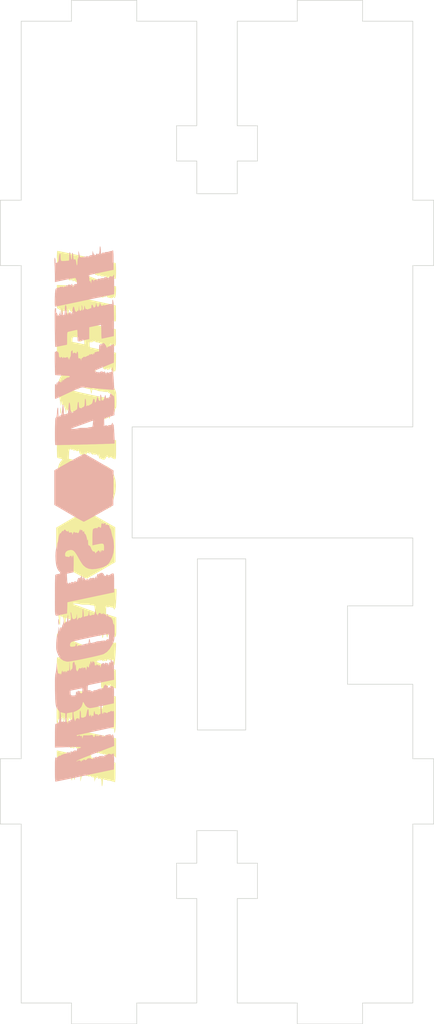
<source format=kicad_pcb>
(kicad_pcb (version 20171130) (host pcbnew "(5.1.10)-1")

  (general
    (thickness 1.6)
    (drawings 72)
    (tracks 0)
    (zones 0)
    (modules 2)
    (nets 1)
  )

  (page A4)
  (layers
    (0 F.Cu signal)
    (31 B.Cu signal)
    (32 B.Adhes user)
    (33 F.Adhes user)
    (34 B.Paste user)
    (35 F.Paste user)
    (36 B.SilkS user)
    (37 F.SilkS user)
    (38 B.Mask user)
    (39 F.Mask user)
    (40 Dwgs.User user)
    (41 Cmts.User user)
    (42 Eco1.User user)
    (43 Eco2.User user)
    (44 Edge.Cuts user)
    (45 Margin user)
    (46 B.CrtYd user)
    (47 F.CrtYd user)
    (48 B.Fab user)
    (49 F.Fab user)
  )

  (setup
    (last_trace_width 0.25)
    (trace_clearance 0.2)
    (zone_clearance 0.508)
    (zone_45_only no)
    (trace_min 0.2)
    (via_size 0.8)
    (via_drill 0.4)
    (via_min_size 0.4)
    (via_min_drill 0.3)
    (uvia_size 0.3)
    (uvia_drill 0.1)
    (uvias_allowed no)
    (uvia_min_size 0.2)
    (uvia_min_drill 0.1)
    (edge_width 0.05)
    (segment_width 0.2)
    (pcb_text_width 0.3)
    (pcb_text_size 1.5 1.5)
    (mod_edge_width 0.12)
    (mod_text_size 1 1)
    (mod_text_width 0.15)
    (pad_size 1.524 1.524)
    (pad_drill 0.762)
    (pad_to_mask_clearance 0)
    (aux_axis_origin 0 0)
    (grid_origin 154.1145 103.9495)
    (visible_elements 7FFFFFFF)
    (pcbplotparams
      (layerselection 0x010fc_ffffffff)
      (usegerberextensions false)
      (usegerberattributes true)
      (usegerberadvancedattributes true)
      (creategerberjobfile true)
      (excludeedgelayer true)
      (linewidth 0.100000)
      (plotframeref false)
      (viasonmask false)
      (mode 1)
      (useauxorigin false)
      (hpglpennumber 1)
      (hpglpenspeed 20)
      (hpglpendiameter 15.000000)
      (psnegative false)
      (psa4output false)
      (plotreference true)
      (plotvalue true)
      (plotinvisibletext false)
      (padsonsilk false)
      (subtractmaskfromsilk false)
      (outputformat 1)
      (mirror false)
      (drillshape 1)
      (scaleselection 1)
      (outputdirectory ""))
  )

  (net 0 "")

  (net_class Default "This is the default net class."
    (clearance 0.2)
    (trace_width 0.25)
    (via_dia 0.8)
    (via_drill 0.4)
    (uvia_dia 0.3)
    (uvia_drill 0.1)
  )

  (module footprints:hexastorm (layer B.Cu) (tedit 0) (tstamp 61689644)
    (at 143.9418 104.04602 270)
    (path /61683D03)
    (fp_text reference L2 (at 0 0 90) (layer B.SilkS) hide
      (effects (font (size 1.524 1.524) (thickness 0.3)) (justify mirror))
    )
    (fp_text value Logo_Open_Hardware_Large (at 0.29718 0.70866 90) (layer B.SilkS) hide
      (effects (font (size 1.524 1.524) (thickness 0.3)) (justify mirror))
    )
    (fp_poly (pts (xy -5.901768 2.238847) (xy -5.672201 2.236642) (xy -5.477395 2.232323) (xy -5.331643 2.225818)
      (xy -5.24924 2.217051) (xy -5.236324 2.211917) (xy -5.23402 2.165079) (xy -5.234024 2.043387)
      (xy -5.236096 1.856362) (xy -5.239994 1.613524) (xy -5.245478 1.324394) (xy -5.252308 0.998491)
      (xy -5.260243 0.645336) (xy -5.269043 0.274449) (xy -5.278466 -0.10465) (xy -5.288273 -0.48244)
      (xy -5.298222 -0.849401) (xy -5.308073 -1.196014) (xy -5.317586 -1.512757) (xy -5.326519 -1.790112)
      (xy -5.334633 -2.018556) (xy -5.341687 -2.188571) (xy -5.34744 -2.290636) (xy -5.350772 -2.316882)
      (xy -5.397746 -2.322801) (xy -5.510105 -2.323501) (xy -5.671436 -2.319834) (xy -5.865329 -2.31265)
      (xy -6.075373 -2.302801) (xy -6.285157 -2.291137) (xy -6.478269 -2.27851) (xy -6.638298 -2.26577)
      (xy -6.748832 -2.253769) (xy -6.793462 -2.243357) (xy -6.793512 -2.242067) (xy -6.812612 -2.207697)
      (xy -6.86906 -2.18121) (xy -6.933902 -2.15795) (xy -6.922725 -2.141141) (xy -6.858 -2.121572)
      (xy -6.786018 -2.086456) (xy -6.75648 -2.017352) (xy -6.752167 -1.934841) (xy -6.73897 -1.819871)
      (xy -6.697495 -1.778388) (xy -6.691159 -1.778) (xy -6.663561 -1.764201) (xy -6.710162 -1.719122)
      (xy -6.712326 -1.717523) (xy -6.767748 -1.670016) (xy -6.754904 -1.643258) (xy -6.72066 -1.62842)
      (xy -6.662072 -1.591429) (xy -6.680481 -1.559769) (xy -6.76825 -1.536533) (xy -6.917738 -1.524813)
      (xy -6.978584 -1.524) (xy -7.263504 -1.524) (xy -7.391497 -1.915583) (xy -7.519491 -2.307166)
      (xy -8.003662 -2.310219) (xy -8.231121 -2.310045) (xy -8.45854 -2.307144) (xy -8.654371 -2.302047)
      (xy -8.753647 -2.297583) (xy -8.886531 -2.284072) (xy -8.97357 -2.264122) (xy -8.995715 -2.243474)
      (xy -9.009928 -2.196365) (xy -9.077193 -2.136116) (xy -9.079151 -2.134824) (xy -9.164672 -2.066902)
      (xy -9.172811 -2.019707) (xy -9.100776 -1.985765) (xy -9.017 -1.9685) (xy -8.901717 -1.937748)
      (xy -8.852725 -1.884794) (xy -8.851283 -1.793316) (xy -8.824051 -1.750378) (xy -8.799552 -1.732093)
      (xy -8.775611 -1.696721) (xy -8.831217 -1.667668) (xy -8.968711 -1.643844) (xy -8.995833 -1.640731)
      (xy -9.052862 -1.630408) (xy -9.051059 -1.614235) (xy -8.982438 -1.586878) (xy -8.857801 -1.54854)
      (xy -8.713606 -1.501275) (xy -8.641265 -1.463616) (xy -8.629555 -1.428847) (xy -8.637318 -1.416578)
      (xy -8.656659 -1.362987) (xy -8.627184 -1.340958) (xy -8.634913 -1.328857) (xy -8.710248 -1.319585)
      (xy -8.813418 -1.315675) (xy -8.951058 -1.305776) (xy -9.051196 -1.283696) (xy -9.084657 -1.263273)
      (xy -9.078737 -1.237599) (xy -9.010911 -1.230069) (xy -8.871088 -1.239744) (xy -8.852574 -1.24164)
      (xy -8.709138 -1.254208) (xy -8.631741 -1.251596) (xy -8.602595 -1.230517) (xy -8.602501 -1.19545)
      (xy -8.651472 -1.112717) (xy -8.767904 -1.06948) (xy -8.865306 -1.061308) (xy -8.949857 -1.05158)
      (xy -8.953922 -1.029867) (xy -8.880501 -0.998284) (xy -8.732594 -0.958942) (xy -8.714027 -0.954709)
      (xy -8.571183 -0.912714) (xy -8.491123 -0.869433) (xy -8.478812 -0.832314) (xy -8.539214 -0.808806)
      (xy -8.613804 -0.804333) (xy -8.712003 -0.794509) (xy -8.744401 -0.768412) (xy -8.741833 -0.762)
      (xy -8.749459 -0.721308) (xy -8.771085 -0.714916) (xy -8.76473 -0.704558) (xy -8.709982 -0.687966)
      (xy -7.113791 -0.687966) (xy -6.880111 -0.668587) (xy -6.747499 -0.654178) (xy -6.653045 -0.637556)
      (xy -6.624152 -0.626929) (xy -6.608007 -0.573693) (xy -6.597062 -0.47149) (xy -6.596077 -0.450491)
      (xy -6.585835 -0.350128) (xy -6.567906 -0.29828) (xy -6.563606 -0.296333) (xy -6.552072 -0.257436)
      (xy -6.545461 -0.154321) (xy -6.544886 -0.007351) (xy -6.545727 0.030623) (xy -6.544957 0.19779)
      (xy -6.534832 0.338539) (xy -6.517461 0.425818) (xy -6.514397 0.432557) (xy -6.4946 0.500209)
      (xy -6.477668 0.61055) (xy -6.465015 0.741008) (xy -6.458058 0.869015) (xy -6.458215 0.971999)
      (xy -6.4669 1.027392) (xy -6.477029 1.028125) (xy -6.501406 0.97754) (xy -6.54743 0.863388)
      (xy -6.608757 0.70201) (xy -6.67904 0.509744) (xy -6.687252 0.486834) (xy -6.771132 0.253092)
      (xy -6.858746 0.010205) (xy -6.938749 -0.210441) (xy -6.991378 -0.354566) (xy -7.113791 -0.687966)
      (xy -8.709982 -0.687966) (xy -8.691945 -0.6825) (xy -8.593667 -0.659186) (xy -8.461095 -0.621564)
      (xy -8.383787 -0.581589) (xy -8.371417 -0.558103) (xy -8.353102 -0.511625) (xy -8.337168 -0.508)
      (xy -8.311098 -0.482437) (xy -8.316892 -0.468268) (xy -8.306421 -0.417452) (xy -8.266474 -0.381144)
      (xy -8.220758 -0.337016) (xy -8.244039 -0.311641) (xy -8.268982 -0.278252) (xy -8.225662 -0.218848)
      (xy -8.196107 -0.1832) (xy -8.204253 -0.161002) (xy -8.26343 -0.147926) (xy -8.38697 -0.139642)
      (xy -8.481422 -0.135777) (xy -8.660401 -0.121758) (xy -8.759013 -0.099989) (xy -8.776639 -0.075991)
      (xy -8.71266 -0.055285) (xy -8.566458 -0.043394) (xy -8.491896 -0.042333) (xy -8.326031 -0.035462)
      (xy -8.221481 -0.011393) (xy -8.15575 0.03506) (xy -8.155636 0.035186) (xy -8.112418 0.103659)
      (xy -8.113797 0.141019) (xy -8.103427 0.165185) (xy -8.060972 0.172676) (xy -8.016512 0.183316)
      (xy -8.030372 0.196578) (xy -8.061601 0.246639) (xy -8.055953 0.282175) (xy -8.061497 0.355529)
      (xy -8.145512 0.401929) (xy -8.308944 0.421814) (xy -8.358717 0.422686) (xy -8.484402 0.429825)
      (xy -8.534296 0.446982) (xy -8.515958 0.46931) (xy -8.436948 0.49196) (xy -8.304824 0.510085)
      (xy -8.212667 0.516348) (xy -8.044892 0.531222) (xy -7.955856 0.557248) (xy -7.9375 0.583628)
      (xy -7.905546 0.652387) (xy -7.880968 0.673028) (xy -7.832772 0.718603) (xy -7.828051 0.734984)
      (xy -7.822495 0.820061) (xy -7.760379 0.86341) (xy -7.749166 0.867147) (xy -7.693328 0.889769)
      (xy -7.697707 0.921279) (xy -7.749166 0.975833) (xy -7.866226 1.041624) (xy -7.990417 1.061472)
      (xy -8.144208 1.069868) (xy -8.289745 1.08672) (xy -8.407693 1.108503) (xy -8.478718 1.131692)
      (xy -8.485329 1.151682) (xy -8.426327 1.166462) (xy -8.302953 1.183467) (xy -8.135372 1.200232)
      (xy -8.006119 1.210261) (xy -7.817055 1.226713) (xy -7.687259 1.245275) (xy -7.6264 1.264277)
      (xy -7.627624 1.275608) (xy -7.654288 1.305978) (xy -7.639588 1.311686) (xy -7.605897 1.34906)
      (xy -7.586091 1.438156) (xy -7.585999 1.439334) (xy -7.576322 1.566334) (xy -7.820411 1.568773)
      (xy -7.99238 1.576212) (xy -8.160165 1.592476) (xy -8.233833 1.603942) (xy -8.317364 1.621333)
      (xy -8.343431 1.633632) (xy -8.304378 1.644647) (xy -8.192548 1.658185) (xy -8.106833 1.667102)
      (xy -7.862216 1.693126) (xy -7.689925 1.715369) (xy -7.577978 1.737825) (xy -7.514393 1.764484)
      (xy -7.487188 1.799339) (xy -7.484379 1.84638) (xy -7.487987 1.87325) (xy -7.458509 1.901319)
      (xy -7.4295 1.905) (xy -7.373164 1.927859) (xy -7.366 1.947334) (xy -7.40602 1.967481)
      (xy -7.517019 1.982071) (xy -7.685407 1.989613) (xy -7.757583 1.990315) (xy -7.950803 1.993996)
      (xy -8.062375 2.004496) (xy -8.095075 2.022167) (xy -8.085667 2.032001) (xy -8.007706 2.056703)
      (xy -7.881635 2.072966) (xy -7.8105 2.076125) (xy -7.68708 2.08247) (xy -7.555919 2.096073)
      (xy -7.435897 2.113747) (xy -7.345893 2.132302) (xy -7.304785 2.148549) (xy -7.323667 2.158352)
      (xy -7.337962 2.17474) (xy -7.281333 2.201334) (xy -7.208674 2.211849) (xy -7.070718 2.220768)
      (xy -6.881759 2.228018) (xy -6.65609 2.233525) (xy -6.408006 2.237215) (xy -6.1518 2.239014)
      (xy -5.901768 2.238847)) (layer B.SilkS) (width 0.01))
    (fp_poly (pts (xy 10.390736 2.137197) (xy 10.513502 2.111795) (xy 10.61638 2.081687) (xy 10.905547 1.958439)
      (xy 11.123913 1.794911) (xy 11.269174 1.593723) (xy 11.339024 1.357494) (xy 11.345333 1.253419)
      (xy 11.335966 1.151527) (xy 11.309805 0.981) (xy 11.269761 0.755546) (xy 11.218746 0.48887)
      (xy 11.159672 0.19468) (xy 11.095449 -0.113317) (xy 11.028989 -0.421415) (xy 10.963203 -0.715906)
      (xy 10.901003 -0.983084) (xy 10.8453 -1.209242) (xy 10.799005 -1.380673) (xy 10.76503 -1.48367)
      (xy 10.762942 -1.48852) (xy 10.611536 -1.726514) (xy 10.379362 -1.94215) (xy 10.067599 -2.134353)
      (xy 10.035279 -2.150663) (xy 9.898259 -2.216985) (xy 9.788837 -2.261541) (xy 9.683697 -2.288926)
      (xy 9.559526 -2.303739) (xy 9.393006 -2.310578) (xy 9.209779 -2.313444) (xy 8.998932 -2.314315)
      (xy 8.809226 -2.311968) (xy 8.662328 -2.306867) (xy 8.583083 -2.300048) (xy 8.498632 -2.27339)
      (xy 8.466667 -2.240854) (xy 8.429696 -2.213748) (xy 8.339879 -2.201405) (xy 8.331703 -2.201333)
      (xy 8.220538 -2.181238) (xy 8.102508 -2.130743) (xy 8.00148 -2.064538) (xy 7.94132 -1.997308)
      (xy 7.936149 -1.957916) (xy 7.929328 -1.910216) (xy 7.912506 -1.905) (xy 7.888462 -1.878986)
      (xy 7.895167 -1.862666) (xy 7.880179 -1.831275) (xy 7.812998 -1.820333) (xy 7.738779 -1.809583)
      (xy 9.241581 -1.809583) (xy 9.242348 -1.837258) (xy 9.279469 -1.877518) (xy 9.363227 -1.897034)
      (xy 9.512157 -1.900107) (xy 9.513088 -1.900089) (xy 9.629702 -1.894674) (xy 9.689767 -1.885458)
      (xy 9.68375 -1.875818) (xy 9.61982 -1.839135) (xy 9.626826 -1.775747) (xy 9.705878 -1.678005)
      (xy 9.713576 -1.670242) (xy 9.77532 -1.599615) (xy 9.773958 -1.569586) (xy 9.750725 -1.566333)
      (xy 9.707849 -1.552682) (xy 9.731116 -1.509521) (xy 9.758844 -1.448661) (xy 9.752236 -1.42668)
      (xy 9.744888 -1.371297) (xy 9.758292 -1.324742) (xy 9.780247 -1.230466) (xy 9.789356 -1.106451)
      (xy 9.78934 -1.100666) (xy 9.799169 -0.986739) (xy 9.824499 -0.908131) (xy 9.827425 -0.904093)
      (xy 9.861739 -0.828261) (xy 9.882645 -0.73476) (xy 9.90454 -0.618981) (xy 9.927076 -0.542332)
      (xy 9.929447 -0.492304) (xy 9.875309 -0.46108) (xy 9.793122 -0.443615) (xy 9.653959 -0.418315)
      (xy 9.597416 -0.399952) (xy 9.622249 -0.383821) (xy 9.727216 -0.36522) (xy 9.770735 -0.358938)
      (xy 9.904506 -0.333921) (xy 9.966784 -0.304065) (xy 9.971885 -0.266117) (xy 9.972109 -0.195899)
      (xy 9.996212 -0.074541) (xy 10.03191 0.049091) (xy 10.074781 0.185573) (xy 10.103482 0.288351)
      (xy 10.111497 0.331553) (xy 10.119836 0.451499) (xy 10.179531 0.516162) (xy 10.19175 0.519987)
      (xy 10.199602 0.53704) (xy 10.137929 0.560536) (xy 10.075333 0.574606) (xy 9.884833 0.611031)
      (xy 10.028944 0.633599) (xy 10.135375 0.665422) (xy 10.18377 0.729357) (xy 10.191584 0.762)
      (xy 10.214092 0.93234) (xy 10.205797 1.036165) (xy 10.16235 1.087391) (xy 10.085917 1.100019)
      (xy 9.964421 1.083589) (xy 9.875398 1.020966) (xy 9.835543 0.973667) (xy 9.813052 0.915141)
      (xy 9.777337 0.786345) (xy 9.730951 0.599373) (xy 9.676444 0.366317) (xy 9.61637 0.099272)
      (xy 9.553281 -0.189671) (xy 9.489727 -0.488418) (xy 9.428262 -0.784877) (xy 9.371437 -1.066954)
      (xy 9.321805 -1.322556) (xy 9.281917 -1.53959) (xy 9.254325 -1.705963) (xy 9.241581 -1.809583)
      (xy 7.738779 -1.809583) (xy 7.724487 -1.807513) (xy 7.707132 -1.778563) (xy 7.753065 -1.747752)
      (xy 7.854421 -1.729348) (xy 7.863417 -1.728891) (xy 7.962646 -1.723966) (xy 7.98057 -1.718749)
      (xy 7.920481 -1.709533) (xy 7.884583 -1.705042) (xy 7.783227 -1.675319) (xy 7.747 -1.627151)
      (xy 7.71723 -1.570824) (xy 7.694083 -1.563357) (xy 7.683693 -1.54826) (xy 7.725833 -1.524)
      (xy 7.780109 -1.496951) (xy 7.757695 -1.486889) (xy 7.707159 -1.484642) (xy 7.635368 -1.478575)
      (xy 7.642097 -1.454281) (xy 7.685992 -1.419513) (xy 7.736127 -1.37271) (xy 7.715429 -1.356013)
      (xy 7.704667 -1.355364) (xy 7.662519 -1.347994) (xy 7.694195 -1.319171) (xy 7.704667 -1.312333)
      (xy 7.743584 -1.279526) (xy 7.703574 -1.270785) (xy 7.694083 -1.270648) (xy 7.629136 -1.245721)
      (xy 7.618009 -1.188251) (xy 7.651036 -1.121711) (xy 7.718548 -1.069569) (xy 7.783279 -1.054113)
      (xy 7.895167 -1.049893) (xy 7.789333 -1.016) (xy 7.726241 -0.990147) (xy 7.725833 -0.977238)
      (xy 7.751248 -0.962083) (xy 7.715582 -0.936818) (xy 7.640345 -0.909963) (xy 7.547048 -0.890038)
      (xy 7.493 -0.885009) (xy 7.344833 -0.879723) (xy 7.5254 -0.844124) (xy 7.673923 -0.809559)
      (xy 7.752861 -0.773355) (xy 7.776876 -0.72544) (xy 7.768167 -0.677333) (xy 7.767371 -0.600674)
      (xy 7.787611 -0.572564) (xy 7.824649 -0.511859) (xy 7.831667 -0.463168) (xy 7.816366 -0.409675)
      (xy 7.756328 -0.383422) (xy 7.65175 -0.374641) (xy 7.471833 -0.368283) (xy 7.658342 -0.342891)
      (xy 7.780232 -0.31783) (xy 7.840173 -0.27734) (xy 7.858935 -0.223719) (xy 7.880137 -0.099048)
      (xy 7.900962 -0.031876) (xy 7.930373 0.004448) (xy 7.9375 0.009936) (xy 7.924643 0.02789)
      (xy 7.846125 0.040546) (xy 7.768167 0.044125) (xy 7.600402 0.053618) (xy 7.434323 0.073691)
      (xy 7.387167 0.082239) (xy 7.318819 0.098829) (xy 7.310495 0.109842) (xy 7.369339 0.116694)
      (xy 7.502497 0.120804) (xy 7.58825 0.122132) (xy 7.771653 0.127237) (xy 7.884899 0.138459)
      (xy 7.942423 0.158463) (xy 7.958663 0.189913) (xy 7.958667 0.1905) (xy 7.982638 0.246819)
      (xy 8.003103 0.254) (xy 8.025561 0.281298) (xy 8.006494 0.327345) (xy 7.99311 0.390737)
      (xy 8.043071 0.450287) (xy 8.078474 0.475233) (xy 8.1915 0.549776) (xy 7.916333 0.557685)
      (xy 7.78004 0.562324) (xy 7.724282 0.566893) (xy 7.744938 0.572713) (xy 7.837889 0.581106)
      (xy 7.84225 0.581451) (xy 7.978413 0.602503) (xy 8.038704 0.639775) (xy 8.043333 0.658487)
      (xy 8.063723 0.713363) (xy 8.079796 0.719667) (xy 8.100507 0.754775) (xy 8.096674 0.822118)
      (xy 8.072586 0.885233) (xy 8.015764 0.922833) (xy 7.903449 0.94754) (xy 7.859128 0.953843)
      (xy 7.721242 0.977419) (xy 7.612505 1.00491) (xy 7.577667 1.018889) (xy 7.566574 1.036166)
      (xy 7.624675 1.038092) (xy 7.756661 1.024386) (xy 7.958667 0.996048) (xy 8.076291 1.004685)
      (xy 8.170333 1.038956) (xy 8.228868 1.080117) (xy 8.225138 1.099071) (xy 8.22325 1.099167)
      (xy 8.168884 1.11534) (xy 8.178929 1.148073) (xy 8.23961 1.181441) (xy 8.307917 1.197043)
      (xy 8.331693 1.205496) (xy 8.281435 1.21402) (xy 8.167767 1.221316) (xy 8.085667 1.224234)
      (xy 7.90335 1.230985) (xy 7.804101 1.239341) (xy 7.788226 1.250333) (xy 7.856032 1.264993)
      (xy 8.007827 1.28435) (xy 8.106833 1.295211) (xy 8.239912 1.312495) (xy 8.320422 1.329293)
      (xy 8.333693 1.342376) (xy 8.328391 1.343957) (xy 8.283263 1.362179) (xy 8.298879 1.396179)
      (xy 8.349558 1.441163) (xy 8.4455 1.521184) (xy 8.212667 1.530223) (xy 7.979833 1.539262)
      (xy 8.188072 1.555409) (xy 8.330174 1.577279) (xy 8.448583 1.613888) (xy 8.483242 1.632446)
      (xy 8.592801 1.681193) (xy 8.669439 1.693334) (xy 8.740674 1.707172) (xy 8.746758 1.761278)
      (xy 8.742568 1.775685) (xy 8.738651 1.832044) (xy 8.785559 1.864827) (xy 8.877299 1.884985)
      (xy 9.015796 1.910416) (xy 9.070605 1.927808) (xy 9.041434 1.939394) (xy 8.927992 1.947406)
      (xy 8.868833 1.94976) (xy 8.749051 1.954477) (xy 8.694567 1.959152) (xy 8.710125 1.965807)
      (xy 8.80047 1.976461) (xy 8.970344 1.993135) (xy 8.970771 1.993176) (xy 9.136172 2.013287)
      (xy 9.26721 2.037027) (xy 9.342548 2.060238) (xy 9.351771 2.067409) (xy 9.401642 2.085599)
      (xy 9.518249 2.104944) (xy 9.683737 2.123033) (xy 9.863667 2.136487) (xy 10.090575 2.147741)
      (xy 10.258012 2.148578) (xy 10.390736 2.137197)) (layer B.SilkS) (width 0.01))
    (fp_poly (pts (xy -19.146722 2.271649) (xy -19.071167 2.268453) (xy -18.814302 2.25857) (xy -18.541105 2.250571)
      (xy -18.287172 2.245371) (xy -18.115819 2.243839) (xy -17.710805 2.243667) (xy -17.87143 1.49225)
      (xy -17.922944 1.248809) (xy -17.967717 1.03254) (xy -18.002888 0.857641) (xy -18.025599 0.738311)
      (xy -18.033028 0.689907) (xy -17.996184 0.64811) (xy -17.902009 0.605119) (xy -17.77722 0.56992)
      (xy -17.648539 0.5515) (xy -17.618752 0.55057) (xy -17.553191 0.565202) (xy -17.547401 0.593046)
      (xy -17.559441 0.682022) (xy -17.506607 0.771258) (xy -17.404928 0.836043) (xy -17.385727 0.842336)
      (xy -17.250833 0.881365) (xy -17.385918 0.885183) (xy -17.468675 0.898576) (xy -17.536307 0.925788)
      (xy -17.569268 0.954472) (xy -17.54801 0.972281) (xy -17.526 0.973667) (xy -17.49731 0.998518)
      (xy -17.502853 1.012797) (xy -17.490047 1.053723) (xy -17.452435 1.071386) (xy -17.400248 1.087517)
      (xy -17.430132 1.094223) (xy -17.451917 1.095756) (xy -17.511534 1.126542) (xy -17.522763 1.182054)
      (xy -17.484019 1.223589) (xy -17.457317 1.227667) (xy -17.412416 1.238936) (xy -17.436618 1.285427)
      (xy -17.440982 1.290744) (xy -17.4664 1.343011) (xy -17.423433 1.380862) (xy -17.393249 1.393894)
      (xy -17.337408 1.423637) (xy -17.346083 1.43665) (xy -17.395825 1.460909) (xy -17.383439 1.509635)
      (xy -17.31664 1.559435) (xy -17.30375 1.565015) (xy -17.238131 1.593775) (xy -17.251695 1.604892)
      (xy -17.314333 1.609326) (xy -17.374466 1.620338) (xy -17.367323 1.636679) (xy -17.333595 1.691675)
      (xy -17.340063 1.759943) (xy -17.340722 1.850689) (xy -17.296577 1.888383) (xy -17.25173 1.924469)
      (xy -17.275687 1.972943) (xy -17.298411 2.027152) (xy -17.255844 2.057102) (xy -17.207843 2.094772)
      (xy -17.208277 2.116306) (xy -17.211743 2.158827) (xy -17.158978 2.191955) (xy -17.043515 2.216875)
      (xy -16.858886 2.234773) (xy -16.598626 2.246835) (xy -16.47825 2.250142) (xy -16.205094 2.25386)
      (xy -16.003538 2.25058) (xy -15.877789 2.240482) (xy -15.832055 2.223742) (xy -15.831945 2.222791)
      (xy -15.840374 2.174421) (xy -15.864866 2.05099) (xy -15.903811 1.860239) (xy -15.955596 1.609907)
      (xy -16.01861 1.307735) (xy -16.091242 0.961463) (xy -16.171881 0.578832) (xy -16.258914 0.167582)
      (xy -16.305719 -0.052916) (xy -16.780215 -2.286) (xy -17.523524 -2.284591) (xy -18.266833 -2.283183)
      (xy -18.166894 -2.199924) (xy -18.108942 -2.143055) (xy -18.10259 -2.116862) (xy -18.104968 -2.116666)
      (xy -18.145851 -2.086244) (xy -18.14887 -2.018719) (xy -18.119531 -1.949703) (xy -18.074046 -1.916667)
      (xy -18.006765 -1.887896) (xy -18.001157 -1.839109) (xy -18.054827 -1.748998) (xy -18.055158 -1.748525)
      (xy -18.095018 -1.647524) (xy -18.07747 -1.563993) (xy -18.009163 -1.52399) (xy -17.997721 -1.523351)
      (xy -17.951646 -1.516579) (xy -17.9824 -1.487172) (xy -17.991667 -1.481018) (xy -18.033882 -1.441169)
      (xy -18.000138 -1.403294) (xy -17.991667 -1.397648) (xy -17.949531 -1.363981) (xy -17.980893 -1.354962)
      (xy -17.991667 -1.354666) (xy -18.032083 -1.346339) (xy -17.996827 -1.316418) (xy -17.9609 -1.260933)
      (xy -17.967575 -1.232399) (xy -17.962982 -1.19) (xy -17.941249 -1.184685) (xy -17.90732 -1.176395)
      (xy -17.940754 -1.149198) (xy -17.971525 -1.110387) (xy -17.930171 -1.059996) (xy -17.872241 -0.979999)
      (xy -17.878077 -0.906376) (xy -17.917583 -0.874703) (xy -17.946696 -0.85556) (xy -17.915085 -0.850008)
      (xy -17.880009 -0.823273) (xy -17.885833 -0.804333) (xy -17.869728 -0.772421) (xy -17.793082 -0.757089)
      (xy -17.722733 -0.750538) (xy -17.733154 -0.738186) (xy -17.758833 -0.731025) (xy -17.849594 -0.685776)
      (xy -17.888911 -0.620908) (xy -17.880542 -0.584104) (xy -17.82839 -0.561032) (xy -17.726568 -0.54744)
      (xy -17.703418 -0.546515) (xy -17.547167 -0.542697) (xy -17.695333 -0.499077) (xy -17.78642 -0.468425)
      (xy -17.804187 -0.446035) (xy -17.758833 -0.421204) (xy -17.743961 -0.401663) (xy -17.813134 -0.389208)
      (xy -17.958285 -0.383975) (xy -18.242403 -0.381) (xy -18.283303 -0.53975) (xy -18.30506 -0.631888)
      (xy -18.340372 -0.790311) (xy -18.385622 -0.998394) (xy -18.437191 -1.239515) (xy -18.486018 -1.471044)
      (xy -18.647833 -2.243588) (xy -19.375585 -2.243627) (xy -19.647412 -2.241222) (xy -19.86757 -2.234328)
      (xy -20.026581 -2.223478) (xy -20.114968 -2.209203) (xy -20.1295 -2.201333) (xy -20.124739 -2.162386)
      (xy -20.108334 -2.159) (xy -20.080141 -2.13348) (xy -20.086015 -2.11853) (xy -20.086898 -2.056955)
      (xy -20.058203 -1.953703) (xy -20.045491 -1.921211) (xy -20.008999 -1.801135) (xy -20.001424 -1.701981)
      (xy -20.004664 -1.686515) (xy -20.005519 -1.623201) (xy -19.983358 -1.608666) (xy -19.954723 -1.573768)
      (xy -19.955337 -1.50944) (xy -19.953945 -1.391324) (xy -19.889 -1.324036) (xy -19.812 -1.301199)
      (xy -19.799314 -1.291093) (xy -19.858894 -1.281565) (xy -19.978348 -1.27428) (xy -20.023667 -1.272789)
      (xy -20.204574 -1.263375) (xy -20.339966 -1.24818) (xy -20.422505 -1.230154) (xy -20.444855 -1.212248)
      (xy -20.399679 -1.197413) (xy -20.279639 -1.1886) (xy -20.235333 -1.18766) (xy -20.082545 -1.179716)
      (xy -19.958593 -1.16263) (xy -19.896667 -1.143) (xy -19.862778 -1.107854) (xy -19.8755 -1.098339)
      (xy -19.877486 -1.082463) (xy -19.833167 -1.058333) (xy -19.778496 -1.030407) (xy -19.800611 -1.020223)
      (xy -19.822583 -1.018975) (xy -19.887851 -0.99691) (xy -19.883583 -0.953461) (xy -19.812988 -0.910566)
      (xy -19.806407 -0.908391) (xy -19.748256 -0.879656) (xy -19.767739 -0.847983) (xy -19.773431 -0.84434)
      (xy -19.805825 -0.796914) (xy -19.79638 -0.774885) (xy -19.810121 -0.743174) (xy -19.885682 -0.704433)
      (xy -19.924606 -0.69117) (xy -20.087167 -0.641506) (xy -19.913121 -0.638253) (xy -19.803601 -0.631776)
      (xy -19.757893 -0.608095) (xy -19.755183 -0.552513) (xy -19.759223 -0.529597) (xy -19.754989 -0.439558)
      (xy -19.684824 -0.386384) (xy -19.67927 -0.384114) (xy -19.625726 -0.354512) (xy -19.639139 -0.34135)
      (xy -19.677243 -0.324367) (xy -19.671256 -0.310811) (xy -19.670069 -0.259908) (xy -19.690551 -0.226145)
      (xy -19.711709 -0.180362) (xy -19.663833 -0.169333) (xy -19.614877 -0.157369) (xy -19.63921 -0.109998)
      (xy -19.639539 -0.109602) (xy -19.665503 -0.047393) (xy -19.644032 -0.02201) (xy -19.61717 0.028122)
      (xy -19.622767 0.044384) (xy -19.624563 0.109077) (xy -19.605245 0.160157) (xy -19.582727 0.243547)
      (xy -19.623619 0.306206) (xy -19.73603 0.355663) (xy -19.845332 0.383025) (xy -19.967998 0.41165)
      (xy -20.048118 0.434793) (xy -20.066 0.443994) (xy -20.02776 0.447781) (xy -19.92852 0.44373)
      (xy -19.817807 0.435133) (xy -19.650589 0.428978) (xy -19.556144 0.446689) (xy -19.540142 0.460314)
      (xy -19.484108 0.487969) (xy -19.372954 0.506603) (xy -19.290918 0.510976) (xy -19.117507 0.519174)
      (xy -19.010343 0.535992) (xy -18.973771 0.558096) (xy -19.012135 0.582153) (xy -19.129781 0.604831)
      (xy -19.163277 0.608915) (xy -19.333117 0.638247) (xy -19.429345 0.678465) (xy -19.446947 0.700162)
      (xy -19.441932 0.753739) (xy -19.419088 0.762649) (xy -19.399885 0.778302) (xy -19.431 0.804334)
      (xy -19.510793 0.829885) (xy -19.635246 0.84503) (xy -19.685 0.846667) (xy -19.815887 0.85623)
      (xy -19.917001 0.878679) (xy -19.939 0.889) (xy -19.944139 0.911312) (xy -19.873679 0.924919)
      (xy -19.72361 0.930485) (xy -19.687117 0.930686) (xy -19.516032 0.937731) (xy -19.427244 0.955434)
      (xy -19.419633 0.979959) (xy -19.492079 1.007468) (xy -19.643462 1.034124) (xy -19.719917 1.043072)
      (xy -19.893032 1.067117) (xy -19.982593 1.09218) (xy -19.989615 1.115139) (xy -19.915108 1.132874)
      (xy -19.760086 1.142263) (xy -19.687499 1.143) (xy -19.529188 1.146635) (xy -19.409256 1.156299)
      (xy -19.347854 1.170129) (xy -19.343863 1.17475) (xy -19.325757 1.408566) (xy -19.314809 1.571467)
      (xy -19.312179 1.676994) (xy -19.319027 1.738685) (xy -19.336513 1.770081) (xy -19.365795 1.784721)
      (xy -19.396813 1.793014) (xy -19.497644 1.808832) (xy -19.639126 1.818462) (xy -19.70405 1.819756)
      (xy -19.829295 1.827754) (xy -19.878642 1.847453) (xy -19.859183 1.873774) (xy -19.778008 1.901644)
      (xy -19.642208 1.925985) (xy -19.540957 1.936507) (xy -19.388163 1.952015) (xy -19.296386 1.974506)
      (xy -19.242028 2.013967) (xy -19.201629 2.080112) (xy -19.141156 2.201334) (xy -19.317828 2.201982)
      (xy -19.444951 2.212794) (xy -19.542054 2.238873) (xy -19.558 2.247763) (xy -19.559111 2.266154)
      (xy -19.494763 2.276102) (xy -19.359213 2.277852) (xy -19.146722 2.271649)) (layer B.SilkS) (width 0.01))
    (fp_poly (pts (xy -14.658111 2.257297) (xy -14.259222 2.252776) (xy -14.232873 2.252439) (xy -13.888966 2.247677)
      (xy -13.572837 2.242634) (xy -13.294231 2.237516) (xy -13.062891 2.232531) (xy -12.888559 2.227886)
      (xy -12.78098 2.223788) (xy -12.749333 2.220925) (xy -12.751399 2.176914) (xy -12.768107 2.067911)
      (xy -12.796492 1.911741) (xy -12.823417 1.775578) (xy -12.85988 1.59542) (xy -12.889009 1.44889)
      (xy -12.907256 1.353993) (xy -12.911667 1.327606) (xy -12.951211 1.321589) (xy -13.058694 1.316688)
      (xy -13.21739 1.31343) (xy -13.397694 1.312334) (xy -13.606684 1.311555) (xy -13.746094 1.307334)
      (xy -13.83101 1.296842) (xy -13.876516 1.277249) (xy -13.897698 1.245729) (xy -13.905663 1.217084)
      (xy -13.966274 0.952767) (xy -14.009383 0.761689) (xy -14.036993 0.6347) (xy -14.051109 0.562651)
      (xy -14.054041 0.53975) (xy -14.01488 0.52678) (xy -13.908428 0.516369) (xy -13.752051 0.509746)
      (xy -13.605578 0.508) (xy -13.406768 0.507366) (xy -13.278363 0.503344) (xy -13.206101 0.492753)
      (xy -13.175723 0.472414) (xy -13.172966 0.439147) (xy -13.178386 0.41275) (xy -13.197148 0.327695)
      (xy -13.227511 0.186476) (xy -13.263743 0.015807) (xy -13.273765 -0.03175) (xy -13.347247 -0.381)
      (xy -14.2522 -0.381) (xy -14.344353 -0.814916) (xy -14.382453 -0.997363) (xy -14.412796 -1.148454)
      (xy -14.431674 -1.249376) (xy -14.436086 -1.280583) (xy -14.396262 -1.292611) (xy -14.287825 -1.302549)
      (xy -14.126818 -1.309434) (xy -13.929289 -1.312304) (xy -13.9065 -1.312333) (xy -13.706358 -1.31471)
      (xy -13.541369 -1.3212) (xy -13.427449 -1.330844) (xy -13.380513 -1.342682) (xy -13.380123 -1.344083)
      (xy -13.389665 -1.396232) (xy -13.413306 -1.512583) (xy -13.447224 -1.67459) (xy -13.478272 -1.820333)
      (xy -13.573631 -2.264833) (xy -14.713732 -2.270587) (xy -15.031052 -2.27077) (xy -15.333742 -2.268303)
      (xy -15.607457 -2.263506) (xy -15.83785 -2.256699) (xy -16.010575 -2.248203) (xy -16.103573 -2.23957)
      (xy -16.267609 -2.211584) (xy -16.35483 -2.188066) (xy -16.36321 -2.170551) (xy -16.290722 -2.160574)
      (xy -16.210139 -2.158845) (xy -16.023167 -2.158691) (xy -16.014874 -1.943243) (xy -15.996832 -1.795345)
      (xy -15.960626 -1.667411) (xy -15.939815 -1.625898) (xy -15.900486 -1.550877) (xy -15.917239 -1.52411)
      (xy -15.926941 -1.523351) (xy -15.954378 -1.508054) (xy -15.9385 -1.491601) (xy -15.898561 -1.427616)
      (xy -15.883777 -1.370292) (xy -15.897222 -1.296067) (xy -15.975559 -1.252708) (xy -15.98961 -1.248775)
      (xy -16.107833 -1.217465) (xy -15.959667 -1.169649) (xy -15.840235 -1.111954) (xy -15.79983 -1.0485)
      (xy -15.839005 -0.990025) (xy -15.948342 -0.949309) (xy -16.107833 -0.915251) (xy -15.947682 -0.891542)
      (xy -15.846655 -0.867709) (xy -15.794598 -0.837943) (xy -15.792547 -0.830233) (xy -15.766563 -0.7769)
      (xy -15.746551 -0.761104) (xy -15.744328 -0.728998) (xy -15.820028 -0.689098) (xy -15.849158 -0.678876)
      (xy -15.951883 -0.630953) (xy -15.972495 -0.588144) (xy -15.913487 -0.558706) (xy -15.81033 -0.550333)
      (xy -15.713475 -0.541633) (xy -15.684977 -0.510235) (xy -15.690358 -0.486833) (xy -15.689114 -0.432432)
      (xy -15.669191 -0.423333) (xy -15.64202 -0.392485) (xy -15.648025 -0.359833) (xy -15.642922 -0.305219)
      (xy -15.617063 -0.296333) (xy -15.58468 -0.28238) (xy -15.609225 -0.248841) (xy -15.639665 -0.175363)
      (xy -15.63501 -0.14478) (xy -15.653658 -0.093323) (xy -15.733568 -0.061569) (xy -15.854285 -0.032639)
      (xy -15.89299 -0.015457) (xy -15.850983 -0.006665) (xy -15.756085 -0.003342) (xy -15.644048 0.007289)
      (xy -15.597869 0.031382) (xy -15.599833 0.042334) (xy -15.589781 0.078198) (xy -15.5575 0.084667)
      (xy -15.509587 0.10149) (xy -15.510805 0.119942) (xy -15.563969 0.140226) (xy -15.650886 0.138189)
      (xy -15.781055 0.141692) (xy -15.875 0.166583) (xy -15.928219 0.192641) (xy -15.914548 0.199915)
      (xy -15.826463 0.190411) (xy -15.799453 0.186701) (xy -15.646981 0.181738) (xy -15.556036 0.212882)
      (xy -15.495799 0.28938) (xy -15.516617 0.347881) (xy -15.61611 0.384759) (xy -15.673917 0.392337)
      (xy -15.853833 0.408542) (xy -15.669388 0.415938) (xy -15.553959 0.426897) (xy -15.507376 0.451923)
      (xy -15.509309 0.486834) (xy -15.502805 0.541448) (xy -15.471505 0.550334) (xy -15.416344 0.567837)
      (xy -15.409982 0.582084) (xy -15.44634 0.663209) (xy -15.555828 0.721749) (xy -15.654908 0.746954)
      (xy -15.782794 0.781622) (xy -15.827705 0.816677) (xy -15.791296 0.850086) (xy -15.675226 0.879815)
      (xy -15.530946 0.899091) (xy -15.371553 0.9187) (xy -15.257372 0.938855) (xy -15.198229 0.956661)
      (xy -15.203947 0.969224) (xy -15.277776 0.973667) (xy -15.340752 0.988904) (xy -15.345833 1.016001)
      (xy -15.352009 1.054843) (xy -15.369685 1.058334) (xy -15.397873 1.074435) (xy -15.372551 1.115146)
      (xy -15.345696 1.176874) (xy -15.353256 1.199812) (xy -15.334307 1.218637) (xy -15.253243 1.232089)
      (xy -15.215306 1.234442) (xy -15.114969 1.239377) (xy -15.095455 1.244781) (xy -15.15297 1.253966)
      (xy -15.187887 1.258351) (xy -15.274142 1.280039) (xy -15.30365 1.310661) (xy -15.301805 1.315076)
      (xy -15.325964 1.337017) (xy -15.417645 1.351345) (xy -15.523252 1.355245) (xy -15.676105 1.359885)
      (xy -15.806818 1.371198) (xy -15.863941 1.381225) (xy -15.937075 1.412108) (xy -15.934041 1.441195)
      (xy -15.863315 1.464837) (xy -15.733373 1.47939) (xy -15.629085 1.482245) (xy -15.393833 1.490735)
      (xy -15.23642 1.512811) (xy -15.158025 1.545061) (xy -15.159827 1.584071) (xy -15.243008 1.626428)
      (xy -15.408745 1.668721) (xy -15.555972 1.693779) (xy -15.66215 1.709936) (xy -15.703629 1.719665)
      (xy -15.674921 1.725111) (xy -15.570538 1.728416) (xy -15.46225 1.730386) (xy -15.300758 1.740295)
      (xy -15.196866 1.759957) (xy -15.15644 1.783993) (xy -15.185342 1.807025) (xy -15.289437 1.823674)
      (xy -15.356417 1.82745) (xy -15.470298 1.832196) (xy -15.503589 1.837037) (xy -15.460337 1.844388)
      (xy -15.396387 1.851313) (xy -15.286391 1.87675) (xy -15.218085 1.918493) (xy -15.211941 1.928864)
      (xy -15.1554 1.979824) (xy -15.097888 1.993823) (xy -15.079217 2.005139) (xy -15.131651 2.029447)
      (xy -15.190364 2.046987) (xy -15.292524 2.082091) (xy -15.342717 2.115234) (xy -15.342059 2.127497)
      (xy -15.361549 2.145028) (xy -15.445285 2.156466) (xy -15.527949 2.159) (xy -15.659375 2.164749)
      (xy -15.71946 2.184422) (xy -15.723795 2.215154) (xy -15.703966 2.230395) (xy -15.652518 2.24225)
      (xy -15.56194 2.250906) (xy -15.42472 2.25655) (xy -15.23335 2.259372) (xy -14.980317 2.259558)
      (xy -14.658111 2.257297)) (layer B.SilkS) (width 0.01))
    (fp_poly (pts (xy -11.666744 2.252599) (xy -11.526118 2.250558) (xy -11.256147 2.245857) (xy -11.016283 2.240687)
      (xy -10.818884 2.235397) (xy -10.676313 2.230336) (xy -10.60093 2.225851) (xy -10.5923 2.224246)
      (xy -10.586034 2.179931) (xy -10.577359 2.066833) (xy -10.567303 1.900769) (xy -10.556897 1.697554)
      (xy -10.554184 1.638889) (xy -10.543013 1.409438) (xy -10.532402 1.252676) (xy -10.520125 1.156671)
      (xy -10.503955 1.109489) (xy -10.481666 1.0992) (xy -10.455664 1.11091) (xy -10.404052 1.180718)
      (xy -10.402443 1.230379) (xy -10.388855 1.311657) (xy -10.333247 1.393087) (xy -10.283434 1.457799)
      (xy -10.296712 1.484297) (xy -10.297583 1.484351) (xy -10.303962 1.498706) (xy -10.245686 1.528858)
      (xy -10.177648 1.564388) (xy -10.183366 1.595811) (xy -10.203353 1.610193) (xy -10.228289 1.638561)
      (xy -10.179445 1.652152) (xy -10.138833 1.654572) (xy -10.054346 1.65941) (xy -10.049887 1.669868)
      (xy -10.117667 1.693334) (xy -10.187648 1.718108) (xy -10.17966 1.728187) (xy -10.130749 1.731447)
      (xy -10.043836 1.751978) (xy -10.010521 1.791404) (xy -10.044226 1.831385) (xy -10.05441 1.835736)
      (xy -10.110899 1.890232) (xy -10.10563 1.962087) (xy -10.043337 2.016252) (xy -10.029422 2.02067)
      (xy -9.972703 2.045756) (xy -9.994343 2.077408) (xy -9.997672 2.079559) (xy -10.011041 2.105848)
      (xy -9.942561 2.116984) (xy -9.927167 2.117365) (xy -9.842913 2.122006) (xy -9.833897 2.140994)
      (xy -9.882341 2.181514) (xy -9.907022 2.205942) (xy -9.898571 2.223044) (xy -9.846361 2.234092)
      (xy -9.739763 2.240361) (xy -9.568148 2.243124) (xy -9.363758 2.243667) (xy -9.149207 2.242255)
      (xy -8.968515 2.238376) (xy -8.836726 2.232562) (xy -8.768884 2.225346) (xy -8.763 2.222372)
      (xy -8.78013 2.179716) (xy -8.828303 2.07096) (xy -8.902698 1.906698) (xy -8.998491 1.697525)
      (xy -9.110861 1.454036) (xy -9.2075 1.245849) (xy -9.366146 0.899863) (xy -9.487531 0.623314)
      (xy -9.573842 0.410726) (xy -9.627267 0.25662) (xy -9.649993 0.155519) (xy -9.651152 0.134728)
      (xy -9.647154 0.05116) (xy -9.636334 -0.103648) (xy -9.619739 -0.316636) (xy -9.598419 -0.574743)
      (xy -9.57342 -0.864909) (xy -9.548632 -1.142786) (xy -9.522228 -1.441448) (xy -9.499637 -1.711436)
      (xy -9.481691 -1.941591) (xy -9.46922 -2.120751) (xy -9.463053 -2.237758) (xy -9.463943 -2.281387)
      (xy -9.512569 -2.286767) (xy -9.629607 -2.285409) (xy -9.799167 -2.27844) (xy -10.00536 -2.266988)
      (xy -10.232298 -2.252178) (xy -10.46409 -2.235138) (xy -10.684849 -2.216994) (xy -10.878684 -2.198873)
      (xy -11.029706 -2.181903) (xy -11.122028 -2.167209) (xy -11.137868 -2.162679) (xy -11.184743 -2.139082)
      (xy -11.168952 -2.126132) (xy -11.081382 -2.120405) (xy -11.022542 -2.11935) (xy -10.89503 -2.114615)
      (xy -10.830702 -2.097047) (xy -10.808088 -2.055431) (xy -10.805583 -2.006018) (xy -10.786804 -1.910569)
      (xy -10.751814 -1.862139) (xy -10.728969 -1.830973) (xy -10.778272 -1.809902) (xy -10.826337 -1.792328)
      (xy -10.804001 -1.768655) (xy -10.752667 -1.744798) (xy -10.685044 -1.711528) (xy -10.692164 -1.697186)
      (xy -10.7315 -1.693041) (xy -10.816167 -1.687382) (xy -10.7315 -1.651) (xy -10.673426 -1.622907)
      (xy -10.69588 -1.613517) (xy -10.739585 -1.611642) (xy -10.823375 -1.592621) (xy -10.862221 -1.554759)
      (xy -10.839399 -1.517165) (xy -10.827014 -1.51174) (xy -10.795104 -1.483418) (xy -10.82675 -1.436158)
      (xy -10.873779 -1.351335) (xy -10.870949 -1.271984) (xy -10.821355 -1.228672) (xy -10.805583 -1.227018)
      (xy -10.758139 -1.219063) (xy -10.790221 -1.189188) (xy -10.790561 -1.188972) (xy -10.822223 -1.15582)
      (xy -10.775807 -1.13271) (xy -10.769395 -1.131031) (xy -10.716918 -1.114398) (xy -10.745296 -1.106896)
      (xy -10.76325 -1.105577) (xy -10.823686 -1.080444) (xy -10.834304 -1.038794) (xy -10.787139 -1.01481)
      (xy -10.784417 -1.014712) (xy -10.770744 -0.997594) (xy -10.805583 -0.970275) (xy -10.866616 -0.895752)
      (xy -10.879667 -0.837507) (xy -10.883038 -0.789696) (xy -10.895568 -0.777386) (xy -10.920882 -0.807612)
      (xy -10.962608 -0.88741) (xy -11.02437 -1.023814) (xy -11.109794 -1.223859) (xy -11.222507 -1.494582)
      (xy -11.239477 -1.535634) (xy -11.54074 -2.264833) (xy -12.24737 -2.27644) (xy -12.481237 -2.279137)
      (xy -12.682427 -2.279275) (xy -12.837073 -2.277022) (xy -12.931309 -2.272546) (xy -12.954 -2.267848)
      (xy -12.93399 -2.200981) (xy -12.886504 -2.100152) (xy -12.830356 -2.002292) (xy -12.793309 -1.952458)
      (xy -12.756548 -1.876242) (xy -12.759737 -1.836041) (xy -12.746372 -1.787591) (xy -12.688088 -1.774573)
      (xy -12.641839 -1.766405) (xy -12.662735 -1.742455) (xy -12.747972 -1.699193) (xy -12.923623 -1.60286)
      (xy -13.018538 -1.515188) (xy -13.038667 -1.455316) (xy -13.00448 -1.404269) (xy -12.972668 -1.397)
      (xy -12.92897 -1.376309) (xy -12.933068 -1.354287) (xy -12.943176 -1.282384) (xy -12.932713 -1.227287)
      (xy -12.906821 -1.181037) (xy -12.852568 -1.155423) (xy -12.749407 -1.144709) (xy -12.630795 -1.143)
      (xy -12.483484 -1.140826) (xy -12.40393 -1.130649) (xy -12.37526 -1.106981) (xy -12.380604 -1.064336)
      (xy -12.381369 -1.061895) (xy -12.38438 -0.984277) (xy -12.364904 -0.954706) (xy -12.339975 -0.898602)
      (xy -12.345865 -0.86825) (xy -12.329491 -0.81197) (xy -12.250309 -0.778081) (xy -12.173391 -0.754739)
      (xy -12.172237 -0.735051) (xy -12.21471 -0.715783) (xy -12.265848 -0.69155) (xy -12.241029 -0.680722)
      (xy -12.192 -0.676966) (xy -12.131893 -0.665736) (xy -12.139083 -0.649296) (xy -12.18347 -0.594285)
      (xy -12.192 -0.546805) (xy -12.169022 -0.479716) (xy -12.139083 -0.465018) (xy -12.117046 -0.450383)
      (xy -12.149667 -0.423333) (xy -12.187542 -0.390791) (xy -12.146434 -0.381809) (xy -12.135556 -0.381648)
      (xy -12.079335 -0.358385) (xy -12.076317 -0.328083) (xy -12.065727 -0.259731) (xy -12.016129 -0.173932)
      (xy -11.965335 -0.076192) (xy -11.978507 -0.023367) (xy -11.985913 0.036294) (xy -11.938658 0.084193)
      (xy -11.884222 0.141646) (xy -11.879266 0.177045) (xy -11.85755 0.201442) (xy -11.776284 0.215888)
      (xy -11.760582 0.216676) (xy -11.6205 0.221684) (xy -11.7475 0.249307) (xy -11.837675 0.282706)
      (xy -11.863561 0.341272) (xy -11.861256 0.371298) (xy -11.860714 0.426052) (xy -11.892051 0.454291)
      (xy -11.974842 0.464803) (xy -12.072923 0.466315) (xy -12.227413 0.474439) (xy -12.333503 0.494733)
      (xy -12.381417 0.522596) (xy -12.361377 0.55343) (xy -12.302186 0.574191) (xy -12.227126 0.602178)
      (xy -12.230594 0.632) (xy -12.240894 0.639191) (xy -12.291793 0.709839) (xy -12.288132 0.796192)
      (xy -12.235274 0.854275) (xy -12.2322 0.872657) (xy -12.299965 0.886631) (xy -12.361333 0.890936)
      (xy -12.45735 0.899055) (xy -12.491224 0.911029) (xy -12.477232 0.918282) (xy -12.426158 0.951589)
      (xy -12.426814 0.976871) (xy -12.402679 0.998533) (xy -12.312671 1.012565) (xy -12.215665 1.016)
      (xy -12.087381 1.02289) (xy -12.001907 1.040679) (xy -11.980333 1.058334) (xy -11.943264 1.088303)
      (xy -11.852994 1.104456) (xy -11.84275 1.104887) (xy -11.754617 1.109368) (xy -11.745315 1.119529)
      (xy -11.809017 1.142365) (xy -11.811 1.143) (xy -11.916833 1.176894) (xy -11.811 1.186025)
      (xy -11.744715 1.194825) (xy -11.758765 1.206369) (xy -11.789833 1.21389) (xy -11.909486 1.245089)
      (xy -11.960363 1.275026) (xy -11.957589 1.313809) (xy -11.952491 1.322618) (xy -11.911156 1.431279)
      (xy -11.915649 1.529003) (xy -11.947699 1.573224) (xy -11.967904 1.600628) (xy -11.916833 1.609365)
      (xy -11.859147 1.617017) (xy -11.879963 1.647329) (xy -11.899868 1.66293) (xy -11.969415 1.739304)
      (xy -11.956224 1.79903) (xy -11.909383 1.826289) (xy -11.855169 1.850585) (xy -11.879973 1.858365)
      (xy -11.908749 1.859692) (xy -11.96034 1.880355) (xy -11.959167 1.905) (xy -11.979023 1.932097)
      (xy -12.070539 1.946113) (xy -12.121133 1.947334) (xy -12.251191 1.957053) (xy -12.330703 1.995198)
      (xy -12.378607 2.053167) (xy -12.422811 2.127387) (xy -12.417374 2.155114) (xy -12.375385 2.159001)
      (xy -12.325593 2.163608) (xy -12.345653 2.189772) (xy -12.375276 2.211917) (xy -12.385189 2.229381)
      (xy -12.354789 2.242075) (xy -12.275911 2.250373) (xy -12.140388 2.254645) (xy -11.940054 2.255263)
      (xy -11.666744 2.252599)) (layer B.SilkS) (width 0.01))
    (fp_poly (pts (xy 7.298127 2.242088) (xy 7.497931 2.237105) (xy 7.643455 2.227283) (xy 7.742292 2.21112)
      (xy 7.802036 2.187114) (xy 7.830282 2.153763) (xy 7.834625 2.109565) (xy 7.822659 2.053018)
      (xy 7.801978 1.98262) (xy 7.792196 1.947334) (xy 7.761363 1.819601) (xy 7.725178 1.655037)
      (xy 7.705065 1.557202) (xy 7.656933 1.315236) (xy 7.228339 1.303202) (xy 6.799746 1.291167)
      (xy 6.685813 0.762) (xy 6.646844 0.580209) (xy 6.593913 0.33212) (xy 6.530536 0.034278)
      (xy 6.460231 -0.296772) (xy 6.386514 -0.644485) (xy 6.312901 -0.992316) (xy 6.305657 -1.026583)
      (xy 6.039433 -2.286) (xy 5.312791 -2.286) (xy 5.032132 -2.285331) (xy 4.827592 -2.280585)
      (xy 4.690627 -2.267644) (xy 4.612689 -2.242397) (xy 4.585231 -2.200728) (xy 4.599708 -2.138523)
      (xy 4.647572 -2.051668) (xy 4.688964 -1.985691) (xy 4.743953 -1.89214) (xy 4.753233 -1.844086)
      (xy 4.719431 -1.817513) (xy 4.707889 -1.812725) (xy 4.662832 -1.789711) (xy 4.697519 -1.779798)
      (xy 4.720167 -1.778) (xy 4.7802 -1.771031) (xy 4.759877 -1.754804) (xy 4.722434 -1.739803)
      (xy 4.666912 -1.713555) (xy 4.688601 -1.695626) (xy 4.733192 -1.683196) (xy 4.79882 -1.641304)
      (xy 4.794086 -1.580826) (xy 4.725444 -1.518782) (xy 4.659575 -1.489023) (xy 4.570204 -1.422335)
      (xy 4.547111 -1.31963) (xy 4.591725 -1.199331) (xy 4.632934 -1.145835) (xy 4.679522 -1.080172)
      (xy 4.658517 -1.058367) (xy 4.656172 -1.058333) (xy 4.614853 -1.048739) (xy 4.647202 -1.022954)
      (xy 4.744784 -0.985473) (xy 4.854166 -0.952813) (xy 4.966832 -0.919926) (xy 5.00387 -0.901565)
      (xy 4.971933 -0.892293) (xy 4.931833 -0.889347) (xy 4.804833 -0.882123) (xy 4.931833 -0.823971)
      (xy 4.999284 -0.785036) (xy 4.998304 -0.764882) (xy 4.988496 -0.763909) (xy 4.936643 -0.731452)
      (xy 4.932924 -0.66252) (xy 4.965518 -0.60837) (xy 4.967751 -0.556428) (xy 4.947449 -0.522478)
      (xy 4.926835 -0.477231) (xy 4.979566 -0.465018) (xy 5.031855 -0.458026) (xy 5.004925 -0.429641)
      (xy 4.995333 -0.423333) (xy 4.971787 -0.395149) (xy 5.019736 -0.380601) (xy 5.08 -0.376737)
      (xy 5.159285 -0.368994) (xy 5.160785 -0.355906) (xy 5.1435 -0.350813) (xy 5.037777 -0.30733)
      (xy 5.014919 -0.247379) (xy 5.053088 -0.190197) (xy 5.098096 -0.12783) (xy 5.076293 -0.075407)
      (xy 5.065701 -0.06432) (xy 4.97973 -0.011437) (xy 4.906951 0.011558) (xy 4.804833 0.030804)
      (xy 4.910667 0.039544) (xy 4.981691 0.048706) (xy 4.973669 0.065472) (xy 4.931833 0.084667)
      (xy 4.900216 0.107074) (xy 4.937488 0.121614) (xy 5.051343 0.131124) (xy 5.058833 0.131501)
      (xy 5.161933 0.137366) (xy 5.197243 0.143018) (xy 5.159902 0.150588) (xy 5.045049 0.162212)
      (xy 4.974167 0.168668) (xy 4.82596 0.183392) (xy 4.753545 0.195706) (xy 4.748243 0.208942)
      (xy 4.801373 0.226428) (xy 4.814729 0.229847) (xy 4.9003 0.262462) (xy 4.930352 0.297162)
      (xy 4.928648 0.301488) (xy 4.939281 0.335308) (xy 4.961085 0.339315) (xy 4.995013 0.347605)
      (xy 4.961579 0.374802) (xy 4.93499 0.420935) (xy 4.984647 0.469797) (xy 5.10259 0.515281)
      (xy 5.164667 0.530631) (xy 5.246886 0.555523) (xy 5.267387 0.577182) (xy 5.259917 0.58138)
      (xy 5.21416 0.632402) (xy 5.207547 0.713117) (xy 5.236397 0.784206) (xy 5.281083 0.807676)
      (xy 5.321199 0.818518) (xy 5.30225 0.83237) (xy 5.253672 0.887643) (xy 5.259316 0.967952)
      (xy 5.312765 1.039246) (xy 5.344583 1.057015) (xy 5.402205 1.085573) (xy 5.38189 1.097046)
      (xy 5.36575 1.097984) (xy 5.300447 1.119286) (xy 5.301159 1.158042) (xy 5.361731 1.187428)
      (xy 5.386917 1.190245) (xy 5.444212 1.197435) (xy 5.42009 1.211237) (xy 5.408083 1.214515)
      (xy 5.345331 1.247895) (xy 5.334 1.269994) (xy 5.294913 1.287816) (xy 5.190619 1.304277)
      (xy 5.040567 1.316681) (xy 4.974638 1.319807) (xy 4.615275 1.3335) (xy 4.502741 0.8255)
      (xy 3.860037 0.813815) (xy 3.57389 0.812032) (xy 3.371344 0.818695) (xy 3.251745 0.833919)
      (xy 3.214438 0.85782) (xy 3.25877 0.890514) (xy 3.312583 0.910604) (xy 3.407833 0.942082)
      (xy 3.305721 0.961718) (xy 3.239942 0.982605) (xy 3.251296 1.010956) (xy 3.263387 1.019196)
      (xy 3.300647 1.050383) (xy 3.260879 1.059144) (xy 3.259667 1.059186) (xy 3.241785 1.076315)
      (xy 3.296473 1.118635) (xy 3.302 1.121834) (xy 3.36138 1.164211) (xy 3.359828 1.183732)
      (xy 3.357999 1.183834) (xy 3.325193 1.222058) (xy 3.323969 1.310205) (xy 3.309759 1.417392)
      (xy 3.232283 1.469962) (xy 3.090413 1.468517) (xy 3.043123 1.459429) (xy 2.925067 1.392612)
      (xy 2.840304 1.260603) (xy 2.797482 1.079215) (xy 2.794 1.004114) (xy 2.808429 0.906817)
      (xy 2.858126 0.81523) (xy 2.952706 0.720561) (xy 3.101781 0.61402) (xy 3.314966 0.486814)
      (xy 3.429 0.423431) (xy 3.612535 0.317696) (xy 3.783289 0.210149) (xy 3.917633 0.116124)
      (xy 3.973919 0.069821) (xy 4.135532 -0.122558) (xy 4.233633 -0.343521) (xy 4.269819 -0.602072)
      (xy 4.245685 -0.907217) (xy 4.191916 -1.160584) (xy 4.106414 -1.442393) (xy 4.007996 -1.655646)
      (xy 3.887168 -1.816387) (xy 3.734433 -1.940656) (xy 3.727603 -1.945045) (xy 3.371506 -2.128655)
      (xy 2.99126 -2.238448) (xy 2.578564 -2.275987) (xy 2.137833 -2.244631) (xy 1.989988 -2.218346)
      (xy 1.860823 -2.185925) (xy 1.820333 -2.171898) (xy 1.724105 -2.141794) (xy 1.577713 -2.106057)
      (xy 1.429165 -2.075592) (xy 1.290588 -2.044986) (xy 1.195623 -2.014575) (xy 1.163708 -1.990666)
      (xy 1.164212 -1.989593) (xy 1.141553 -1.961354) (xy 1.059639 -1.933627) (xy 1.036796 -1.92889)
      (xy 0.946412 -1.903685) (xy 0.898154 -1.856942) (xy 0.880974 -1.767177) (xy 0.883046 -1.629833)
      (xy 0.877196 -1.583743) (xy 0.863226 -1.598083) (xy 0.81738 -1.646987) (xy 0.800805 -1.651)
      (xy 0.767397 -1.619105) (xy 0.765333 -1.550507) (xy 0.791493 -1.485838) (xy 0.814917 -1.467369)
      (xy 0.846112 -1.448243) (xy 0.814917 -1.442675) (xy 0.767899 -1.405253) (xy 0.762 -1.375833)
      (xy 0.799695 -1.325319) (xy 0.885537 -1.312333) (xy 1.000575 -1.303547) (xy 1.077282 -1.28616)
      (xy 1.123392 -1.259787) (xy 1.096994 -1.224877) (xy 1.07844 -1.210959) (xy 1.03579 -1.13914)
      (xy 1.053534 -1.061042) (xy 1.120451 -1.014697) (xy 1.136946 -1.012657) (xy 1.17479 -1.001977)
      (xy 1.153656 -0.987987) (xy 1.124553 -0.936572) (xy 1.129715 -0.842765) (xy 1.164475 -0.73936)
      (xy 1.196354 -0.687916) (xy 1.244986 -0.66462) (xy 1.353376 -0.648476) (xy 1.529266 -0.638849)
      (xy 1.780398 -0.6351) (xy 1.839497 -0.635) (xy 2.44096 -0.635) (xy 2.35925 -1.017149)
      (xy 2.318099 -1.22839) (xy 2.30623 -1.371204) (xy 2.330733 -1.458868) (xy 2.398695 -1.504661)
      (xy 2.517207 -1.52186) (xy 2.62985 -1.524) (xy 2.78359 -1.518238) (xy 2.860937 -1.497887)
      (xy 2.86957 -1.45835) (xy 2.827867 -1.405466) (xy 2.809427 -1.368943) (xy 2.86012 -1.352905)
      (xy 2.90195 -1.350446) (xy 2.984877 -1.346118) (xy 2.987358 -1.336542) (xy 2.921 -1.316306)
      (xy 2.815167 -1.286385) (xy 3.026833 -1.223343) (xy 2.931583 -1.184535) (xy 2.85181 -1.129863)
      (xy 2.845324 -1.071239) (xy 2.89959 -1.031402) (xy 2.944101 -0.993832) (xy 2.942399 -0.974043)
      (xy 2.960575 -0.938485) (xy 3.016726 -0.91213) (xy 3.076188 -0.885676) (xy 3.056928 -0.861646)
      (xy 3.048756 -0.85818) (xy 2.974188 -0.815779) (xy 2.919256 -0.765074) (xy 2.903541 -0.727296)
      (xy 2.921 -0.719666) (xy 2.940233 -0.700249) (xy 2.911803 -0.66675) (xy 2.817188 -0.595409)
      (xy 2.711056 -0.535798) (xy 2.630053 -0.508217) (xy 2.625241 -0.508) (xy 2.566996 -0.482575)
      (xy 2.500052 -0.424546) (xy 2.450827 -0.361277) (xy 2.44475 -0.321027) (xy 2.419413 -0.3079)
      (xy 2.329149 -0.297471) (xy 2.197805 -0.292113) (xy 2.058947 -0.287232) (xy 1.998994 -0.277315)
      (xy 2.012265 -0.261059) (xy 2.032 -0.254) (xy 2.102942 -0.229155) (xy 2.095722 -0.219242)
      (xy 2.043191 -0.215886) (xy 1.911331 -0.198955) (xy 1.773427 -0.164552) (xy 1.654528 -0.121143)
      (xy 1.579685 -0.077194) (xy 1.566333 -0.054719) (xy 1.529749 -0.013692) (xy 1.455316 0)
      (xy 1.380812 0.007145) (xy 1.377806 0.037731) (xy 1.397 0.0635) (xy 1.424067 0.111823)
      (xy 1.380677 0.126566) (xy 1.357352 0.127) (xy 1.295621 0.142517) (xy 1.291167 0.169334)
      (xy 1.283596 0.208997) (xy 1.261915 0.214643) (xy 1.249563 0.229676) (xy 1.291167 0.254)
      (xy 1.344879 0.281079) (xy 1.322761 0.292449) (xy 1.27 0.296341) (xy 1.215177 0.303887)
      (xy 1.227264 0.321611) (xy 1.312737 0.356684) (xy 1.330319 0.363163) (xy 1.448883 0.408114)
      (xy 1.503976 0.442635) (xy 1.511013 0.487047) (xy 1.485406 0.56167) (xy 1.483899 0.565629)
      (xy 1.462152 0.649644) (xy 1.486883 0.678157) (xy 1.493298 0.678621) (xy 1.505036 0.695974)
      (xy 1.467517 0.725054) (xy 1.413501 0.76346) (xy 1.430161 0.797164) (xy 1.467517 0.824511)
      (xy 1.571625 0.879937) (xy 1.629833 0.900167) (xy 1.662018 0.915644) (xy 1.610211 0.924848)
      (xy 1.577975 0.926423) (xy 1.485598 0.936529) (xy 1.456266 0.974504) (xy 1.46685 1.058334)
      (xy 1.476386 1.147625) (xy 1.444845 1.182431) (xy 1.391708 1.188309) (xy 1.323434 1.193337)
      (xy 1.335295 1.209408) (xy 1.375833 1.227667) (xy 1.419935 1.256294) (xy 1.403054 1.267025)
      (xy 1.364647 1.299813) (xy 1.368375 1.329329) (xy 1.354584 1.387961) (xy 1.316459 1.408188)
      (xy 1.249349 1.452909) (xy 1.246742 1.514061) (xy 1.302278 1.56174) (xy 1.351139 1.571245)
      (xy 1.414849 1.578661) (xy 1.396195 1.592546) (xy 1.383221 1.596131) (xy 1.331331 1.616159)
      (xy 1.340253 1.651648) (xy 1.379199 1.697053) (xy 1.460301 1.760671) (xy 1.519978 1.781343)
      (xy 1.558969 1.79066) (xy 1.531585 1.807036) (xy 1.512833 1.836516) (xy 1.56124 1.87451)
      (xy 1.660631 1.914581) (xy 1.79483 1.950287) (xy 1.947661 1.975188) (xy 1.956273 1.976115)
      (xy 2.092914 1.995733) (xy 2.191954 2.019905) (xy 2.226312 2.038168) (xy 2.279968 2.062936)
      (xy 2.380183 2.074261) (xy 2.389162 2.074334) (xy 2.52649 2.091588) (xy 2.671077 2.133555)
      (xy 2.681637 2.137834) (xy 2.821254 2.173255) (xy 3.021303 2.19459) (xy 3.258749 2.201949)
      (xy 3.510558 2.195443) (xy 3.753693 2.175184) (xy 3.965119 2.141283) (xy 4.007372 2.131434)
      (xy 4.219488 2.061734) (xy 4.372576 1.969945) (xy 4.420222 1.926956) (xy 4.520471 1.844271)
      (xy 4.588024 1.836178) (xy 4.629855 1.905856) (xy 4.65073 2.032) (xy 4.673255 2.140063)
      (xy 4.709171 2.207676) (xy 4.713827 2.211269) (xy 4.766045 2.218424) (xy 4.893114 2.225034)
      (xy 5.085217 2.230902) (xy 5.33254 2.235832) (xy 5.625267 2.239627) (xy 5.953583 2.242089)
      (xy 6.297083 2.243019) (xy 6.705297 2.243543) (xy 7.036447 2.243733) (xy 7.298127 2.242088)) (layer B.SilkS) (width 0.01))
    (fp_poly (pts (xy 19.909036 2.241879) (xy 20.164045 2.236735) (xy 20.3578 2.228564) (xy 20.482738 2.217695)
      (xy 20.5313 2.204458) (xy 20.531667 2.203115) (xy 20.523119 2.155086) (xy 20.498558 2.032049)
      (xy 20.45961 1.841805) (xy 20.407899 1.592156) (xy 20.345049 1.290902) (xy 20.272686 0.945846)
      (xy 20.192434 0.564789) (xy 20.105917 0.155531) (xy 20.066 -0.032809) (xy 19.977276 -0.451624)
      (xy 19.894089 -0.845329) (xy 19.818062 -1.206175) (xy 19.750815 -1.526416) (xy 19.693971 -1.798303)
      (xy 19.649152 -2.01409) (xy 19.617979 -2.166028) (xy 19.602076 -2.24637) (xy 19.600333 -2.25709)
      (xy 19.560483 -2.267311) (xy 19.450853 -2.275946) (xy 19.286326 -2.282292) (xy 19.081786 -2.285649)
      (xy 18.9865 -2.286) (xy 18.733423 -2.28317) (xy 18.541742 -2.275029) (xy 18.419024 -2.262098)
      (xy 18.372839 -2.244899) (xy 18.372667 -2.243666) (xy 18.406152 -2.203896) (xy 18.425583 -2.200685)
      (xy 18.44762 -2.186049) (xy 18.415 -2.159) (xy 18.376978 -2.126403) (xy 18.418087 -2.117469)
      (xy 18.428607 -2.117314) (xy 18.480458 -2.108871) (xy 18.46035 -2.071741) (xy 18.444604 -2.055556)
      (xy 18.40575 -1.969625) (xy 18.409817 -1.86254) (xy 18.451273 -1.773887) (xy 18.487649 -1.747464)
      (xy 18.526364 -1.720057) (xy 18.492633 -1.68809) (xy 18.458225 -1.658313) (xy 18.491582 -1.651648)
      (xy 18.527847 -1.629166) (xy 18.522942 -1.612079) (xy 18.529481 -1.555046) (xy 18.562777 -1.50927)
      (xy 18.619076 -1.440746) (xy 18.605869 -1.403014) (xy 18.552583 -1.383848) (xy 18.501408 -1.36778)
      (xy 18.533226 -1.361015) (xy 18.554073 -1.359577) (xy 18.604993 -1.342602) (xy 18.593228 -1.287227)
      (xy 18.584852 -1.27097) (xy 18.565072 -1.193806) (xy 18.608695 -1.119323) (xy 18.625696 -1.101636)
      (xy 18.673508 -1.041615) (xy 18.669674 -1.016011) (xy 18.669 -1.016) (xy 18.634605 -0.980543)
      (xy 18.626667 -0.931333) (xy 18.646435 -0.862577) (xy 18.673937 -0.846666) (xy 18.703043 -0.813161)
      (xy 18.699067 -0.762) (xy 18.700959 -0.69459) (xy 18.76003 -0.677333) (xy 18.816246 -0.668919)
      (xy 18.807729 -0.628515) (xy 18.785462 -0.594995) (xy 18.750678 -0.503572) (xy 18.743367 -0.39073)
      (xy 18.760493 -0.286452) (xy 18.799017 -0.220721) (xy 18.824296 -0.211666) (xy 18.86443 -0.189905)
      (xy 18.8595 -0.169333) (xy 18.86646 -0.131047) (xy 18.886635 -0.127) (xy 18.918167 -0.114632)
      (xy 18.889133 -0.076199) (xy 18.842125 0.003064) (xy 18.856802 0.065283) (xy 18.912417 0.085315)
      (xy 18.961053 0.092524) (xy 18.929492 0.121983) (xy 18.924019 0.125475) (xy 18.891801 0.159519)
      (xy 18.931174 0.1899) (xy 18.963231 0.202605) (xy 19.031754 0.231625) (xy 19.024273 0.249341)
      (xy 18.979296 0.262615) (xy 18.920039 0.296722) (xy 18.907856 0.372041) (xy 18.91281 0.415429)
      (xy 18.947387 0.515052) (xy 19.001559 0.564348) (xy 19.038323 0.579508) (xy 18.993616 0.587309)
      (xy 18.986321 0.587756) (xy 18.960637 0.580542) (xy 18.930846 0.55122) (xy 18.893744 0.492559)
      (xy 18.846132 0.397328) (xy 18.784807 0.258296) (xy 18.706568 0.068232) (xy 18.608213 -0.180096)
      (xy 18.486542 -0.493918) (xy 18.351321 -0.846535) (xy 17.801167 -2.285737) (xy 17.526 -2.283429)
      (xy 17.290226 -2.27464) (xy 17.107075 -2.254124) (xy 16.983288 -2.22411) (xy 16.925606 -2.18683)
      (xy 16.940771 -2.144517) (xy 17.004284 -2.110711) (xy 17.053748 -2.08659) (xy 17.024827 -2.077973)
      (xy 17.011946 -2.077308) (xy 16.936731 -2.040034) (xy 16.911708 -1.948131) (xy 16.935705 -1.835261)
      (xy 16.959667 -1.747596) (xy 16.956454 -1.702343) (xy 16.968188 -1.662749) (xy 17.021233 -1.605862)
      (xy 17.079151 -1.548812) (xy 17.073543 -1.514451) (xy 17.031046 -1.486435) (xy 16.984551 -1.453428)
      (xy 17.011373 -1.43999) (xy 17.060333 -1.4364) (xy 17.166167 -1.430893) (xy 17.060333 -1.397)
      (xy 16.995414 -1.371248) (xy 16.991433 -1.358886) (xy 16.999611 -1.329482) (xy 16.975667 -1.291166)
      (xy 16.947442 -1.241152) (xy 16.991505 -1.226618) (xy 17.002233 -1.22632) (xy 17.055924 -1.221246)
      (xy 17.042492 -1.196617) (xy 16.999325 -1.16282) (xy 16.944616 -1.116489) (xy 16.964419 -1.101205)
      (xy 17.020492 -1.099166) (xy 17.123833 -1.097666) (xy 16.912167 -0.976666) (xy 17.123833 -0.970666)
      (xy 17.022853 -0.914693) (xy 16.921873 -0.858721) (xy 17.026381 -0.832491) (xy 17.111528 -0.785566)
      (xy 17.123334 -0.722491) (xy 17.061517 -0.668161) (xy 17.028375 -0.65724) (xy 16.958058 -0.623232)
      (xy 16.963325 -0.580339) (xy 16.981841 -0.514468) (xy 16.994581 -0.3906) (xy 16.998826 -0.235347)
      (xy 16.998811 -0.232833) (xy 16.996833 0.0635) (xy 17.145 0.113164) (xy 17.293167 0.162827)
      (xy 17.155583 0.16608) (xy 17.056288 0.182507) (xy 17.01747 0.217425) (xy 17.049566 0.258235)
      (xy 17.070917 0.268297) (xy 17.084543 0.286816) (xy 17.047894 0.292992) (xy 16.994321 0.326369)
      (xy 16.987126 0.395945) (xy 17.028099 0.465946) (xy 17.038813 0.474488) (xy 17.052134 0.524324)
      (xy 17.028229 0.557038) (xy 16.983307 0.592431) (xy 16.973918 0.59055) (xy 16.964897 0.546149)
      (xy 16.940059 0.428624) (xy 16.901466 0.247607) (xy 16.851179 0.012732) (xy 16.79126 -0.266369)
      (xy 16.72377 -0.580061) (xy 16.666314 -0.846666) (xy 16.360458 -2.264833) (xy 15.743785 -2.276507)
      (xy 15.500467 -2.280031) (xy 15.329618 -2.279171) (xy 15.219108 -2.272884) (xy 15.156805 -2.260132)
      (xy 15.130578 -2.239872) (xy 15.127111 -2.223591) (xy 15.151518 -2.166207) (xy 15.172972 -2.158351)
      (xy 15.183894 -2.140844) (xy 15.157016 -2.118602) (xy 15.118149 -2.079863) (xy 15.140371 -2.028829)
      (xy 15.162076 -2.002834) (xy 15.206983 -1.923311) (xy 15.209789 -1.873272) (xy 15.225949 -1.815786)
      (xy 15.258727 -1.794245) (xy 15.302804 -1.758633) (xy 15.27823 -1.709556) (xy 15.2519 -1.661129)
      (xy 15.261167 -1.651) (xy 15.264974 -1.624954) (xy 15.24 -1.5875) (xy 15.216415 -1.544216)
      (xy 15.252296 -1.524179) (xy 15.330066 -1.517657) (xy 15.422614 -1.512767) (xy 15.433614 -1.506958)
      (xy 15.366101 -1.495613) (xy 15.346472 -1.492718) (xy 15.22011 -1.474123) (xy 15.319923 -1.420705)
      (xy 15.362137 -1.393405) (xy 15.358566 -1.374398) (xy 15.297886 -1.359555) (xy 15.168775 -1.344742)
      (xy 15.092183 -1.337605) (xy 14.93509 -1.325753) (xy 14.813931 -1.321088) (xy 14.750447 -1.32433)
      (xy 14.746374 -1.326181) (xy 14.730856 -1.372563) (xy 14.702749 -1.484355) (xy 14.666264 -1.643984)
      (xy 14.631709 -1.804636) (xy 14.535302 -2.264833) (xy 13.939312 -2.276553) (xy 13.696539 -2.279987)
      (xy 13.52414 -2.278344) (xy 13.407908 -2.270381) (xy 13.333638 -2.254857) (xy 13.287123 -2.230531)
      (xy 13.273408 -2.21836) (xy 13.219368 -2.114238) (xy 13.237194 -2.005956) (xy 13.321447 -1.924803)
      (xy 13.379359 -1.891612) (xy 13.372413 -1.867277) (xy 13.293507 -1.833613) (xy 13.284508 -1.830212)
      (xy 13.192928 -1.778282) (xy 13.179613 -1.718118) (xy 13.180316 -1.716218) (xy 13.174787 -1.661079)
      (xy 13.135189 -1.651) (xy 13.095633 -1.641896) (xy 13.117042 -1.604385) (xy 13.155914 -1.566333)
      (xy 13.243403 -1.504331) (xy 13.312063 -1.481666) (xy 13.371512 -1.464696) (xy 13.380572 -1.449916)
      (xy 13.392534 -1.38616) (xy 13.404789 -1.3335) (xy 13.422506 -1.220846) (xy 13.424952 -1.169491)
      (xy 13.452931 -1.073014) (xy 13.483603 -1.030682) (xy 13.522402 -0.953352) (xy 13.519172 -0.908941)
      (xy 13.525899 -0.854843) (xy 13.552721 -0.846018) (xy 13.58454 -0.83614) (xy 13.546667 -0.804333)
      (xy 13.510133 -0.770809) (xy 13.538582 -0.762648) (xy 13.574562 -0.739754) (xy 13.569441 -0.722268)
      (xy 13.580279 -0.672482) (xy 13.619859 -0.638889) (xy 13.659988 -0.604392) (xy 13.646058 -0.593953)
      (xy 13.593682 -0.556577) (xy 13.552334 -0.47132) (xy 13.532568 -0.374188) (xy 13.544935 -0.301185)
      (xy 13.556743 -0.289209) (xy 13.550899 -0.270032) (xy 13.47471 -0.257683) (xy 13.386588 -0.254648)
      (xy 13.236773 -0.264277) (xy 13.156023 -0.292705) (xy 13.145927 -0.306916) (xy 13.132753 -0.362002)
      (xy 13.105123 -0.487634) (xy 13.065682 -0.671436) (xy 13.017072 -0.901032) (xy 12.961938 -1.164047)
      (xy 12.928867 -1.322916) (xy 12.728889 -2.286) (xy 12.174694 -2.278883) (xy 11.950712 -2.274894)
      (xy 11.743163 -2.269194) (xy 11.574286 -2.262523) (xy 11.466322 -2.25562) (xy 11.46175 -2.255161)
      (xy 11.360222 -2.232871) (xy 11.306376 -2.20014) (xy 11.311304 -2.169993) (xy 11.377083 -2.155746)
      (xy 11.387838 -2.142899) (xy 11.330438 -2.114059) (xy 11.281833 -2.096685) (xy 11.1125 -2.040877)
      (xy 11.324167 -2.031528) (xy 11.428712 -2.023114) (xy 11.473598 -2.01136) (xy 11.46175 -2.002818)
      (xy 11.395111 -1.966525) (xy 11.405674 -1.922574) (xy 11.488698 -1.884613) (xy 11.504083 -1.880936)
      (xy 11.625042 -1.851994) (xy 11.667111 -1.834609) (xy 11.634809 -1.82581) (xy 11.591248 -1.823675)
      (xy 11.496627 -1.80636) (xy 11.448319 -1.770931) (xy 11.462122 -1.732258) (xy 11.482653 -1.721457)
      (xy 11.513848 -1.702262) (xy 11.482917 -1.696675) (xy 11.432636 -1.668932) (xy 11.436053 -1.616914)
      (xy 11.483233 -1.572201) (xy 11.52525 -1.562113) (xy 11.590085 -1.556626) (xy 11.573516 -1.543124)
      (xy 11.535833 -1.530363) (xy 11.463027 -1.48611) (xy 11.44187 -1.433654) (xy 11.478586 -1.399259)
      (xy 11.504083 -1.396351) (xy 11.552781 -1.389183) (xy 11.521272 -1.359761) (xy 11.5155 -1.356077)
      (xy 11.497331 -1.327915) (xy 11.549233 -1.304228) (xy 11.641903 -1.286218) (xy 11.830972 -1.255985)
      (xy 11.683403 -1.202713) (xy 11.608017 -1.168879) (xy 11.597388 -1.148476) (xy 11.610892 -1.14622)
      (xy 11.659428 -1.13767) (xy 11.656791 -1.102826) (xy 11.616607 -1.037166) (xy 11.572702 -0.962644)
      (xy 11.583535 -0.933659) (xy 11.647381 -0.926422) (xy 11.709708 -0.920014) (xy 11.691396 -0.907558)
      (xy 11.667272 -0.900968) (xy 11.615094 -0.877961) (xy 11.641411 -0.84605) (xy 11.646105 -0.843027)
      (xy 11.667793 -0.815682) (xy 11.612107 -0.805337) (xy 11.592212 -0.804981) (xy 11.464207 -0.792361)
      (xy 11.383253 -0.761042) (xy 11.367509 -0.718334) (xy 11.369241 -0.71523) (xy 11.355293 -0.682379)
      (xy 11.316082 -0.673515) (xy 11.300865 -0.660823) (xy 11.35544 -0.633696) (xy 11.387667 -0.62271)
      (xy 11.481845 -0.59134) (xy 11.500345 -0.575221) (xy 11.448234 -0.564136) (xy 11.418699 -0.560147)
      (xy 11.33643 -0.537456) (xy 11.327727 -0.507745) (xy 11.382974 -0.479787) (xy 11.492554 -0.462355)
      (xy 11.527748 -0.460658) (xy 11.633583 -0.456409) (xy 11.66108 -0.44885) (xy 11.616559 -0.433303)
      (xy 11.578167 -0.423333) (xy 11.506165 -0.403183) (xy 11.503199 -0.392822) (xy 11.57571 -0.387708)
      (xy 11.631083 -0.386008) (xy 11.757429 -0.370573) (xy 11.807492 -0.335913) (xy 11.778098 -0.285849)
      (xy 11.736917 -0.25864) (xy 11.70588 -0.230802) (xy 11.737244 -0.209295) (xy 11.841557 -0.187496)
      (xy 11.853333 -0.185547) (xy 12.043833 -0.154353) (xy 11.902811 -0.117408) (xy 11.812347 -0.086561)
      (xy 11.792328 -0.052433) (xy 11.812744 -0.019065) (xy 11.841423 0.031253) (xy 11.8056 0.046554)
      (xy 11.795889 0.059675) (xy 11.849402 0.082957) (xy 14.425753 0.082957) (xy 14.451034 0.049894)
      (xy 14.545653 0.002903) (xy 14.725364 -0.109426) (xy 14.847385 -0.253037) (xy 14.899287 -0.412419)
      (xy 14.900246 -0.439625) (xy 14.890395 -0.543908) (xy 14.865318 -0.699888) (xy 14.830043 -0.877057)
      (xy 14.8227 -0.910166) (xy 14.74624 -1.248833) (xy 15.08837 -1.258882) (xy 15.248686 -1.259834)
      (xy 15.349033 -1.252389) (xy 15.378592 -1.237547) (xy 15.373272 -1.232552) (xy 15.346416 -1.195691)
      (xy 15.387277 -1.147218) (xy 15.414441 -1.127253) (xy 15.475431 -1.078586) (xy 15.467462 -1.060104)
      (xy 15.438317 -1.058333) (xy 15.384439 -1.035944) (xy 15.374672 -0.956377) (xy 15.375981 -0.942192)
      (xy 15.374128 -0.862492) (xy 15.33071 -0.823208) (xy 15.24 -0.803543) (xy 15.147098 -0.787364)
      (xy 15.131297 -0.773794) (xy 15.185763 -0.754338) (xy 15.197667 -0.750929) (xy 15.324212 -0.727437)
      (xy 15.4251 -0.720244) (xy 15.505652 -0.713448) (xy 15.515257 -0.685953) (xy 15.494 -0.656166)
      (xy 15.469085 -0.610978) (xy 15.507704 -0.592713) (xy 15.5629 -0.589413) (xy 15.631274 -0.585126)
      (xy 15.632384 -0.57285) (xy 15.560447 -0.545434) (xy 15.515167 -0.530352) (xy 15.421331 -0.494804)
      (xy 15.407205 -0.47534) (xy 15.441083 -0.470105) (xy 15.515532 -0.452344) (xy 15.536333 -0.427862)
      (xy 15.496108 -0.377665) (xy 15.380194 -0.347072) (xy 15.225954 -0.338018) (xy 15.070618 -0.328772)
      (xy 14.9936 -0.305643) (xy 14.996621 -0.273402) (xy 15.081399 -0.236824) (xy 15.180926 -0.21303)
      (xy 15.365827 -0.175049) (xy 15.482715 -0.146104) (xy 15.546917 -0.120322) (xy 15.573765 -0.09183)
      (xy 15.578667 -0.060647) (xy 15.59659 -0.00609) (xy 15.610417 0) (xy 15.63272 0.036828)
      (xy 15.642164 0.125544) (xy 15.642167 0.127) (xy 15.638229 0.199616) (xy 15.612525 0.237478)
      (xy 15.544215 0.252011) (xy 15.412457 0.25464) (xy 15.409333 0.254649) (xy 15.267273 0.262171)
      (xy 15.154408 0.280765) (xy 15.113 0.296334) (xy 15.110051 0.318001) (xy 15.183584 0.331592)
      (xy 15.337055 0.337616) (xy 15.396251 0.338019) (xy 15.559783 0.343161) (xy 15.688846 0.356259)
      (xy 15.761608 0.374799) (xy 15.769167 0.381) (xy 15.760031 0.417617) (xy 15.731762 0.423334)
      (xy 15.685022 0.455036) (xy 15.685603 0.513728) (xy 15.70022 0.581036) (xy 15.726514 0.617072)
      (xy 15.790707 0.645914) (xy 15.853833 0.668196) (xy 15.928162 0.698943) (xy 15.92452 0.713541)
      (xy 15.89405 0.716325) (xy 15.803228 0.735935) (xy 15.76705 0.756744) (xy 15.705857 0.779864)
      (xy 15.588137 0.80203) (xy 15.470155 0.815513) (xy 15.213477 0.837205) (xy 15.104243 0.590053)
      (xy 14.971153 0.367931) (xy 14.798719 0.218935) (xy 14.605 0.143754) (xy 14.47571 0.111003)
      (xy 14.425753 0.082957) (xy 11.849402 0.082957) (xy 11.853333 0.084667) (xy 11.959167 0.118561)
      (xy 11.853333 0.123429) (xy 11.785326 0.132902) (xy 11.793064 0.154275) (xy 13.383703 0.154275)
      (xy 13.419278 0.133389) (xy 13.51234 0.131682) (xy 13.572432 0.135035) (xy 13.710719 0.153404)
      (xy 13.77914 0.189303) (xy 13.791661 0.216303) (xy 13.76364 0.283218) (xy 13.668338 0.340874)
      (xy 13.593309 0.38163) (xy 13.57915 0.411462) (xy 13.586503 0.415446) (xy 13.617924 0.439284)
      (xy 13.583207 0.470143) (xy 13.575207 0.496059) (xy 13.650661 0.511071) (xy 13.694833 0.513695)
      (xy 13.787654 0.519785) (xy 13.799505 0.528092) (xy 13.74775 0.538322) (xy 13.653635 0.566374)
      (xy 13.637353 0.600708) (xy 13.694435 0.62772) (xy 13.7795 0.635) (xy 13.885041 0.648805)
      (xy 13.932624 0.68472) (xy 13.933173 0.687917) (xy 13.946534 0.864654) (xy 13.944063 0.889)
      (xy 15.209035 0.889) (xy 15.499684 0.889) (xy 15.658918 0.89286) (xy 15.749378 0.906715)
      (xy 15.7867 0.933982) (xy 15.790333 0.9525) (xy 15.81881 1.009125) (xy 15.84325 1.016649)
      (xy 15.869711 1.028263) (xy 15.837656 1.054354) (xy 15.811198 1.08732) (xy 15.859591 1.116626)
      (xy 15.87999 1.12347) (xy 15.948831 1.149298) (xy 15.940812 1.169652) (xy 15.896167 1.188622)
      (xy 15.868312 1.209443) (xy 15.915261 1.223416) (xy 16.023167 1.231467) (xy 16.133199 1.238361)
      (xy 16.162525 1.246034) (xy 16.115098 1.255937) (xy 16.096446 1.258351) (xy 16.010191 1.280039)
      (xy 15.980684 1.310661) (xy 15.982528 1.315076) (xy 15.955573 1.334149) (xy 15.856991 1.347727)
      (xy 15.699728 1.354292) (xy 15.644665 1.354667) (xy 15.452456 1.350497) (xy 15.335419 1.337102)
      (xy 15.284432 1.313157) (xy 15.28049 1.30175) (xy 15.271708 1.22932) (xy 15.251969 1.112122)
      (xy 15.24384 1.068917) (xy 15.209035 0.889) (xy 13.944063 0.889) (xy 13.935432 0.974025)
      (xy 13.890428 1.031987) (xy 13.802087 1.054496) (xy 13.714487 1.057686) (xy 13.564807 1.058334)
      (xy 13.486157 0.66924) (xy 13.449289 0.489251) (xy 13.416671 0.334321) (xy 13.393272 0.227867)
      (xy 13.386816 0.201025) (xy 13.383703 0.154275) (xy 11.793064 0.154275) (xy 11.793983 0.156812)
      (xy 11.811 0.168438) (xy 11.868174 0.23788) (xy 11.866108 0.314205) (xy 11.841056 0.343088)
      (xy 11.853661 0.374002) (xy 11.925925 0.424642) (xy 11.987806 0.457395) (xy 12.077958 0.507747)
      (xy 12.1111 0.540871) (xy 12.09675 0.548224) (xy 12.033865 0.570038) (xy 12.022667 0.592667)
      (xy 11.984117 0.615333) (xy 11.883578 0.632535) (xy 11.758083 0.640009) (xy 11.623609 0.644487)
      (xy 11.566904 0.652514) (xy 11.581085 0.665957) (xy 11.6205 0.677334) (xy 11.7475 0.70965)
      (xy 11.599333 0.715307) (xy 11.507934 0.72685) (xy 11.421223 0.74948) (xy 11.359151 0.775174)
      (xy 11.341667 0.795907) (xy 11.379582 0.803686) (xy 11.414655 0.827892) (xy 11.408833 0.846667)
      (xy 11.431406 0.87135) (xy 11.529466 0.885812) (xy 11.640497 0.889) (xy 11.798994 0.895585)
      (xy 11.888698 0.91759) (xy 11.922691 0.9525) (xy 11.975992 1.008763) (xy 12.006029 1.016)
      (xy 12.059409 1.039407) (xy 12.065 1.056622) (xy 12.025959 1.076822) (xy 11.921991 1.095191)
      (xy 11.772822 1.108628) (xy 11.71575 1.111505) (xy 11.3665 1.125767) (xy 11.718603 1.134384)
      (xy 11.890185 1.139951) (xy 11.992535 1.149259) (xy 12.041083 1.166734) (xy 12.051261 1.196802)
      (xy 12.043833 1.227667) (xy 12.039626 1.2927) (xy 12.098148 1.312097) (xy 12.112572 1.312334)
      (xy 12.178962 1.316065) (xy 12.170507 1.339475) (xy 12.126008 1.374487) (xy 12.071735 1.420636)
      (xy 12.09099 1.437046) (xy 12.149667 1.440671) (xy 12.2555 1.444701) (xy 12.153638 1.485432)
      (xy 12.083629 1.518821) (xy 12.087326 1.550302) (xy 12.132471 1.587236) (xy 12.185201 1.632395)
      (xy 12.164839 1.647871) (xy 12.107333 1.650302) (xy 12.045371 1.661545) (xy 12.049386 1.685249)
      (xy 12.103549 1.712048) (xy 12.192033 1.732573) (xy 12.2555 1.737994) (xy 12.334963 1.743638)
      (xy 12.336973 1.757983) (xy 12.297833 1.775967) (xy 12.24932 1.801137) (xy 12.271271 1.817465)
      (xy 12.329455 1.828177) (xy 15.211367 1.828177) (xy 15.256475 1.633755) (xy 15.301583 1.439334)
      (xy 15.65215 1.439334) (xy 15.822843 1.440302) (xy 15.923172 1.445963) (xy 15.967439 1.460452)
      (xy 15.969944 1.487904) (xy 15.949442 1.525292) (xy 15.918223 1.597839) (xy 15.947543 1.643462)
      (xy 15.959667 1.651644) (xy 16.001822 1.684341) (xy 15.969919 1.693059) (xy 15.959667 1.693334)
      (xy 15.91752 1.700138) (xy 15.949155 1.728803) (xy 15.959667 1.735667) (xy 15.967549 1.758781)
      (xy 15.900834 1.772359) (xy 15.754813 1.777308) (xy 15.742708 1.777352) (xy 15.575308 1.781515)
      (xy 15.424031 1.791674) (xy 15.336808 1.803089) (xy 15.211367 1.828177) (xy 12.329455 1.828177)
      (xy 12.340167 1.830149) (xy 12.422547 1.844203) (xy 12.424134 1.851273) (xy 12.354713 1.856324)
      (xy 12.274363 1.874072) (xy 12.259392 1.925077) (xy 12.263292 1.943096) (xy 12.265952 1.980491)
      (xy 12.241076 2.006547) (xy 12.174256 2.025432) (xy 12.051084 2.041312) (xy 11.867746 2.057493)
      (xy 11.451167 2.091462) (xy 11.789833 2.123109) (xy 11.973653 2.144678) (xy 12.144704 2.172247)
      (xy 12.269208 2.200274) (xy 12.279637 2.203475) (xy 12.374522 2.22051) (xy 12.539111 2.232193)
      (xy 12.777023 2.238618) (xy 13.091878 2.239877) (xy 13.487296 2.236063) (xy 13.52847 2.235451)
      (xy 13.896814 2.228798) (xy 14.191342 2.220063) (xy 14.422904 2.207374) (xy 14.602351 2.188858)
      (xy 14.740532 2.162641) (xy 14.848299 2.126851) (xy 14.936502 2.079615) (xy 15.01599 2.01906)
      (xy 15.070667 1.969257) (xy 15.123262 1.923939) (xy 15.178258 1.896079) (xy 15.25497 1.882921)
      (xy 15.372712 1.881711) (xy 15.550799 1.889695) (xy 15.606802 1.892793) (xy 15.821921 1.908726)
      (xy 15.956799 1.928262) (xy 16.015818 1.952173) (xy 16.018514 1.96536) (xy 16.031138 2.028093)
      (xy 16.084653 2.104754) (xy 16.169383 2.195701) (xy 16.075108 2.213919) (xy 16.088028 2.219295)
      (xy 16.175257 2.224535) (xy 16.326439 2.229353) (xy 16.531218 2.233466) (xy 16.779237 2.23659)
      (xy 16.949656 2.237902) (xy 17.918479 2.243667) (xy 17.88799 1.217084) (xy 17.878974 0.892074)
      (xy 17.87381 0.643205) (xy 17.872724 0.462026) (xy 17.875943 0.340088) (xy 17.883693 0.268943)
      (xy 17.8962 0.240142) (xy 17.91369 0.245234) (xy 17.914 0.245534) (xy 17.955933 0.294105)
      (xy 17.975949 0.353194) (xy 17.985956 0.459016) (xy 17.986375 0.465667) (xy 18.01651 0.531832)
      (xy 18.102683 0.550334) (xy 18.177187 0.557478) (xy 18.180193 0.588064) (xy 18.161 0.613834)
      (xy 18.130172 0.664447) (xy 18.164193 0.677948) (xy 18.1664 0.677982) (xy 18.199443 0.68736)
      (xy 18.161 0.719667) (xy 18.124466 0.753191) (xy 18.152915 0.761352) (xy 18.187988 0.785559)
      (xy 18.182167 0.804334) (xy 18.193597 0.839327) (xy 18.232585 0.847315) (xy 18.281599 0.855241)
      (xy 18.251476 0.88449) (xy 18.250105 0.885361) (xy 18.218444 0.918514) (xy 18.26486 0.941623)
      (xy 18.271272 0.943302) (xy 18.323749 0.959935) (xy 18.295371 0.967438) (xy 18.277417 0.968756)
      (xy 18.208103 0.986844) (xy 18.207123 1.017791) (xy 18.262382 1.048006) (xy 18.361784 1.063896)
      (xy 18.362083 1.063907) (xy 18.520833 1.069479) (xy 18.372667 1.0964) (xy 18.2792 1.116672)
      (xy 18.25936 1.137214) (xy 18.30299 1.170474) (xy 18.309167 1.174207) (xy 18.367862 1.212728)
      (xy 18.354256 1.224901) (xy 18.311659 1.22638) (xy 18.255635 1.233257) (xy 18.276007 1.26311)
      (xy 18.298001 1.280584) (xy 18.357029 1.362627) (xy 18.380176 1.439334) (xy 18.402857 1.529522)
      (xy 18.427704 1.570143) (xy 18.45801 1.628387) (xy 18.468463 1.68656) (xy 18.493744 1.759051)
      (xy 18.525879 1.778001) (xy 18.558454 1.811289) (xy 18.5544 1.862153) (xy 18.563661 1.944879)
      (xy 18.600454 1.972422) (xy 18.646939 2.01239) (xy 18.64487 2.036794) (xy 18.660303 2.078689)
      (xy 18.719197 2.114342) (xy 18.777759 2.143503) (xy 18.757946 2.155439) (xy 18.743083 2.156317)
      (xy 18.680184 2.178632) (xy 18.669 2.201334) (xy 18.710589 2.216351) (xy 18.832479 2.228287)
      (xy 19.030353 2.236946) (xy 19.299893 2.242132) (xy 19.600333 2.243667) (xy 19.909036 2.241879)) (layer B.SilkS) (width 0.01))
    (fp_poly (pts (xy -0.009612 1.186549) (xy 0.152202 0.908784) (xy 0.299096 0.653221) (xy 0.425786 0.429323)
      (xy 0.526991 0.246554) (xy 0.597426 0.114378) (xy 0.63181 0.042259) (xy 0.634349 0.032966)
      (xy 0.613898 -0.016222) (xy 0.556353 -0.129196) (xy 0.466917 -0.296396) (xy 0.350794 -0.508264)
      (xy 0.213186 -0.755241) (xy 0.059298 -1.027768) (xy 0.005741 -1.121833) (xy -0.622216 -2.2225)
      (xy -1.951525 -2.232336) (xy -3.280833 -2.242173) (xy -3.902633 -1.174003) (xy -4.062254 -0.899033)
      (xy -4.208456 -0.645722) (xy -4.33564 -0.423889) (xy -4.438208 -0.243349) (xy -4.510559 -0.113919)
      (xy -4.547095 -0.045416) (xy -4.5499 -0.039162) (xy -4.536516 0.01731) (xy -4.482015 0.141095)
      (xy -4.389056 0.327034) (xy -4.260295 0.569967) (xy -4.098389 0.864732) (xy -3.934098 1.156754)
      (xy -3.292827 2.286) (xy -0.654225 2.286) (xy -0.009612 1.186549)) (layer B.SilkS) (width 0.01))
    (fp_poly (pts (xy 7.916333 1.5875) (xy 7.895167 1.566334) (xy 7.874 1.5875) (xy 7.895167 1.608667)
      (xy 7.916333 1.5875)) (layer B.SilkS) (width 0.01))
    (fp_poly (pts (xy 8.472736 1.986686) (xy 8.535656 1.978128) (xy 8.514499 1.964567) (xy 8.409448 1.94658)
      (xy 8.307917 1.934093) (xy 8.17672 1.926253) (xy 8.098894 1.936108) (xy 8.085667 1.949328)
      (xy 8.124006 1.971137) (xy 8.22317 1.985785) (xy 8.325555 1.989667) (xy 8.472736 1.986686)) (layer B.SilkS) (width 0.01))
  )

  (module footprints:hexastorm (layer F.Cu) (tedit 0) (tstamp 6168903C)
    (at 144.08912 104.48544 90)
    (path /6168343A)
    (fp_text reference L1 (at 0 0 90) (layer F.SilkS) hide
      (effects (font (size 1.524 1.524) (thickness 0.3)))
    )
    (fp_text value Logo_Open_Hardware_Large (at 0.75 0 270) (layer F.SilkS) hide
      (effects (font (size 1.524 1.524) (thickness 0.3)))
    )
    (fp_poly (pts (xy -5.901768 -2.238847) (xy -5.672201 -2.236642) (xy -5.477395 -2.232323) (xy -5.331643 -2.225818)
      (xy -5.24924 -2.217051) (xy -5.236324 -2.211917) (xy -5.23402 -2.165079) (xy -5.234024 -2.043387)
      (xy -5.236096 -1.856362) (xy -5.239994 -1.613524) (xy -5.245478 -1.324394) (xy -5.252308 -0.998491)
      (xy -5.260243 -0.645336) (xy -5.269043 -0.274449) (xy -5.278466 0.10465) (xy -5.288273 0.48244)
      (xy -5.298222 0.849401) (xy -5.308073 1.196014) (xy -5.317586 1.512757) (xy -5.326519 1.790112)
      (xy -5.334633 2.018556) (xy -5.341687 2.188571) (xy -5.34744 2.290636) (xy -5.350772 2.316882)
      (xy -5.397746 2.322801) (xy -5.510105 2.323501) (xy -5.671436 2.319834) (xy -5.865329 2.31265)
      (xy -6.075373 2.302801) (xy -6.285157 2.291137) (xy -6.478269 2.27851) (xy -6.638298 2.26577)
      (xy -6.748832 2.253769) (xy -6.793462 2.243357) (xy -6.793512 2.242067) (xy -6.812612 2.207697)
      (xy -6.86906 2.18121) (xy -6.933902 2.15795) (xy -6.922725 2.141141) (xy -6.858 2.121572)
      (xy -6.786018 2.086456) (xy -6.75648 2.017352) (xy -6.752167 1.934841) (xy -6.73897 1.819871)
      (xy -6.697495 1.778388) (xy -6.691159 1.778) (xy -6.663561 1.764201) (xy -6.710162 1.719122)
      (xy -6.712326 1.717523) (xy -6.767748 1.670016) (xy -6.754904 1.643258) (xy -6.72066 1.62842)
      (xy -6.662072 1.591429) (xy -6.680481 1.559769) (xy -6.76825 1.536533) (xy -6.917738 1.524813)
      (xy -6.978584 1.524) (xy -7.263504 1.524) (xy -7.391497 1.915583) (xy -7.519491 2.307166)
      (xy -8.003662 2.310219) (xy -8.231121 2.310045) (xy -8.45854 2.307144) (xy -8.654371 2.302047)
      (xy -8.753647 2.297583) (xy -8.886531 2.284072) (xy -8.97357 2.264122) (xy -8.995715 2.243474)
      (xy -9.009928 2.196365) (xy -9.077193 2.136116) (xy -9.079151 2.134824) (xy -9.164672 2.066902)
      (xy -9.172811 2.019707) (xy -9.100776 1.985765) (xy -9.017 1.9685) (xy -8.901717 1.937748)
      (xy -8.852725 1.884794) (xy -8.851283 1.793316) (xy -8.824051 1.750378) (xy -8.799552 1.732093)
      (xy -8.775611 1.696721) (xy -8.831217 1.667668) (xy -8.968711 1.643844) (xy -8.995833 1.640731)
      (xy -9.052862 1.630408) (xy -9.051059 1.614235) (xy -8.982438 1.586878) (xy -8.857801 1.54854)
      (xy -8.713606 1.501275) (xy -8.641265 1.463616) (xy -8.629555 1.428847) (xy -8.637318 1.416578)
      (xy -8.656659 1.362987) (xy -8.627184 1.340958) (xy -8.634913 1.328857) (xy -8.710248 1.319585)
      (xy -8.813418 1.315675) (xy -8.951058 1.305776) (xy -9.051196 1.283696) (xy -9.084657 1.263273)
      (xy -9.078737 1.237599) (xy -9.010911 1.230069) (xy -8.871088 1.239744) (xy -8.852574 1.24164)
      (xy -8.709138 1.254208) (xy -8.631741 1.251596) (xy -8.602595 1.230517) (xy -8.602501 1.19545)
      (xy -8.651472 1.112717) (xy -8.767904 1.06948) (xy -8.865306 1.061308) (xy -8.949857 1.05158)
      (xy -8.953922 1.029867) (xy -8.880501 0.998284) (xy -8.732594 0.958942) (xy -8.714027 0.954709)
      (xy -8.571183 0.912714) (xy -8.491123 0.869433) (xy -8.478812 0.832314) (xy -8.539214 0.808806)
      (xy -8.613804 0.804333) (xy -8.712003 0.794509) (xy -8.744401 0.768412) (xy -8.741833 0.762)
      (xy -8.749459 0.721308) (xy -8.771085 0.714916) (xy -8.76473 0.704558) (xy -8.709982 0.687966)
      (xy -7.113791 0.687966) (xy -6.880111 0.668587) (xy -6.747499 0.654178) (xy -6.653045 0.637556)
      (xy -6.624152 0.626929) (xy -6.608007 0.573693) (xy -6.597062 0.47149) (xy -6.596077 0.450491)
      (xy -6.585835 0.350128) (xy -6.567906 0.29828) (xy -6.563606 0.296333) (xy -6.552072 0.257436)
      (xy -6.545461 0.154321) (xy -6.544886 0.007351) (xy -6.545727 -0.030623) (xy -6.544957 -0.19779)
      (xy -6.534832 -0.338539) (xy -6.517461 -0.425818) (xy -6.514397 -0.432557) (xy -6.4946 -0.500209)
      (xy -6.477668 -0.61055) (xy -6.465015 -0.741008) (xy -6.458058 -0.869015) (xy -6.458215 -0.971999)
      (xy -6.4669 -1.027392) (xy -6.477029 -1.028125) (xy -6.501406 -0.97754) (xy -6.54743 -0.863388)
      (xy -6.608757 -0.70201) (xy -6.67904 -0.509744) (xy -6.687252 -0.486834) (xy -6.771132 -0.253092)
      (xy -6.858746 -0.010205) (xy -6.938749 0.210441) (xy -6.991378 0.354566) (xy -7.113791 0.687966)
      (xy -8.709982 0.687966) (xy -8.691945 0.6825) (xy -8.593667 0.659186) (xy -8.461095 0.621564)
      (xy -8.383787 0.581589) (xy -8.371417 0.558103) (xy -8.353102 0.511625) (xy -8.337168 0.508)
      (xy -8.311098 0.482437) (xy -8.316892 0.468268) (xy -8.306421 0.417452) (xy -8.266474 0.381144)
      (xy -8.220758 0.337016) (xy -8.244039 0.311641) (xy -8.268982 0.278252) (xy -8.225662 0.218848)
      (xy -8.196107 0.1832) (xy -8.204253 0.161002) (xy -8.26343 0.147926) (xy -8.38697 0.139642)
      (xy -8.481422 0.135777) (xy -8.660401 0.121758) (xy -8.759013 0.099989) (xy -8.776639 0.075991)
      (xy -8.71266 0.055285) (xy -8.566458 0.043394) (xy -8.491896 0.042333) (xy -8.326031 0.035462)
      (xy -8.221481 0.011393) (xy -8.15575 -0.03506) (xy -8.155636 -0.035186) (xy -8.112418 -0.103659)
      (xy -8.113797 -0.141019) (xy -8.103427 -0.165185) (xy -8.060972 -0.172676) (xy -8.016512 -0.183316)
      (xy -8.030372 -0.196578) (xy -8.061601 -0.246639) (xy -8.055953 -0.282175) (xy -8.061497 -0.355529)
      (xy -8.145512 -0.401929) (xy -8.308944 -0.421814) (xy -8.358717 -0.422686) (xy -8.484402 -0.429825)
      (xy -8.534296 -0.446982) (xy -8.515958 -0.46931) (xy -8.436948 -0.49196) (xy -8.304824 -0.510085)
      (xy -8.212667 -0.516348) (xy -8.044892 -0.531222) (xy -7.955856 -0.557248) (xy -7.9375 -0.583628)
      (xy -7.905546 -0.652387) (xy -7.880968 -0.673028) (xy -7.832772 -0.718603) (xy -7.828051 -0.734984)
      (xy -7.822495 -0.820061) (xy -7.760379 -0.86341) (xy -7.749166 -0.867147) (xy -7.693328 -0.889769)
      (xy -7.697707 -0.921279) (xy -7.749166 -0.975833) (xy -7.866226 -1.041624) (xy -7.990417 -1.061472)
      (xy -8.144208 -1.069868) (xy -8.289745 -1.08672) (xy -8.407693 -1.108503) (xy -8.478718 -1.131692)
      (xy -8.485329 -1.151682) (xy -8.426327 -1.166462) (xy -8.302953 -1.183467) (xy -8.135372 -1.200232)
      (xy -8.006119 -1.210261) (xy -7.817055 -1.226713) (xy -7.687259 -1.245275) (xy -7.6264 -1.264277)
      (xy -7.627624 -1.275608) (xy -7.654288 -1.305978) (xy -7.639588 -1.311686) (xy -7.605897 -1.34906)
      (xy -7.586091 -1.438156) (xy -7.585999 -1.439334) (xy -7.576322 -1.566334) (xy -7.820411 -1.568773)
      (xy -7.99238 -1.576212) (xy -8.160165 -1.592476) (xy -8.233833 -1.603942) (xy -8.317364 -1.621333)
      (xy -8.343431 -1.633632) (xy -8.304378 -1.644647) (xy -8.192548 -1.658185) (xy -8.106833 -1.667102)
      (xy -7.862216 -1.693126) (xy -7.689925 -1.715369) (xy -7.577978 -1.737825) (xy -7.514393 -1.764484)
      (xy -7.487188 -1.799339) (xy -7.484379 -1.84638) (xy -7.487987 -1.87325) (xy -7.458509 -1.901319)
      (xy -7.4295 -1.905) (xy -7.373164 -1.927859) (xy -7.366 -1.947334) (xy -7.40602 -1.967481)
      (xy -7.517019 -1.982071) (xy -7.685407 -1.989613) (xy -7.757583 -1.990315) (xy -7.950803 -1.993996)
      (xy -8.062375 -2.004496) (xy -8.095075 -2.022167) (xy -8.085667 -2.032001) (xy -8.007706 -2.056703)
      (xy -7.881635 -2.072966) (xy -7.8105 -2.076125) (xy -7.68708 -2.08247) (xy -7.555919 -2.096073)
      (xy -7.435897 -2.113747) (xy -7.345893 -2.132302) (xy -7.304785 -2.148549) (xy -7.323667 -2.158352)
      (xy -7.337962 -2.17474) (xy -7.281333 -2.201334) (xy -7.208674 -2.211849) (xy -7.070718 -2.220768)
      (xy -6.881759 -2.228018) (xy -6.65609 -2.233525) (xy -6.408006 -2.237215) (xy -6.1518 -2.239014)
      (xy -5.901768 -2.238847)) (layer F.SilkS) (width 0.01))
    (fp_poly (pts (xy 10.390736 -2.137197) (xy 10.513502 -2.111795) (xy 10.61638 -2.081687) (xy 10.905547 -1.958439)
      (xy 11.123913 -1.794911) (xy 11.269174 -1.593723) (xy 11.339024 -1.357494) (xy 11.345333 -1.253419)
      (xy 11.335966 -1.151527) (xy 11.309805 -0.981) (xy 11.269761 -0.755546) (xy 11.218746 -0.48887)
      (xy 11.159672 -0.19468) (xy 11.095449 0.113317) (xy 11.028989 0.421415) (xy 10.963203 0.715906)
      (xy 10.901003 0.983084) (xy 10.8453 1.209242) (xy 10.799005 1.380673) (xy 10.76503 1.48367)
      (xy 10.762942 1.48852) (xy 10.611536 1.726514) (xy 10.379362 1.94215) (xy 10.067599 2.134353)
      (xy 10.035279 2.150663) (xy 9.898259 2.216985) (xy 9.788837 2.261541) (xy 9.683697 2.288926)
      (xy 9.559526 2.303739) (xy 9.393006 2.310578) (xy 9.209779 2.313444) (xy 8.998932 2.314315)
      (xy 8.809226 2.311968) (xy 8.662328 2.306867) (xy 8.583083 2.300048) (xy 8.498632 2.27339)
      (xy 8.466667 2.240854) (xy 8.429696 2.213748) (xy 8.339879 2.201405) (xy 8.331703 2.201333)
      (xy 8.220538 2.181238) (xy 8.102508 2.130743) (xy 8.00148 2.064538) (xy 7.94132 1.997308)
      (xy 7.936149 1.957916) (xy 7.929328 1.910216) (xy 7.912506 1.905) (xy 7.888462 1.878986)
      (xy 7.895167 1.862666) (xy 7.880179 1.831275) (xy 7.812998 1.820333) (xy 7.738779 1.809583)
      (xy 9.241581 1.809583) (xy 9.242348 1.837258) (xy 9.279469 1.877518) (xy 9.363227 1.897034)
      (xy 9.512157 1.900107) (xy 9.513088 1.900089) (xy 9.629702 1.894674) (xy 9.689767 1.885458)
      (xy 9.68375 1.875818) (xy 9.61982 1.839135) (xy 9.626826 1.775747) (xy 9.705878 1.678005)
      (xy 9.713576 1.670242) (xy 9.77532 1.599615) (xy 9.773958 1.569586) (xy 9.750725 1.566333)
      (xy 9.707849 1.552682) (xy 9.731116 1.509521) (xy 9.758844 1.448661) (xy 9.752236 1.42668)
      (xy 9.744888 1.371297) (xy 9.758292 1.324742) (xy 9.780247 1.230466) (xy 9.789356 1.106451)
      (xy 9.78934 1.100666) (xy 9.799169 0.986739) (xy 9.824499 0.908131) (xy 9.827425 0.904093)
      (xy 9.861739 0.828261) (xy 9.882645 0.73476) (xy 9.90454 0.618981) (xy 9.927076 0.542332)
      (xy 9.929447 0.492304) (xy 9.875309 0.46108) (xy 9.793122 0.443615) (xy 9.653959 0.418315)
      (xy 9.597416 0.399952) (xy 9.622249 0.383821) (xy 9.727216 0.36522) (xy 9.770735 0.358938)
      (xy 9.904506 0.333921) (xy 9.966784 0.304065) (xy 9.971885 0.266117) (xy 9.972109 0.195899)
      (xy 9.996212 0.074541) (xy 10.03191 -0.049091) (xy 10.074781 -0.185573) (xy 10.103482 -0.288351)
      (xy 10.111497 -0.331553) (xy 10.119836 -0.451499) (xy 10.179531 -0.516162) (xy 10.19175 -0.519987)
      (xy 10.199602 -0.53704) (xy 10.137929 -0.560536) (xy 10.075333 -0.574606) (xy 9.884833 -0.611031)
      (xy 10.028944 -0.633599) (xy 10.135375 -0.665422) (xy 10.18377 -0.729357) (xy 10.191584 -0.762)
      (xy 10.214092 -0.93234) (xy 10.205797 -1.036165) (xy 10.16235 -1.087391) (xy 10.085917 -1.100019)
      (xy 9.964421 -1.083589) (xy 9.875398 -1.020966) (xy 9.835543 -0.973667) (xy 9.813052 -0.915141)
      (xy 9.777337 -0.786345) (xy 9.730951 -0.599373) (xy 9.676444 -0.366317) (xy 9.61637 -0.099272)
      (xy 9.553281 0.189671) (xy 9.489727 0.488418) (xy 9.428262 0.784877) (xy 9.371437 1.066954)
      (xy 9.321805 1.322556) (xy 9.281917 1.53959) (xy 9.254325 1.705963) (xy 9.241581 1.809583)
      (xy 7.738779 1.809583) (xy 7.724487 1.807513) (xy 7.707132 1.778563) (xy 7.753065 1.747752)
      (xy 7.854421 1.729348) (xy 7.863417 1.728891) (xy 7.962646 1.723966) (xy 7.98057 1.718749)
      (xy 7.920481 1.709533) (xy 7.884583 1.705042) (xy 7.783227 1.675319) (xy 7.747 1.627151)
      (xy 7.71723 1.570824) (xy 7.694083 1.563357) (xy 7.683693 1.54826) (xy 7.725833 1.524)
      (xy 7.780109 1.496951) (xy 7.757695 1.486889) (xy 7.707159 1.484642) (xy 7.635368 1.478575)
      (xy 7.642097 1.454281) (xy 7.685992 1.419513) (xy 7.736127 1.37271) (xy 7.715429 1.356013)
      (xy 7.704667 1.355364) (xy 7.662519 1.347994) (xy 7.694195 1.319171) (xy 7.704667 1.312333)
      (xy 7.743584 1.279526) (xy 7.703574 1.270785) (xy 7.694083 1.270648) (xy 7.629136 1.245721)
      (xy 7.618009 1.188251) (xy 7.651036 1.121711) (xy 7.718548 1.069569) (xy 7.783279 1.054113)
      (xy 7.895167 1.049893) (xy 7.789333 1.016) (xy 7.726241 0.990147) (xy 7.725833 0.977238)
      (xy 7.751248 0.962083) (xy 7.715582 0.936818) (xy 7.640345 0.909963) (xy 7.547048 0.890038)
      (xy 7.493 0.885009) (xy 7.344833 0.879723) (xy 7.5254 0.844124) (xy 7.673923 0.809559)
      (xy 7.752861 0.773355) (xy 7.776876 0.72544) (xy 7.768167 0.677333) (xy 7.767371 0.600674)
      (xy 7.787611 0.572564) (xy 7.824649 0.511859) (xy 7.831667 0.463168) (xy 7.816366 0.409675)
      (xy 7.756328 0.383422) (xy 7.65175 0.374641) (xy 7.471833 0.368283) (xy 7.658342 0.342891)
      (xy 7.780232 0.31783) (xy 7.840173 0.27734) (xy 7.858935 0.223719) (xy 7.880137 0.099048)
      (xy 7.900962 0.031876) (xy 7.930373 -0.004448) (xy 7.9375 -0.009936) (xy 7.924643 -0.02789)
      (xy 7.846125 -0.040546) (xy 7.768167 -0.044125) (xy 7.600402 -0.053618) (xy 7.434323 -0.073691)
      (xy 7.387167 -0.082239) (xy 7.318819 -0.098829) (xy 7.310495 -0.109842) (xy 7.369339 -0.116694)
      (xy 7.502497 -0.120804) (xy 7.58825 -0.122132) (xy 7.771653 -0.127237) (xy 7.884899 -0.138459)
      (xy 7.942423 -0.158463) (xy 7.958663 -0.189913) (xy 7.958667 -0.1905) (xy 7.982638 -0.246819)
      (xy 8.003103 -0.254) (xy 8.025561 -0.281298) (xy 8.006494 -0.327345) (xy 7.99311 -0.390737)
      (xy 8.043071 -0.450287) (xy 8.078474 -0.475233) (xy 8.1915 -0.549776) (xy 7.916333 -0.557685)
      (xy 7.78004 -0.562324) (xy 7.724282 -0.566893) (xy 7.744938 -0.572713) (xy 7.837889 -0.581106)
      (xy 7.84225 -0.581451) (xy 7.978413 -0.602503) (xy 8.038704 -0.639775) (xy 8.043333 -0.658487)
      (xy 8.063723 -0.713363) (xy 8.079796 -0.719667) (xy 8.100507 -0.754775) (xy 8.096674 -0.822118)
      (xy 8.072586 -0.885233) (xy 8.015764 -0.922833) (xy 7.903449 -0.94754) (xy 7.859128 -0.953843)
      (xy 7.721242 -0.977419) (xy 7.612505 -1.00491) (xy 7.577667 -1.018889) (xy 7.566574 -1.036166)
      (xy 7.624675 -1.038092) (xy 7.756661 -1.024386) (xy 7.958667 -0.996048) (xy 8.076291 -1.004685)
      (xy 8.170333 -1.038956) (xy 8.228868 -1.080117) (xy 8.225138 -1.099071) (xy 8.22325 -1.099167)
      (xy 8.168884 -1.11534) (xy 8.178929 -1.148073) (xy 8.23961 -1.181441) (xy 8.307917 -1.197043)
      (xy 8.331693 -1.205496) (xy 8.281435 -1.21402) (xy 8.167767 -1.221316) (xy 8.085667 -1.224234)
      (xy 7.90335 -1.230985) (xy 7.804101 -1.239341) (xy 7.788226 -1.250333) (xy 7.856032 -1.264993)
      (xy 8.007827 -1.28435) (xy 8.106833 -1.295211) (xy 8.239912 -1.312495) (xy 8.320422 -1.329293)
      (xy 8.333693 -1.342376) (xy 8.328391 -1.343957) (xy 8.283263 -1.362179) (xy 8.298879 -1.396179)
      (xy 8.349558 -1.441163) (xy 8.4455 -1.521184) (xy 8.212667 -1.530223) (xy 7.979833 -1.539262)
      (xy 8.188072 -1.555409) (xy 8.330174 -1.577279) (xy 8.448583 -1.613888) (xy 8.483242 -1.632446)
      (xy 8.592801 -1.681193) (xy 8.669439 -1.693334) (xy 8.740674 -1.707172) (xy 8.746758 -1.761278)
      (xy 8.742568 -1.775685) (xy 8.738651 -1.832044) (xy 8.785559 -1.864827) (xy 8.877299 -1.884985)
      (xy 9.015796 -1.910416) (xy 9.070605 -1.927808) (xy 9.041434 -1.939394) (xy 8.927992 -1.947406)
      (xy 8.868833 -1.94976) (xy 8.749051 -1.954477) (xy 8.694567 -1.959152) (xy 8.710125 -1.965807)
      (xy 8.80047 -1.976461) (xy 8.970344 -1.993135) (xy 8.970771 -1.993176) (xy 9.136172 -2.013287)
      (xy 9.26721 -2.037027) (xy 9.342548 -2.060238) (xy 9.351771 -2.067409) (xy 9.401642 -2.085599)
      (xy 9.518249 -2.104944) (xy 9.683737 -2.123033) (xy 9.863667 -2.136487) (xy 10.090575 -2.147741)
      (xy 10.258012 -2.148578) (xy 10.390736 -2.137197)) (layer F.SilkS) (width 0.01))
    (fp_poly (pts (xy -19.146722 -2.271649) (xy -19.071167 -2.268453) (xy -18.814302 -2.25857) (xy -18.541105 -2.250571)
      (xy -18.287172 -2.245371) (xy -18.115819 -2.243839) (xy -17.710805 -2.243667) (xy -17.87143 -1.49225)
      (xy -17.922944 -1.248809) (xy -17.967717 -1.03254) (xy -18.002888 -0.857641) (xy -18.025599 -0.738311)
      (xy -18.033028 -0.689907) (xy -17.996184 -0.64811) (xy -17.902009 -0.605119) (xy -17.77722 -0.56992)
      (xy -17.648539 -0.5515) (xy -17.618752 -0.55057) (xy -17.553191 -0.565202) (xy -17.547401 -0.593046)
      (xy -17.559441 -0.682022) (xy -17.506607 -0.771258) (xy -17.404928 -0.836043) (xy -17.385727 -0.842336)
      (xy -17.250833 -0.881365) (xy -17.385918 -0.885183) (xy -17.468675 -0.898576) (xy -17.536307 -0.925788)
      (xy -17.569268 -0.954472) (xy -17.54801 -0.972281) (xy -17.526 -0.973667) (xy -17.49731 -0.998518)
      (xy -17.502853 -1.012797) (xy -17.490047 -1.053723) (xy -17.452435 -1.071386) (xy -17.400248 -1.087517)
      (xy -17.430132 -1.094223) (xy -17.451917 -1.095756) (xy -17.511534 -1.126542) (xy -17.522763 -1.182054)
      (xy -17.484019 -1.223589) (xy -17.457317 -1.227667) (xy -17.412416 -1.238936) (xy -17.436618 -1.285427)
      (xy -17.440982 -1.290744) (xy -17.4664 -1.343011) (xy -17.423433 -1.380862) (xy -17.393249 -1.393894)
      (xy -17.337408 -1.423637) (xy -17.346083 -1.43665) (xy -17.395825 -1.460909) (xy -17.383439 -1.509635)
      (xy -17.31664 -1.559435) (xy -17.30375 -1.565015) (xy -17.238131 -1.593775) (xy -17.251695 -1.604892)
      (xy -17.314333 -1.609326) (xy -17.374466 -1.620338) (xy -17.367323 -1.636679) (xy -17.333595 -1.691675)
      (xy -17.340063 -1.759943) (xy -17.340722 -1.850689) (xy -17.296577 -1.888383) (xy -17.25173 -1.924469)
      (xy -17.275687 -1.972943) (xy -17.298411 -2.027152) (xy -17.255844 -2.057102) (xy -17.207843 -2.094772)
      (xy -17.208277 -2.116306) (xy -17.211743 -2.158827) (xy -17.158978 -2.191955) (xy -17.043515 -2.216875)
      (xy -16.858886 -2.234773) (xy -16.598626 -2.246835) (xy -16.47825 -2.250142) (xy -16.205094 -2.25386)
      (xy -16.003538 -2.25058) (xy -15.877789 -2.240482) (xy -15.832055 -2.223742) (xy -15.831945 -2.222791)
      (xy -15.840374 -2.174421) (xy -15.864866 -2.05099) (xy -15.903811 -1.860239) (xy -15.955596 -1.609907)
      (xy -16.01861 -1.307735) (xy -16.091242 -0.961463) (xy -16.171881 -0.578832) (xy -16.258914 -0.167582)
      (xy -16.305719 0.052916) (xy -16.780215 2.286) (xy -17.523524 2.284591) (xy -18.266833 2.283183)
      (xy -18.166894 2.199924) (xy -18.108942 2.143055) (xy -18.10259 2.116862) (xy -18.104968 2.116666)
      (xy -18.145851 2.086244) (xy -18.14887 2.018719) (xy -18.119531 1.949703) (xy -18.074046 1.916667)
      (xy -18.006765 1.887896) (xy -18.001157 1.839109) (xy -18.054827 1.748998) (xy -18.055158 1.748525)
      (xy -18.095018 1.647524) (xy -18.07747 1.563993) (xy -18.009163 1.52399) (xy -17.997721 1.523351)
      (xy -17.951646 1.516579) (xy -17.9824 1.487172) (xy -17.991667 1.481018) (xy -18.033882 1.441169)
      (xy -18.000138 1.403294) (xy -17.991667 1.397648) (xy -17.949531 1.363981) (xy -17.980893 1.354962)
      (xy -17.991667 1.354666) (xy -18.032083 1.346339) (xy -17.996827 1.316418) (xy -17.9609 1.260933)
      (xy -17.967575 1.232399) (xy -17.962982 1.19) (xy -17.941249 1.184685) (xy -17.90732 1.176395)
      (xy -17.940754 1.149198) (xy -17.971525 1.110387) (xy -17.930171 1.059996) (xy -17.872241 0.979999)
      (xy -17.878077 0.906376) (xy -17.917583 0.874703) (xy -17.946696 0.85556) (xy -17.915085 0.850008)
      (xy -17.880009 0.823273) (xy -17.885833 0.804333) (xy -17.869728 0.772421) (xy -17.793082 0.757089)
      (xy -17.722733 0.750538) (xy -17.733154 0.738186) (xy -17.758833 0.731025) (xy -17.849594 0.685776)
      (xy -17.888911 0.620908) (xy -17.880542 0.584104) (xy -17.82839 0.561032) (xy -17.726568 0.54744)
      (xy -17.703418 0.546515) (xy -17.547167 0.542697) (xy -17.695333 0.499077) (xy -17.78642 0.468425)
      (xy -17.804187 0.446035) (xy -17.758833 0.421204) (xy -17.743961 0.401663) (xy -17.813134 0.389208)
      (xy -17.958285 0.383975) (xy -18.242403 0.381) (xy -18.283303 0.53975) (xy -18.30506 0.631888)
      (xy -18.340372 0.790311) (xy -18.385622 0.998394) (xy -18.437191 1.239515) (xy -18.486018 1.471044)
      (xy -18.647833 2.243588) (xy -19.375585 2.243627) (xy -19.647412 2.241222) (xy -19.86757 2.234328)
      (xy -20.026581 2.223478) (xy -20.114968 2.209203) (xy -20.1295 2.201333) (xy -20.124739 2.162386)
      (xy -20.108334 2.159) (xy -20.080141 2.13348) (xy -20.086015 2.11853) (xy -20.086898 2.056955)
      (xy -20.058203 1.953703) (xy -20.045491 1.921211) (xy -20.008999 1.801135) (xy -20.001424 1.701981)
      (xy -20.004664 1.686515) (xy -20.005519 1.623201) (xy -19.983358 1.608666) (xy -19.954723 1.573768)
      (xy -19.955337 1.50944) (xy -19.953945 1.391324) (xy -19.889 1.324036) (xy -19.812 1.301199)
      (xy -19.799314 1.291093) (xy -19.858894 1.281565) (xy -19.978348 1.27428) (xy -20.023667 1.272789)
      (xy -20.204574 1.263375) (xy -20.339966 1.24818) (xy -20.422505 1.230154) (xy -20.444855 1.212248)
      (xy -20.399679 1.197413) (xy -20.279639 1.1886) (xy -20.235333 1.18766) (xy -20.082545 1.179716)
      (xy -19.958593 1.16263) (xy -19.896667 1.143) (xy -19.862778 1.107854) (xy -19.8755 1.098339)
      (xy -19.877486 1.082463) (xy -19.833167 1.058333) (xy -19.778496 1.030407) (xy -19.800611 1.020223)
      (xy -19.822583 1.018975) (xy -19.887851 0.99691) (xy -19.883583 0.953461) (xy -19.812988 0.910566)
      (xy -19.806407 0.908391) (xy -19.748256 0.879656) (xy -19.767739 0.847983) (xy -19.773431 0.84434)
      (xy -19.805825 0.796914) (xy -19.79638 0.774885) (xy -19.810121 0.743174) (xy -19.885682 0.704433)
      (xy -19.924606 0.69117) (xy -20.087167 0.641506) (xy -19.913121 0.638253) (xy -19.803601 0.631776)
      (xy -19.757893 0.608095) (xy -19.755183 0.552513) (xy -19.759223 0.529597) (xy -19.754989 0.439558)
      (xy -19.684824 0.386384) (xy -19.67927 0.384114) (xy -19.625726 0.354512) (xy -19.639139 0.34135)
      (xy -19.677243 0.324367) (xy -19.671256 0.310811) (xy -19.670069 0.259908) (xy -19.690551 0.226145)
      (xy -19.711709 0.180362) (xy -19.663833 0.169333) (xy -19.614877 0.157369) (xy -19.63921 0.109998)
      (xy -19.639539 0.109602) (xy -19.665503 0.047393) (xy -19.644032 0.02201) (xy -19.61717 -0.028122)
      (xy -19.622767 -0.044384) (xy -19.624563 -0.109077) (xy -19.605245 -0.160157) (xy -19.582727 -0.243547)
      (xy -19.623619 -0.306206) (xy -19.73603 -0.355663) (xy -19.845332 -0.383025) (xy -19.967998 -0.41165)
      (xy -20.048118 -0.434793) (xy -20.066 -0.443994) (xy -20.02776 -0.447781) (xy -19.92852 -0.44373)
      (xy -19.817807 -0.435133) (xy -19.650589 -0.428978) (xy -19.556144 -0.446689) (xy -19.540142 -0.460314)
      (xy -19.484108 -0.487969) (xy -19.372954 -0.506603) (xy -19.290918 -0.510976) (xy -19.117507 -0.519174)
      (xy -19.010343 -0.535992) (xy -18.973771 -0.558096) (xy -19.012135 -0.582153) (xy -19.129781 -0.604831)
      (xy -19.163277 -0.608915) (xy -19.333117 -0.638247) (xy -19.429345 -0.678465) (xy -19.446947 -0.700162)
      (xy -19.441932 -0.753739) (xy -19.419088 -0.762649) (xy -19.399885 -0.778302) (xy -19.431 -0.804334)
      (xy -19.510793 -0.829885) (xy -19.635246 -0.84503) (xy -19.685 -0.846667) (xy -19.815887 -0.85623)
      (xy -19.917001 -0.878679) (xy -19.939 -0.889) (xy -19.944139 -0.911312) (xy -19.873679 -0.924919)
      (xy -19.72361 -0.930485) (xy -19.687117 -0.930686) (xy -19.516032 -0.937731) (xy -19.427244 -0.955434)
      (xy -19.419633 -0.979959) (xy -19.492079 -1.007468) (xy -19.643462 -1.034124) (xy -19.719917 -1.043072)
      (xy -19.893032 -1.067117) (xy -19.982593 -1.09218) (xy -19.989615 -1.115139) (xy -19.915108 -1.132874)
      (xy -19.760086 -1.142263) (xy -19.687499 -1.143) (xy -19.529188 -1.146635) (xy -19.409256 -1.156299)
      (xy -19.347854 -1.170129) (xy -19.343863 -1.17475) (xy -19.325757 -1.408566) (xy -19.314809 -1.571467)
      (xy -19.312179 -1.676994) (xy -19.319027 -1.738685) (xy -19.336513 -1.770081) (xy -19.365795 -1.784721)
      (xy -19.396813 -1.793014) (xy -19.497644 -1.808832) (xy -19.639126 -1.818462) (xy -19.70405 -1.819756)
      (xy -19.829295 -1.827754) (xy -19.878642 -1.847453) (xy -19.859183 -1.873774) (xy -19.778008 -1.901644)
      (xy -19.642208 -1.925985) (xy -19.540957 -1.936507) (xy -19.388163 -1.952015) (xy -19.296386 -1.974506)
      (xy -19.242028 -2.013967) (xy -19.201629 -2.080112) (xy -19.141156 -2.201334) (xy -19.317828 -2.201982)
      (xy -19.444951 -2.212794) (xy -19.542054 -2.238873) (xy -19.558 -2.247763) (xy -19.559111 -2.266154)
      (xy -19.494763 -2.276102) (xy -19.359213 -2.277852) (xy -19.146722 -2.271649)) (layer F.SilkS) (width 0.01))
    (fp_poly (pts (xy -14.658111 -2.257297) (xy -14.259222 -2.252776) (xy -14.232873 -2.252439) (xy -13.888966 -2.247677)
      (xy -13.572837 -2.242634) (xy -13.294231 -2.237516) (xy -13.062891 -2.232531) (xy -12.888559 -2.227886)
      (xy -12.78098 -2.223788) (xy -12.749333 -2.220925) (xy -12.751399 -2.176914) (xy -12.768107 -2.067911)
      (xy -12.796492 -1.911741) (xy -12.823417 -1.775578) (xy -12.85988 -1.59542) (xy -12.889009 -1.44889)
      (xy -12.907256 -1.353993) (xy -12.911667 -1.327606) (xy -12.951211 -1.321589) (xy -13.058694 -1.316688)
      (xy -13.21739 -1.31343) (xy -13.397694 -1.312334) (xy -13.606684 -1.311555) (xy -13.746094 -1.307334)
      (xy -13.83101 -1.296842) (xy -13.876516 -1.277249) (xy -13.897698 -1.245729) (xy -13.905663 -1.217084)
      (xy -13.966274 -0.952767) (xy -14.009383 -0.761689) (xy -14.036993 -0.6347) (xy -14.051109 -0.562651)
      (xy -14.054041 -0.53975) (xy -14.01488 -0.52678) (xy -13.908428 -0.516369) (xy -13.752051 -0.509746)
      (xy -13.605578 -0.508) (xy -13.406768 -0.507366) (xy -13.278363 -0.503344) (xy -13.206101 -0.492753)
      (xy -13.175723 -0.472414) (xy -13.172966 -0.439147) (xy -13.178386 -0.41275) (xy -13.197148 -0.327695)
      (xy -13.227511 -0.186476) (xy -13.263743 -0.015807) (xy -13.273765 0.03175) (xy -13.347247 0.381)
      (xy -14.2522 0.381) (xy -14.344353 0.814916) (xy -14.382453 0.997363) (xy -14.412796 1.148454)
      (xy -14.431674 1.249376) (xy -14.436086 1.280583) (xy -14.396262 1.292611) (xy -14.287825 1.302549)
      (xy -14.126818 1.309434) (xy -13.929289 1.312304) (xy -13.9065 1.312333) (xy -13.706358 1.31471)
      (xy -13.541369 1.3212) (xy -13.427449 1.330844) (xy -13.380513 1.342682) (xy -13.380123 1.344083)
      (xy -13.389665 1.396232) (xy -13.413306 1.512583) (xy -13.447224 1.67459) (xy -13.478272 1.820333)
      (xy -13.573631 2.264833) (xy -14.713732 2.270587) (xy -15.031052 2.27077) (xy -15.333742 2.268303)
      (xy -15.607457 2.263506) (xy -15.83785 2.256699) (xy -16.010575 2.248203) (xy -16.103573 2.23957)
      (xy -16.267609 2.211584) (xy -16.35483 2.188066) (xy -16.36321 2.170551) (xy -16.290722 2.160574)
      (xy -16.210139 2.158845) (xy -16.023167 2.158691) (xy -16.014874 1.943243) (xy -15.996832 1.795345)
      (xy -15.960626 1.667411) (xy -15.939815 1.625898) (xy -15.900486 1.550877) (xy -15.917239 1.52411)
      (xy -15.926941 1.523351) (xy -15.954378 1.508054) (xy -15.9385 1.491601) (xy -15.898561 1.427616)
      (xy -15.883777 1.370292) (xy -15.897222 1.296067) (xy -15.975559 1.252708) (xy -15.98961 1.248775)
      (xy -16.107833 1.217465) (xy -15.959667 1.169649) (xy -15.840235 1.111954) (xy -15.79983 1.0485)
      (xy -15.839005 0.990025) (xy -15.948342 0.949309) (xy -16.107833 0.915251) (xy -15.947682 0.891542)
      (xy -15.846655 0.867709) (xy -15.794598 0.837943) (xy -15.792547 0.830233) (xy -15.766563 0.7769)
      (xy -15.746551 0.761104) (xy -15.744328 0.728998) (xy -15.820028 0.689098) (xy -15.849158 0.678876)
      (xy -15.951883 0.630953) (xy -15.972495 0.588144) (xy -15.913487 0.558706) (xy -15.81033 0.550333)
      (xy -15.713475 0.541633) (xy -15.684977 0.510235) (xy -15.690358 0.486833) (xy -15.689114 0.432432)
      (xy -15.669191 0.423333) (xy -15.64202 0.392485) (xy -15.648025 0.359833) (xy -15.642922 0.305219)
      (xy -15.617063 0.296333) (xy -15.58468 0.28238) (xy -15.609225 0.248841) (xy -15.639665 0.175363)
      (xy -15.63501 0.14478) (xy -15.653658 0.093323) (xy -15.733568 0.061569) (xy -15.854285 0.032639)
      (xy -15.89299 0.015457) (xy -15.850983 0.006665) (xy -15.756085 0.003342) (xy -15.644048 -0.007289)
      (xy -15.597869 -0.031382) (xy -15.599833 -0.042334) (xy -15.589781 -0.078198) (xy -15.5575 -0.084667)
      (xy -15.509587 -0.10149) (xy -15.510805 -0.119942) (xy -15.563969 -0.140226) (xy -15.650886 -0.138189)
      (xy -15.781055 -0.141692) (xy -15.875 -0.166583) (xy -15.928219 -0.192641) (xy -15.914548 -0.199915)
      (xy -15.826463 -0.190411) (xy -15.799453 -0.186701) (xy -15.646981 -0.181738) (xy -15.556036 -0.212882)
      (xy -15.495799 -0.28938) (xy -15.516617 -0.347881) (xy -15.61611 -0.384759) (xy -15.673917 -0.392337)
      (xy -15.853833 -0.408542) (xy -15.669388 -0.415938) (xy -15.553959 -0.426897) (xy -15.507376 -0.451923)
      (xy -15.509309 -0.486834) (xy -15.502805 -0.541448) (xy -15.471505 -0.550334) (xy -15.416344 -0.567837)
      (xy -15.409982 -0.582084) (xy -15.44634 -0.663209) (xy -15.555828 -0.721749) (xy -15.654908 -0.746954)
      (xy -15.782794 -0.781622) (xy -15.827705 -0.816677) (xy -15.791296 -0.850086) (xy -15.675226 -0.879815)
      (xy -15.530946 -0.899091) (xy -15.371553 -0.9187) (xy -15.257372 -0.938855) (xy -15.198229 -0.956661)
      (xy -15.203947 -0.969224) (xy -15.277776 -0.973667) (xy -15.340752 -0.988904) (xy -15.345833 -1.016001)
      (xy -15.352009 -1.054843) (xy -15.369685 -1.058334) (xy -15.397873 -1.074435) (xy -15.372551 -1.115146)
      (xy -15.345696 -1.176874) (xy -15.353256 -1.199812) (xy -15.334307 -1.218637) (xy -15.253243 -1.232089)
      (xy -15.215306 -1.234442) (xy -15.114969 -1.239377) (xy -15.095455 -1.244781) (xy -15.15297 -1.253966)
      (xy -15.187887 -1.258351) (xy -15.274142 -1.280039) (xy -15.30365 -1.310661) (xy -15.301805 -1.315076)
      (xy -15.325964 -1.337017) (xy -15.417645 -1.351345) (xy -15.523252 -1.355245) (xy -15.676105 -1.359885)
      (xy -15.806818 -1.371198) (xy -15.863941 -1.381225) (xy -15.937075 -1.412108) (xy -15.934041 -1.441195)
      (xy -15.863315 -1.464837) (xy -15.733373 -1.47939) (xy -15.629085 -1.482245) (xy -15.393833 -1.490735)
      (xy -15.23642 -1.512811) (xy -15.158025 -1.545061) (xy -15.159827 -1.584071) (xy -15.243008 -1.626428)
      (xy -15.408745 -1.668721) (xy -15.555972 -1.693779) (xy -15.66215 -1.709936) (xy -15.703629 -1.719665)
      (xy -15.674921 -1.725111) (xy -15.570538 -1.728416) (xy -15.46225 -1.730386) (xy -15.300758 -1.740295)
      (xy -15.196866 -1.759957) (xy -15.15644 -1.783993) (xy -15.185342 -1.807025) (xy -15.289437 -1.823674)
      (xy -15.356417 -1.82745) (xy -15.470298 -1.832196) (xy -15.503589 -1.837037) (xy -15.460337 -1.844388)
      (xy -15.396387 -1.851313) (xy -15.286391 -1.87675) (xy -15.218085 -1.918493) (xy -15.211941 -1.928864)
      (xy -15.1554 -1.979824) (xy -15.097888 -1.993823) (xy -15.079217 -2.005139) (xy -15.131651 -2.029447)
      (xy -15.190364 -2.046987) (xy -15.292524 -2.082091) (xy -15.342717 -2.115234) (xy -15.342059 -2.127497)
      (xy -15.361549 -2.145028) (xy -15.445285 -2.156466) (xy -15.527949 -2.159) (xy -15.659375 -2.164749)
      (xy -15.71946 -2.184422) (xy -15.723795 -2.215154) (xy -15.703966 -2.230395) (xy -15.652518 -2.24225)
      (xy -15.56194 -2.250906) (xy -15.42472 -2.25655) (xy -15.23335 -2.259372) (xy -14.980317 -2.259558)
      (xy -14.658111 -2.257297)) (layer F.SilkS) (width 0.01))
    (fp_poly (pts (xy -11.666744 -2.252599) (xy -11.526118 -2.250558) (xy -11.256147 -2.245857) (xy -11.016283 -2.240687)
      (xy -10.818884 -2.235397) (xy -10.676313 -2.230336) (xy -10.60093 -2.225851) (xy -10.5923 -2.224246)
      (xy -10.586034 -2.179931) (xy -10.577359 -2.066833) (xy -10.567303 -1.900769) (xy -10.556897 -1.697554)
      (xy -10.554184 -1.638889) (xy -10.543013 -1.409438) (xy -10.532402 -1.252676) (xy -10.520125 -1.156671)
      (xy -10.503955 -1.109489) (xy -10.481666 -1.0992) (xy -10.455664 -1.11091) (xy -10.404052 -1.180718)
      (xy -10.402443 -1.230379) (xy -10.388855 -1.311657) (xy -10.333247 -1.393087) (xy -10.283434 -1.457799)
      (xy -10.296712 -1.484297) (xy -10.297583 -1.484351) (xy -10.303962 -1.498706) (xy -10.245686 -1.528858)
      (xy -10.177648 -1.564388) (xy -10.183366 -1.595811) (xy -10.203353 -1.610193) (xy -10.228289 -1.638561)
      (xy -10.179445 -1.652152) (xy -10.138833 -1.654572) (xy -10.054346 -1.65941) (xy -10.049887 -1.669868)
      (xy -10.117667 -1.693334) (xy -10.187648 -1.718108) (xy -10.17966 -1.728187) (xy -10.130749 -1.731447)
      (xy -10.043836 -1.751978) (xy -10.010521 -1.791404) (xy -10.044226 -1.831385) (xy -10.05441 -1.835736)
      (xy -10.110899 -1.890232) (xy -10.10563 -1.962087) (xy -10.043337 -2.016252) (xy -10.029422 -2.02067)
      (xy -9.972703 -2.045756) (xy -9.994343 -2.077408) (xy -9.997672 -2.079559) (xy -10.011041 -2.105848)
      (xy -9.942561 -2.116984) (xy -9.927167 -2.117365) (xy -9.842913 -2.122006) (xy -9.833897 -2.140994)
      (xy -9.882341 -2.181514) (xy -9.907022 -2.205942) (xy -9.898571 -2.223044) (xy -9.846361 -2.234092)
      (xy -9.739763 -2.240361) (xy -9.568148 -2.243124) (xy -9.363758 -2.243667) (xy -9.149207 -2.242255)
      (xy -8.968515 -2.238376) (xy -8.836726 -2.232562) (xy -8.768884 -2.225346) (xy -8.763 -2.222372)
      (xy -8.78013 -2.179716) (xy -8.828303 -2.07096) (xy -8.902698 -1.906698) (xy -8.998491 -1.697525)
      (xy -9.110861 -1.454036) (xy -9.2075 -1.245849) (xy -9.366146 -0.899863) (xy -9.487531 -0.623314)
      (xy -9.573842 -0.410726) (xy -9.627267 -0.25662) (xy -9.649993 -0.155519) (xy -9.651152 -0.134728)
      (xy -9.647154 -0.05116) (xy -9.636334 0.103648) (xy -9.619739 0.316636) (xy -9.598419 0.574743)
      (xy -9.57342 0.864909) (xy -9.548632 1.142786) (xy -9.522228 1.441448) (xy -9.499637 1.711436)
      (xy -9.481691 1.941591) (xy -9.46922 2.120751) (xy -9.463053 2.237758) (xy -9.463943 2.281387)
      (xy -9.512569 2.286767) (xy -9.629607 2.285409) (xy -9.799167 2.27844) (xy -10.00536 2.266988)
      (xy -10.232298 2.252178) (xy -10.46409 2.235138) (xy -10.684849 2.216994) (xy -10.878684 2.198873)
      (xy -11.029706 2.181903) (xy -11.122028 2.167209) (xy -11.137868 2.162679) (xy -11.184743 2.139082)
      (xy -11.168952 2.126132) (xy -11.081382 2.120405) (xy -11.022542 2.11935) (xy -10.89503 2.114615)
      (xy -10.830702 2.097047) (xy -10.808088 2.055431) (xy -10.805583 2.006018) (xy -10.786804 1.910569)
      (xy -10.751814 1.862139) (xy -10.728969 1.830973) (xy -10.778272 1.809902) (xy -10.826337 1.792328)
      (xy -10.804001 1.768655) (xy -10.752667 1.744798) (xy -10.685044 1.711528) (xy -10.692164 1.697186)
      (xy -10.7315 1.693041) (xy -10.816167 1.687382) (xy -10.7315 1.651) (xy -10.673426 1.622907)
      (xy -10.69588 1.613517) (xy -10.739585 1.611642) (xy -10.823375 1.592621) (xy -10.862221 1.554759)
      (xy -10.839399 1.517165) (xy -10.827014 1.51174) (xy -10.795104 1.483418) (xy -10.82675 1.436158)
      (xy -10.873779 1.351335) (xy -10.870949 1.271984) (xy -10.821355 1.228672) (xy -10.805583 1.227018)
      (xy -10.758139 1.219063) (xy -10.790221 1.189188) (xy -10.790561 1.188972) (xy -10.822223 1.15582)
      (xy -10.775807 1.13271) (xy -10.769395 1.131031) (xy -10.716918 1.114398) (xy -10.745296 1.106896)
      (xy -10.76325 1.105577) (xy -10.823686 1.080444) (xy -10.834304 1.038794) (xy -10.787139 1.01481)
      (xy -10.784417 1.014712) (xy -10.770744 0.997594) (xy -10.805583 0.970275) (xy -10.866616 0.895752)
      (xy -10.879667 0.837507) (xy -10.883038 0.789696) (xy -10.895568 0.777386) (xy -10.920882 0.807612)
      (xy -10.962608 0.88741) (xy -11.02437 1.023814) (xy -11.109794 1.223859) (xy -11.222507 1.494582)
      (xy -11.239477 1.535634) (xy -11.54074 2.264833) (xy -12.24737 2.27644) (xy -12.481237 2.279137)
      (xy -12.682427 2.279275) (xy -12.837073 2.277022) (xy -12.931309 2.272546) (xy -12.954 2.267848)
      (xy -12.93399 2.200981) (xy -12.886504 2.100152) (xy -12.830356 2.002292) (xy -12.793309 1.952458)
      (xy -12.756548 1.876242) (xy -12.759737 1.836041) (xy -12.746372 1.787591) (xy -12.688088 1.774573)
      (xy -12.641839 1.766405) (xy -12.662735 1.742455) (xy -12.747972 1.699193) (xy -12.923623 1.60286)
      (xy -13.018538 1.515188) (xy -13.038667 1.455316) (xy -13.00448 1.404269) (xy -12.972668 1.397)
      (xy -12.92897 1.376309) (xy -12.933068 1.354287) (xy -12.943176 1.282384) (xy -12.932713 1.227287)
      (xy -12.906821 1.181037) (xy -12.852568 1.155423) (xy -12.749407 1.144709) (xy -12.630795 1.143)
      (xy -12.483484 1.140826) (xy -12.40393 1.130649) (xy -12.37526 1.106981) (xy -12.380604 1.064336)
      (xy -12.381369 1.061895) (xy -12.38438 0.984277) (xy -12.364904 0.954706) (xy -12.339975 0.898602)
      (xy -12.345865 0.86825) (xy -12.329491 0.81197) (xy -12.250309 0.778081) (xy -12.173391 0.754739)
      (xy -12.172237 0.735051) (xy -12.21471 0.715783) (xy -12.265848 0.69155) (xy -12.241029 0.680722)
      (xy -12.192 0.676966) (xy -12.131893 0.665736) (xy -12.139083 0.649296) (xy -12.18347 0.594285)
      (xy -12.192 0.546805) (xy -12.169022 0.479716) (xy -12.139083 0.465018) (xy -12.117046 0.450383)
      (xy -12.149667 0.423333) (xy -12.187542 0.390791) (xy -12.146434 0.381809) (xy -12.135556 0.381648)
      (xy -12.079335 0.358385) (xy -12.076317 0.328083) (xy -12.065727 0.259731) (xy -12.016129 0.173932)
      (xy -11.965335 0.076192) (xy -11.978507 0.023367) (xy -11.985913 -0.036294) (xy -11.938658 -0.084193)
      (xy -11.884222 -0.141646) (xy -11.879266 -0.177045) (xy -11.85755 -0.201442) (xy -11.776284 -0.215888)
      (xy -11.760582 -0.216676) (xy -11.6205 -0.221684) (xy -11.7475 -0.249307) (xy -11.837675 -0.282706)
      (xy -11.863561 -0.341272) (xy -11.861256 -0.371298) (xy -11.860714 -0.426052) (xy -11.892051 -0.454291)
      (xy -11.974842 -0.464803) (xy -12.072923 -0.466315) (xy -12.227413 -0.474439) (xy -12.333503 -0.494733)
      (xy -12.381417 -0.522596) (xy -12.361377 -0.55343) (xy -12.302186 -0.574191) (xy -12.227126 -0.602178)
      (xy -12.230594 -0.632) (xy -12.240894 -0.639191) (xy -12.291793 -0.709839) (xy -12.288132 -0.796192)
      (xy -12.235274 -0.854275) (xy -12.2322 -0.872657) (xy -12.299965 -0.886631) (xy -12.361333 -0.890936)
      (xy -12.45735 -0.899055) (xy -12.491224 -0.911029) (xy -12.477232 -0.918282) (xy -12.426158 -0.951589)
      (xy -12.426814 -0.976871) (xy -12.402679 -0.998533) (xy -12.312671 -1.012565) (xy -12.215665 -1.016)
      (xy -12.087381 -1.02289) (xy -12.001907 -1.040679) (xy -11.980333 -1.058334) (xy -11.943264 -1.088303)
      (xy -11.852994 -1.104456) (xy -11.84275 -1.104887) (xy -11.754617 -1.109368) (xy -11.745315 -1.119529)
      (xy -11.809017 -1.142365) (xy -11.811 -1.143) (xy -11.916833 -1.176894) (xy -11.811 -1.186025)
      (xy -11.744715 -1.194825) (xy -11.758765 -1.206369) (xy -11.789833 -1.21389) (xy -11.909486 -1.245089)
      (xy -11.960363 -1.275026) (xy -11.957589 -1.313809) (xy -11.952491 -1.322618) (xy -11.911156 -1.431279)
      (xy -11.915649 -1.529003) (xy -11.947699 -1.573224) (xy -11.967904 -1.600628) (xy -11.916833 -1.609365)
      (xy -11.859147 -1.617017) (xy -11.879963 -1.647329) (xy -11.899868 -1.66293) (xy -11.969415 -1.739304)
      (xy -11.956224 -1.79903) (xy -11.909383 -1.826289) (xy -11.855169 -1.850585) (xy -11.879973 -1.858365)
      (xy -11.908749 -1.859692) (xy -11.96034 -1.880355) (xy -11.959167 -1.905) (xy -11.979023 -1.932097)
      (xy -12.070539 -1.946113) (xy -12.121133 -1.947334) (xy -12.251191 -1.957053) (xy -12.330703 -1.995198)
      (xy -12.378607 -2.053167) (xy -12.422811 -2.127387) (xy -12.417374 -2.155114) (xy -12.375385 -2.159001)
      (xy -12.325593 -2.163608) (xy -12.345653 -2.189772) (xy -12.375276 -2.211917) (xy -12.385189 -2.229381)
      (xy -12.354789 -2.242075) (xy -12.275911 -2.250373) (xy -12.140388 -2.254645) (xy -11.940054 -2.255263)
      (xy -11.666744 -2.252599)) (layer F.SilkS) (width 0.01))
    (fp_poly (pts (xy 7.298127 -2.242088) (xy 7.497931 -2.237105) (xy 7.643455 -2.227283) (xy 7.742292 -2.21112)
      (xy 7.802036 -2.187114) (xy 7.830282 -2.153763) (xy 7.834625 -2.109565) (xy 7.822659 -2.053018)
      (xy 7.801978 -1.98262) (xy 7.792196 -1.947334) (xy 7.761363 -1.819601) (xy 7.725178 -1.655037)
      (xy 7.705065 -1.557202) (xy 7.656933 -1.315236) (xy 7.228339 -1.303202) (xy 6.799746 -1.291167)
      (xy 6.685813 -0.762) (xy 6.646844 -0.580209) (xy 6.593913 -0.33212) (xy 6.530536 -0.034278)
      (xy 6.460231 0.296772) (xy 6.386514 0.644485) (xy 6.312901 0.992316) (xy 6.305657 1.026583)
      (xy 6.039433 2.286) (xy 5.312791 2.286) (xy 5.032132 2.285331) (xy 4.827592 2.280585)
      (xy 4.690627 2.267644) (xy 4.612689 2.242397) (xy 4.585231 2.200728) (xy 4.599708 2.138523)
      (xy 4.647572 2.051668) (xy 4.688964 1.985691) (xy 4.743953 1.89214) (xy 4.753233 1.844086)
      (xy 4.719431 1.817513) (xy 4.707889 1.812725) (xy 4.662832 1.789711) (xy 4.697519 1.779798)
      (xy 4.720167 1.778) (xy 4.7802 1.771031) (xy 4.759877 1.754804) (xy 4.722434 1.739803)
      (xy 4.666912 1.713555) (xy 4.688601 1.695626) (xy 4.733192 1.683196) (xy 4.79882 1.641304)
      (xy 4.794086 1.580826) (xy 4.725444 1.518782) (xy 4.659575 1.489023) (xy 4.570204 1.422335)
      (xy 4.547111 1.31963) (xy 4.591725 1.199331) (xy 4.632934 1.145835) (xy 4.679522 1.080172)
      (xy 4.658517 1.058367) (xy 4.656172 1.058333) (xy 4.614853 1.048739) (xy 4.647202 1.022954)
      (xy 4.744784 0.985473) (xy 4.854166 0.952813) (xy 4.966832 0.919926) (xy 5.00387 0.901565)
      (xy 4.971933 0.892293) (xy 4.931833 0.889347) (xy 4.804833 0.882123) (xy 4.931833 0.823971)
      (xy 4.999284 0.785036) (xy 4.998304 0.764882) (xy 4.988496 0.763909) (xy 4.936643 0.731452)
      (xy 4.932924 0.66252) (xy 4.965518 0.60837) (xy 4.967751 0.556428) (xy 4.947449 0.522478)
      (xy 4.926835 0.477231) (xy 4.979566 0.465018) (xy 5.031855 0.458026) (xy 5.004925 0.429641)
      (xy 4.995333 0.423333) (xy 4.971787 0.395149) (xy 5.019736 0.380601) (xy 5.08 0.376737)
      (xy 5.159285 0.368994) (xy 5.160785 0.355906) (xy 5.1435 0.350813) (xy 5.037777 0.30733)
      (xy 5.014919 0.247379) (xy 5.053088 0.190197) (xy 5.098096 0.12783) (xy 5.076293 0.075407)
      (xy 5.065701 0.06432) (xy 4.97973 0.011437) (xy 4.906951 -0.011558) (xy 4.804833 -0.030804)
      (xy 4.910667 -0.039544) (xy 4.981691 -0.048706) (xy 4.973669 -0.065472) (xy 4.931833 -0.084667)
      (xy 4.900216 -0.107074) (xy 4.937488 -0.121614) (xy 5.051343 -0.131124) (xy 5.058833 -0.131501)
      (xy 5.161933 -0.137366) (xy 5.197243 -0.143018) (xy 5.159902 -0.150588) (xy 5.045049 -0.162212)
      (xy 4.974167 -0.168668) (xy 4.82596 -0.183392) (xy 4.753545 -0.195706) (xy 4.748243 -0.208942)
      (xy 4.801373 -0.226428) (xy 4.814729 -0.229847) (xy 4.9003 -0.262462) (xy 4.930352 -0.297162)
      (xy 4.928648 -0.301488) (xy 4.939281 -0.335308) (xy 4.961085 -0.339315) (xy 4.995013 -0.347605)
      (xy 4.961579 -0.374802) (xy 4.93499 -0.420935) (xy 4.984647 -0.469797) (xy 5.10259 -0.515281)
      (xy 5.164667 -0.530631) (xy 5.246886 -0.555523) (xy 5.267387 -0.577182) (xy 5.259917 -0.58138)
      (xy 5.21416 -0.632402) (xy 5.207547 -0.713117) (xy 5.236397 -0.784206) (xy 5.281083 -0.807676)
      (xy 5.321199 -0.818518) (xy 5.30225 -0.83237) (xy 5.253672 -0.887643) (xy 5.259316 -0.967952)
      (xy 5.312765 -1.039246) (xy 5.344583 -1.057015) (xy 5.402205 -1.085573) (xy 5.38189 -1.097046)
      (xy 5.36575 -1.097984) (xy 5.300447 -1.119286) (xy 5.301159 -1.158042) (xy 5.361731 -1.187428)
      (xy 5.386917 -1.190245) (xy 5.444212 -1.197435) (xy 5.42009 -1.211237) (xy 5.408083 -1.214515)
      (xy 5.345331 -1.247895) (xy 5.334 -1.269994) (xy 5.294913 -1.287816) (xy 5.190619 -1.304277)
      (xy 5.040567 -1.316681) (xy 4.974638 -1.319807) (xy 4.615275 -1.3335) (xy 4.502741 -0.8255)
      (xy 3.860037 -0.813815) (xy 3.57389 -0.812032) (xy 3.371344 -0.818695) (xy 3.251745 -0.833919)
      (xy 3.214438 -0.85782) (xy 3.25877 -0.890514) (xy 3.312583 -0.910604) (xy 3.407833 -0.942082)
      (xy 3.305721 -0.961718) (xy 3.239942 -0.982605) (xy 3.251296 -1.010956) (xy 3.263387 -1.019196)
      (xy 3.300647 -1.050383) (xy 3.260879 -1.059144) (xy 3.259667 -1.059186) (xy 3.241785 -1.076315)
      (xy 3.296473 -1.118635) (xy 3.302 -1.121834) (xy 3.36138 -1.164211) (xy 3.359828 -1.183732)
      (xy 3.357999 -1.183834) (xy 3.325193 -1.222058) (xy 3.323969 -1.310205) (xy 3.309759 -1.417392)
      (xy 3.232283 -1.469962) (xy 3.090413 -1.468517) (xy 3.043123 -1.459429) (xy 2.925067 -1.392612)
      (xy 2.840304 -1.260603) (xy 2.797482 -1.079215) (xy 2.794 -1.004114) (xy 2.808429 -0.906817)
      (xy 2.858126 -0.81523) (xy 2.952706 -0.720561) (xy 3.101781 -0.61402) (xy 3.314966 -0.486814)
      (xy 3.429 -0.423431) (xy 3.612535 -0.317696) (xy 3.783289 -0.210149) (xy 3.917633 -0.116124)
      (xy 3.973919 -0.069821) (xy 4.135532 0.122558) (xy 4.233633 0.343521) (xy 4.269819 0.602072)
      (xy 4.245685 0.907217) (xy 4.191916 1.160584) (xy 4.106414 1.442393) (xy 4.007996 1.655646)
      (xy 3.887168 1.816387) (xy 3.734433 1.940656) (xy 3.727603 1.945045) (xy 3.371506 2.128655)
      (xy 2.99126 2.238448) (xy 2.578564 2.275987) (xy 2.137833 2.244631) (xy 1.989988 2.218346)
      (xy 1.860823 2.185925) (xy 1.820333 2.171898) (xy 1.724105 2.141794) (xy 1.577713 2.106057)
      (xy 1.429165 2.075592) (xy 1.290588 2.044986) (xy 1.195623 2.014575) (xy 1.163708 1.990666)
      (xy 1.164212 1.989593) (xy 1.141553 1.961354) (xy 1.059639 1.933627) (xy 1.036796 1.92889)
      (xy 0.946412 1.903685) (xy 0.898154 1.856942) (xy 0.880974 1.767177) (xy 0.883046 1.629833)
      (xy 0.877196 1.583743) (xy 0.863226 1.598083) (xy 0.81738 1.646987) (xy 0.800805 1.651)
      (xy 0.767397 1.619105) (xy 0.765333 1.550507) (xy 0.791493 1.485838) (xy 0.814917 1.467369)
      (xy 0.846112 1.448243) (xy 0.814917 1.442675) (xy 0.767899 1.405253) (xy 0.762 1.375833)
      (xy 0.799695 1.325319) (xy 0.885537 1.312333) (xy 1.000575 1.303547) (xy 1.077282 1.28616)
      (xy 1.123392 1.259787) (xy 1.096994 1.224877) (xy 1.07844 1.210959) (xy 1.03579 1.13914)
      (xy 1.053534 1.061042) (xy 1.120451 1.014697) (xy 1.136946 1.012657) (xy 1.17479 1.001977)
      (xy 1.153656 0.987987) (xy 1.124553 0.936572) (xy 1.129715 0.842765) (xy 1.164475 0.73936)
      (xy 1.196354 0.687916) (xy 1.244986 0.66462) (xy 1.353376 0.648476) (xy 1.529266 0.638849)
      (xy 1.780398 0.6351) (xy 1.839497 0.635) (xy 2.44096 0.635) (xy 2.35925 1.017149)
      (xy 2.318099 1.22839) (xy 2.30623 1.371204) (xy 2.330733 1.458868) (xy 2.398695 1.504661)
      (xy 2.517207 1.52186) (xy 2.62985 1.524) (xy 2.78359 1.518238) (xy 2.860937 1.497887)
      (xy 2.86957 1.45835) (xy 2.827867 1.405466) (xy 2.809427 1.368943) (xy 2.86012 1.352905)
      (xy 2.90195 1.350446) (xy 2.984877 1.346118) (xy 2.987358 1.336542) (xy 2.921 1.316306)
      (xy 2.815167 1.286385) (xy 3.026833 1.223343) (xy 2.931583 1.184535) (xy 2.85181 1.129863)
      (xy 2.845324 1.071239) (xy 2.89959 1.031402) (xy 2.944101 0.993832) (xy 2.942399 0.974043)
      (xy 2.960575 0.938485) (xy 3.016726 0.91213) (xy 3.076188 0.885676) (xy 3.056928 0.861646)
      (xy 3.048756 0.85818) (xy 2.974188 0.815779) (xy 2.919256 0.765074) (xy 2.903541 0.727296)
      (xy 2.921 0.719666) (xy 2.940233 0.700249) (xy 2.911803 0.66675) (xy 2.817188 0.595409)
      (xy 2.711056 0.535798) (xy 2.630053 0.508217) (xy 2.625241 0.508) (xy 2.566996 0.482575)
      (xy 2.500052 0.424546) (xy 2.450827 0.361277) (xy 2.44475 0.321027) (xy 2.419413 0.3079)
      (xy 2.329149 0.297471) (xy 2.197805 0.292113) (xy 2.058947 0.287232) (xy 1.998994 0.277315)
      (xy 2.012265 0.261059) (xy 2.032 0.254) (xy 2.102942 0.229155) (xy 2.095722 0.219242)
      (xy 2.043191 0.215886) (xy 1.911331 0.198955) (xy 1.773427 0.164552) (xy 1.654528 0.121143)
      (xy 1.579685 0.077194) (xy 1.566333 0.054719) (xy 1.529749 0.013692) (xy 1.455316 0)
      (xy 1.380812 -0.007145) (xy 1.377806 -0.037731) (xy 1.397 -0.0635) (xy 1.424067 -0.111823)
      (xy 1.380677 -0.126566) (xy 1.357352 -0.127) (xy 1.295621 -0.142517) (xy 1.291167 -0.169334)
      (xy 1.283596 -0.208997) (xy 1.261915 -0.214643) (xy 1.249563 -0.229676) (xy 1.291167 -0.254)
      (xy 1.344879 -0.281079) (xy 1.322761 -0.292449) (xy 1.27 -0.296341) (xy 1.215177 -0.303887)
      (xy 1.227264 -0.321611) (xy 1.312737 -0.356684) (xy 1.330319 -0.363163) (xy 1.448883 -0.408114)
      (xy 1.503976 -0.442635) (xy 1.511013 -0.487047) (xy 1.485406 -0.56167) (xy 1.483899 -0.565629)
      (xy 1.462152 -0.649644) (xy 1.486883 -0.678157) (xy 1.493298 -0.678621) (xy 1.505036 -0.695974)
      (xy 1.467517 -0.725054) (xy 1.413501 -0.76346) (xy 1.430161 -0.797164) (xy 1.467517 -0.824511)
      (xy 1.571625 -0.879937) (xy 1.629833 -0.900167) (xy 1.662018 -0.915644) (xy 1.610211 -0.924848)
      (xy 1.577975 -0.926423) (xy 1.485598 -0.936529) (xy 1.456266 -0.974504) (xy 1.46685 -1.058334)
      (xy 1.476386 -1.147625) (xy 1.444845 -1.182431) (xy 1.391708 -1.188309) (xy 1.323434 -1.193337)
      (xy 1.335295 -1.209408) (xy 1.375833 -1.227667) (xy 1.419935 -1.256294) (xy 1.403054 -1.267025)
      (xy 1.364647 -1.299813) (xy 1.368375 -1.329329) (xy 1.354584 -1.387961) (xy 1.316459 -1.408188)
      (xy 1.249349 -1.452909) (xy 1.246742 -1.514061) (xy 1.302278 -1.56174) (xy 1.351139 -1.571245)
      (xy 1.414849 -1.578661) (xy 1.396195 -1.592546) (xy 1.383221 -1.596131) (xy 1.331331 -1.616159)
      (xy 1.340253 -1.651648) (xy 1.379199 -1.697053) (xy 1.460301 -1.760671) (xy 1.519978 -1.781343)
      (xy 1.558969 -1.79066) (xy 1.531585 -1.807036) (xy 1.512833 -1.836516) (xy 1.56124 -1.87451)
      (xy 1.660631 -1.914581) (xy 1.79483 -1.950287) (xy 1.947661 -1.975188) (xy 1.956273 -1.976115)
      (xy 2.092914 -1.995733) (xy 2.191954 -2.019905) (xy 2.226312 -2.038168) (xy 2.279968 -2.062936)
      (xy 2.380183 -2.074261) (xy 2.389162 -2.074334) (xy 2.52649 -2.091588) (xy 2.671077 -2.133555)
      (xy 2.681637 -2.137834) (xy 2.821254 -2.173255) (xy 3.021303 -2.19459) (xy 3.258749 -2.201949)
      (xy 3.510558 -2.195443) (xy 3.753693 -2.175184) (xy 3.965119 -2.141283) (xy 4.007372 -2.131434)
      (xy 4.219488 -2.061734) (xy 4.372576 -1.969945) (xy 4.420222 -1.926956) (xy 4.520471 -1.844271)
      (xy 4.588024 -1.836178) (xy 4.629855 -1.905856) (xy 4.65073 -2.032) (xy 4.673255 -2.140063)
      (xy 4.709171 -2.207676) (xy 4.713827 -2.211269) (xy 4.766045 -2.218424) (xy 4.893114 -2.225034)
      (xy 5.085217 -2.230902) (xy 5.33254 -2.235832) (xy 5.625267 -2.239627) (xy 5.953583 -2.242089)
      (xy 6.297083 -2.243019) (xy 6.705297 -2.243543) (xy 7.036447 -2.243733) (xy 7.298127 -2.242088)) (layer F.SilkS) (width 0.01))
    (fp_poly (pts (xy 19.909036 -2.241879) (xy 20.164045 -2.236735) (xy 20.3578 -2.228564) (xy 20.482738 -2.217695)
      (xy 20.5313 -2.204458) (xy 20.531667 -2.203115) (xy 20.523119 -2.155086) (xy 20.498558 -2.032049)
      (xy 20.45961 -1.841805) (xy 20.407899 -1.592156) (xy 20.345049 -1.290902) (xy 20.272686 -0.945846)
      (xy 20.192434 -0.564789) (xy 20.105917 -0.155531) (xy 20.066 0.032809) (xy 19.977276 0.451624)
      (xy 19.894089 0.845329) (xy 19.818062 1.206175) (xy 19.750815 1.526416) (xy 19.693971 1.798303)
      (xy 19.649152 2.01409) (xy 19.617979 2.166028) (xy 19.602076 2.24637) (xy 19.600333 2.25709)
      (xy 19.560483 2.267311) (xy 19.450853 2.275946) (xy 19.286326 2.282292) (xy 19.081786 2.285649)
      (xy 18.9865 2.286) (xy 18.733423 2.28317) (xy 18.541742 2.275029) (xy 18.419024 2.262098)
      (xy 18.372839 2.244899) (xy 18.372667 2.243666) (xy 18.406152 2.203896) (xy 18.425583 2.200685)
      (xy 18.44762 2.186049) (xy 18.415 2.159) (xy 18.376978 2.126403) (xy 18.418087 2.117469)
      (xy 18.428607 2.117314) (xy 18.480458 2.108871) (xy 18.46035 2.071741) (xy 18.444604 2.055556)
      (xy 18.40575 1.969625) (xy 18.409817 1.86254) (xy 18.451273 1.773887) (xy 18.487649 1.747464)
      (xy 18.526364 1.720057) (xy 18.492633 1.68809) (xy 18.458225 1.658313) (xy 18.491582 1.651648)
      (xy 18.527847 1.629166) (xy 18.522942 1.612079) (xy 18.529481 1.555046) (xy 18.562777 1.50927)
      (xy 18.619076 1.440746) (xy 18.605869 1.403014) (xy 18.552583 1.383848) (xy 18.501408 1.36778)
      (xy 18.533226 1.361015) (xy 18.554073 1.359577) (xy 18.604993 1.342602) (xy 18.593228 1.287227)
      (xy 18.584852 1.27097) (xy 18.565072 1.193806) (xy 18.608695 1.119323) (xy 18.625696 1.101636)
      (xy 18.673508 1.041615) (xy 18.669674 1.016011) (xy 18.669 1.016) (xy 18.634605 0.980543)
      (xy 18.626667 0.931333) (xy 18.646435 0.862577) (xy 18.673937 0.846666) (xy 18.703043 0.813161)
      (xy 18.699067 0.762) (xy 18.700959 0.69459) (xy 18.76003 0.677333) (xy 18.816246 0.668919)
      (xy 18.807729 0.628515) (xy 18.785462 0.594995) (xy 18.750678 0.503572) (xy 18.743367 0.39073)
      (xy 18.760493 0.286452) (xy 18.799017 0.220721) (xy 18.824296 0.211666) (xy 18.86443 0.189905)
      (xy 18.8595 0.169333) (xy 18.86646 0.131047) (xy 18.886635 0.127) (xy 18.918167 0.114632)
      (xy 18.889133 0.076199) (xy 18.842125 -0.003064) (xy 18.856802 -0.065283) (xy 18.912417 -0.085315)
      (xy 18.961053 -0.092524) (xy 18.929492 -0.121983) (xy 18.924019 -0.125475) (xy 18.891801 -0.159519)
      (xy 18.931174 -0.1899) (xy 18.963231 -0.202605) (xy 19.031754 -0.231625) (xy 19.024273 -0.249341)
      (xy 18.979296 -0.262615) (xy 18.920039 -0.296722) (xy 18.907856 -0.372041) (xy 18.91281 -0.415429)
      (xy 18.947387 -0.515052) (xy 19.001559 -0.564348) (xy 19.038323 -0.579508) (xy 18.993616 -0.587309)
      (xy 18.986321 -0.587756) (xy 18.960637 -0.580542) (xy 18.930846 -0.55122) (xy 18.893744 -0.492559)
      (xy 18.846132 -0.397328) (xy 18.784807 -0.258296) (xy 18.706568 -0.068232) (xy 18.608213 0.180096)
      (xy 18.486542 0.493918) (xy 18.351321 0.846535) (xy 17.801167 2.285737) (xy 17.526 2.283429)
      (xy 17.290226 2.27464) (xy 17.107075 2.254124) (xy 16.983288 2.22411) (xy 16.925606 2.18683)
      (xy 16.940771 2.144517) (xy 17.004284 2.110711) (xy 17.053748 2.08659) (xy 17.024827 2.077973)
      (xy 17.011946 2.077308) (xy 16.936731 2.040034) (xy 16.911708 1.948131) (xy 16.935705 1.835261)
      (xy 16.959667 1.747596) (xy 16.956454 1.702343) (xy 16.968188 1.662749) (xy 17.021233 1.605862)
      (xy 17.079151 1.548812) (xy 17.073543 1.514451) (xy 17.031046 1.486435) (xy 16.984551 1.453428)
      (xy 17.011373 1.43999) (xy 17.060333 1.4364) (xy 17.166167 1.430893) (xy 17.060333 1.397)
      (xy 16.995414 1.371248) (xy 16.991433 1.358886) (xy 16.999611 1.329482) (xy 16.975667 1.291166)
      (xy 16.947442 1.241152) (xy 16.991505 1.226618) (xy 17.002233 1.22632) (xy 17.055924 1.221246)
      (xy 17.042492 1.196617) (xy 16.999325 1.16282) (xy 16.944616 1.116489) (xy 16.964419 1.101205)
      (xy 17.020492 1.099166) (xy 17.123833 1.097666) (xy 16.912167 0.976666) (xy 17.123833 0.970666)
      (xy 17.022853 0.914693) (xy 16.921873 0.858721) (xy 17.026381 0.832491) (xy 17.111528 0.785566)
      (xy 17.123334 0.722491) (xy 17.061517 0.668161) (xy 17.028375 0.65724) (xy 16.958058 0.623232)
      (xy 16.963325 0.580339) (xy 16.981841 0.514468) (xy 16.994581 0.3906) (xy 16.998826 0.235347)
      (xy 16.998811 0.232833) (xy 16.996833 -0.0635) (xy 17.145 -0.113164) (xy 17.293167 -0.162827)
      (xy 17.155583 -0.16608) (xy 17.056288 -0.182507) (xy 17.01747 -0.217425) (xy 17.049566 -0.258235)
      (xy 17.070917 -0.268297) (xy 17.084543 -0.286816) (xy 17.047894 -0.292992) (xy 16.994321 -0.326369)
      (xy 16.987126 -0.395945) (xy 17.028099 -0.465946) (xy 17.038813 -0.474488) (xy 17.052134 -0.524324)
      (xy 17.028229 -0.557038) (xy 16.983307 -0.592431) (xy 16.973918 -0.59055) (xy 16.964897 -0.546149)
      (xy 16.940059 -0.428624) (xy 16.901466 -0.247607) (xy 16.851179 -0.012732) (xy 16.79126 0.266369)
      (xy 16.72377 0.580061) (xy 16.666314 0.846666) (xy 16.360458 2.264833) (xy 15.743785 2.276507)
      (xy 15.500467 2.280031) (xy 15.329618 2.279171) (xy 15.219108 2.272884) (xy 15.156805 2.260132)
      (xy 15.130578 2.239872) (xy 15.127111 2.223591) (xy 15.151518 2.166207) (xy 15.172972 2.158351)
      (xy 15.183894 2.140844) (xy 15.157016 2.118602) (xy 15.118149 2.079863) (xy 15.140371 2.028829)
      (xy 15.162076 2.002834) (xy 15.206983 1.923311) (xy 15.209789 1.873272) (xy 15.225949 1.815786)
      (xy 15.258727 1.794245) (xy 15.302804 1.758633) (xy 15.27823 1.709556) (xy 15.2519 1.661129)
      (xy 15.261167 1.651) (xy 15.264974 1.624954) (xy 15.24 1.5875) (xy 15.216415 1.544216)
      (xy 15.252296 1.524179) (xy 15.330066 1.517657) (xy 15.422614 1.512767) (xy 15.433614 1.506958)
      (xy 15.366101 1.495613) (xy 15.346472 1.492718) (xy 15.22011 1.474123) (xy 15.319923 1.420705)
      (xy 15.362137 1.393405) (xy 15.358566 1.374398) (xy 15.297886 1.359555) (xy 15.168775 1.344742)
      (xy 15.092183 1.337605) (xy 14.93509 1.325753) (xy 14.813931 1.321088) (xy 14.750447 1.32433)
      (xy 14.746374 1.326181) (xy 14.730856 1.372563) (xy 14.702749 1.484355) (xy 14.666264 1.643984)
      (xy 14.631709 1.804636) (xy 14.535302 2.264833) (xy 13.939312 2.276553) (xy 13.696539 2.279987)
      (xy 13.52414 2.278344) (xy 13.407908 2.270381) (xy 13.333638 2.254857) (xy 13.287123 2.230531)
      (xy 13.273408 2.21836) (xy 13.219368 2.114238) (xy 13.237194 2.005956) (xy 13.321447 1.924803)
      (xy 13.379359 1.891612) (xy 13.372413 1.867277) (xy 13.293507 1.833613) (xy 13.284508 1.830212)
      (xy 13.192928 1.778282) (xy 13.179613 1.718118) (xy 13.180316 1.716218) (xy 13.174787 1.661079)
      (xy 13.135189 1.651) (xy 13.095633 1.641896) (xy 13.117042 1.604385) (xy 13.155914 1.566333)
      (xy 13.243403 1.504331) (xy 13.312063 1.481666) (xy 13.371512 1.464696) (xy 13.380572 1.449916)
      (xy 13.392534 1.38616) (xy 13.404789 1.3335) (xy 13.422506 1.220846) (xy 13.424952 1.169491)
      (xy 13.452931 1.073014) (xy 13.483603 1.030682) (xy 13.522402 0.953352) (xy 13.519172 0.908941)
      (xy 13.525899 0.854843) (xy 13.552721 0.846018) (xy 13.58454 0.83614) (xy 13.546667 0.804333)
      (xy 13.510133 0.770809) (xy 13.538582 0.762648) (xy 13.574562 0.739754) (xy 13.569441 0.722268)
      (xy 13.580279 0.672482) (xy 13.619859 0.638889) (xy 13.659988 0.604392) (xy 13.646058 0.593953)
      (xy 13.593682 0.556577) (xy 13.552334 0.47132) (xy 13.532568 0.374188) (xy 13.544935 0.301185)
      (xy 13.556743 0.289209) (xy 13.550899 0.270032) (xy 13.47471 0.257683) (xy 13.386588 0.254648)
      (xy 13.236773 0.264277) (xy 13.156023 0.292705) (xy 13.145927 0.306916) (xy 13.132753 0.362002)
      (xy 13.105123 0.487634) (xy 13.065682 0.671436) (xy 13.017072 0.901032) (xy 12.961938 1.164047)
      (xy 12.928867 1.322916) (xy 12.728889 2.286) (xy 12.174694 2.278883) (xy 11.950712 2.274894)
      (xy 11.743163 2.269194) (xy 11.574286 2.262523) (xy 11.466322 2.25562) (xy 11.46175 2.255161)
      (xy 11.360222 2.232871) (xy 11.306376 2.20014) (xy 11.311304 2.169993) (xy 11.377083 2.155746)
      (xy 11.387838 2.142899) (xy 11.330438 2.114059) (xy 11.281833 2.096685) (xy 11.1125 2.040877)
      (xy 11.324167 2.031528) (xy 11.428712 2.023114) (xy 11.473598 2.01136) (xy 11.46175 2.002818)
      (xy 11.395111 1.966525) (xy 11.405674 1.922574) (xy 11.488698 1.884613) (xy 11.504083 1.880936)
      (xy 11.625042 1.851994) (xy 11.667111 1.834609) (xy 11.634809 1.82581) (xy 11.591248 1.823675)
      (xy 11.496627 1.80636) (xy 11.448319 1.770931) (xy 11.462122 1.732258) (xy 11.482653 1.721457)
      (xy 11.513848 1.702262) (xy 11.482917 1.696675) (xy 11.432636 1.668932) (xy 11.436053 1.616914)
      (xy 11.483233 1.572201) (xy 11.52525 1.562113) (xy 11.590085 1.556626) (xy 11.573516 1.543124)
      (xy 11.535833 1.530363) (xy 11.463027 1.48611) (xy 11.44187 1.433654) (xy 11.478586 1.399259)
      (xy 11.504083 1.396351) (xy 11.552781 1.389183) (xy 11.521272 1.359761) (xy 11.5155 1.356077)
      (xy 11.497331 1.327915) (xy 11.549233 1.304228) (xy 11.641903 1.286218) (xy 11.830972 1.255985)
      (xy 11.683403 1.202713) (xy 11.608017 1.168879) (xy 11.597388 1.148476) (xy 11.610892 1.14622)
      (xy 11.659428 1.13767) (xy 11.656791 1.102826) (xy 11.616607 1.037166) (xy 11.572702 0.962644)
      (xy 11.583535 0.933659) (xy 11.647381 0.926422) (xy 11.709708 0.920014) (xy 11.691396 0.907558)
      (xy 11.667272 0.900968) (xy 11.615094 0.877961) (xy 11.641411 0.84605) (xy 11.646105 0.843027)
      (xy 11.667793 0.815682) (xy 11.612107 0.805337) (xy 11.592212 0.804981) (xy 11.464207 0.792361)
      (xy 11.383253 0.761042) (xy 11.367509 0.718334) (xy 11.369241 0.71523) (xy 11.355293 0.682379)
      (xy 11.316082 0.673515) (xy 11.300865 0.660823) (xy 11.35544 0.633696) (xy 11.387667 0.62271)
      (xy 11.481845 0.59134) (xy 11.500345 0.575221) (xy 11.448234 0.564136) (xy 11.418699 0.560147)
      (xy 11.33643 0.537456) (xy 11.327727 0.507745) (xy 11.382974 0.479787) (xy 11.492554 0.462355)
      (xy 11.527748 0.460658) (xy 11.633583 0.456409) (xy 11.66108 0.44885) (xy 11.616559 0.433303)
      (xy 11.578167 0.423333) (xy 11.506165 0.403183) (xy 11.503199 0.392822) (xy 11.57571 0.387708)
      (xy 11.631083 0.386008) (xy 11.757429 0.370573) (xy 11.807492 0.335913) (xy 11.778098 0.285849)
      (xy 11.736917 0.25864) (xy 11.70588 0.230802) (xy 11.737244 0.209295) (xy 11.841557 0.187496)
      (xy 11.853333 0.185547) (xy 12.043833 0.154353) (xy 11.902811 0.117408) (xy 11.812347 0.086561)
      (xy 11.792328 0.052433) (xy 11.812744 0.019065) (xy 11.841423 -0.031253) (xy 11.8056 -0.046554)
      (xy 11.795889 -0.059675) (xy 11.849402 -0.082957) (xy 14.425753 -0.082957) (xy 14.451034 -0.049894)
      (xy 14.545653 -0.002903) (xy 14.725364 0.109426) (xy 14.847385 0.253037) (xy 14.899287 0.412419)
      (xy 14.900246 0.439625) (xy 14.890395 0.543908) (xy 14.865318 0.699888) (xy 14.830043 0.877057)
      (xy 14.8227 0.910166) (xy 14.74624 1.248833) (xy 15.08837 1.258882) (xy 15.248686 1.259834)
      (xy 15.349033 1.252389) (xy 15.378592 1.237547) (xy 15.373272 1.232552) (xy 15.346416 1.195691)
      (xy 15.387277 1.147218) (xy 15.414441 1.127253) (xy 15.475431 1.078586) (xy 15.467462 1.060104)
      (xy 15.438317 1.058333) (xy 15.384439 1.035944) (xy 15.374672 0.956377) (xy 15.375981 0.942192)
      (xy 15.374128 0.862492) (xy 15.33071 0.823208) (xy 15.24 0.803543) (xy 15.147098 0.787364)
      (xy 15.131297 0.773794) (xy 15.185763 0.754338) (xy 15.197667 0.750929) (xy 15.324212 0.727437)
      (xy 15.4251 0.720244) (xy 15.505652 0.713448) (xy 15.515257 0.685953) (xy 15.494 0.656166)
      (xy 15.469085 0.610978) (xy 15.507704 0.592713) (xy 15.5629 0.589413) (xy 15.631274 0.585126)
      (xy 15.632384 0.57285) (xy 15.560447 0.545434) (xy 15.515167 0.530352) (xy 15.421331 0.494804)
      (xy 15.407205 0.47534) (xy 15.441083 0.470105) (xy 15.515532 0.452344) (xy 15.536333 0.427862)
      (xy 15.496108 0.377665) (xy 15.380194 0.347072) (xy 15.225954 0.338018) (xy 15.070618 0.328772)
      (xy 14.9936 0.305643) (xy 14.996621 0.273402) (xy 15.081399 0.236824) (xy 15.180926 0.21303)
      (xy 15.365827 0.175049) (xy 15.482715 0.146104) (xy 15.546917 0.120322) (xy 15.573765 0.09183)
      (xy 15.578667 0.060647) (xy 15.59659 0.00609) (xy 15.610417 0) (xy 15.63272 -0.036828)
      (xy 15.642164 -0.125544) (xy 15.642167 -0.127) (xy 15.638229 -0.199616) (xy 15.612525 -0.237478)
      (xy 15.544215 -0.252011) (xy 15.412457 -0.25464) (xy 15.409333 -0.254649) (xy 15.267273 -0.262171)
      (xy 15.154408 -0.280765) (xy 15.113 -0.296334) (xy 15.110051 -0.318001) (xy 15.183584 -0.331592)
      (xy 15.337055 -0.337616) (xy 15.396251 -0.338019) (xy 15.559783 -0.343161) (xy 15.688846 -0.356259)
      (xy 15.761608 -0.374799) (xy 15.769167 -0.381) (xy 15.760031 -0.417617) (xy 15.731762 -0.423334)
      (xy 15.685022 -0.455036) (xy 15.685603 -0.513728) (xy 15.70022 -0.581036) (xy 15.726514 -0.617072)
      (xy 15.790707 -0.645914) (xy 15.853833 -0.668196) (xy 15.928162 -0.698943) (xy 15.92452 -0.713541)
      (xy 15.89405 -0.716325) (xy 15.803228 -0.735935) (xy 15.76705 -0.756744) (xy 15.705857 -0.779864)
      (xy 15.588137 -0.80203) (xy 15.470155 -0.815513) (xy 15.213477 -0.837205) (xy 15.104243 -0.590053)
      (xy 14.971153 -0.367931) (xy 14.798719 -0.218935) (xy 14.605 -0.143754) (xy 14.47571 -0.111003)
      (xy 14.425753 -0.082957) (xy 11.849402 -0.082957) (xy 11.853333 -0.084667) (xy 11.959167 -0.118561)
      (xy 11.853333 -0.123429) (xy 11.785326 -0.132902) (xy 11.793064 -0.154275) (xy 13.383703 -0.154275)
      (xy 13.419278 -0.133389) (xy 13.51234 -0.131682) (xy 13.572432 -0.135035) (xy 13.710719 -0.153404)
      (xy 13.77914 -0.189303) (xy 13.791661 -0.216303) (xy 13.76364 -0.283218) (xy 13.668338 -0.340874)
      (xy 13.593309 -0.38163) (xy 13.57915 -0.411462) (xy 13.586503 -0.415446) (xy 13.617924 -0.439284)
      (xy 13.583207 -0.470143) (xy 13.575207 -0.496059) (xy 13.650661 -0.511071) (xy 13.694833 -0.513695)
      (xy 13.787654 -0.519785) (xy 13.799505 -0.528092) (xy 13.74775 -0.538322) (xy 13.653635 -0.566374)
      (xy 13.637353 -0.600708) (xy 13.694435 -0.62772) (xy 13.7795 -0.635) (xy 13.885041 -0.648805)
      (xy 13.932624 -0.68472) (xy 13.933173 -0.687917) (xy 13.946534 -0.864654) (xy 13.944063 -0.889)
      (xy 15.209035 -0.889) (xy 15.499684 -0.889) (xy 15.658918 -0.89286) (xy 15.749378 -0.906715)
      (xy 15.7867 -0.933982) (xy 15.790333 -0.9525) (xy 15.81881 -1.009125) (xy 15.84325 -1.016649)
      (xy 15.869711 -1.028263) (xy 15.837656 -1.054354) (xy 15.811198 -1.08732) (xy 15.859591 -1.116626)
      (xy 15.87999 -1.12347) (xy 15.948831 -1.149298) (xy 15.940812 -1.169652) (xy 15.896167 -1.188622)
      (xy 15.868312 -1.209443) (xy 15.915261 -1.223416) (xy 16.023167 -1.231467) (xy 16.133199 -1.238361)
      (xy 16.162525 -1.246034) (xy 16.115098 -1.255937) (xy 16.096446 -1.258351) (xy 16.010191 -1.280039)
      (xy 15.980684 -1.310661) (xy 15.982528 -1.315076) (xy 15.955573 -1.334149) (xy 15.856991 -1.347727)
      (xy 15.699728 -1.354292) (xy 15.644665 -1.354667) (xy 15.452456 -1.350497) (xy 15.335419 -1.337102)
      (xy 15.284432 -1.313157) (xy 15.28049 -1.30175) (xy 15.271708 -1.22932) (xy 15.251969 -1.112122)
      (xy 15.24384 -1.068917) (xy 15.209035 -0.889) (xy 13.944063 -0.889) (xy 13.935432 -0.974025)
      (xy 13.890428 -1.031987) (xy 13.802087 -1.054496) (xy 13.714487 -1.057686) (xy 13.564807 -1.058334)
      (xy 13.486157 -0.66924) (xy 13.449289 -0.489251) (xy 13.416671 -0.334321) (xy 13.393272 -0.227867)
      (xy 13.386816 -0.201025) (xy 13.383703 -0.154275) (xy 11.793064 -0.154275) (xy 11.793983 -0.156812)
      (xy 11.811 -0.168438) (xy 11.868174 -0.23788) (xy 11.866108 -0.314205) (xy 11.841056 -0.343088)
      (xy 11.853661 -0.374002) (xy 11.925925 -0.424642) (xy 11.987806 -0.457395) (xy 12.077958 -0.507747)
      (xy 12.1111 -0.540871) (xy 12.09675 -0.548224) (xy 12.033865 -0.570038) (xy 12.022667 -0.592667)
      (xy 11.984117 -0.615333) (xy 11.883578 -0.632535) (xy 11.758083 -0.640009) (xy 11.623609 -0.644487)
      (xy 11.566904 -0.652514) (xy 11.581085 -0.665957) (xy 11.6205 -0.677334) (xy 11.7475 -0.70965)
      (xy 11.599333 -0.715307) (xy 11.507934 -0.72685) (xy 11.421223 -0.74948) (xy 11.359151 -0.775174)
      (xy 11.341667 -0.795907) (xy 11.379582 -0.803686) (xy 11.414655 -0.827892) (xy 11.408833 -0.846667)
      (xy 11.431406 -0.87135) (xy 11.529466 -0.885812) (xy 11.640497 -0.889) (xy 11.798994 -0.895585)
      (xy 11.888698 -0.91759) (xy 11.922691 -0.9525) (xy 11.975992 -1.008763) (xy 12.006029 -1.016)
      (xy 12.059409 -1.039407) (xy 12.065 -1.056622) (xy 12.025959 -1.076822) (xy 11.921991 -1.095191)
      (xy 11.772822 -1.108628) (xy 11.71575 -1.111505) (xy 11.3665 -1.125767) (xy 11.718603 -1.134384)
      (xy 11.890185 -1.139951) (xy 11.992535 -1.149259) (xy 12.041083 -1.166734) (xy 12.051261 -1.196802)
      (xy 12.043833 -1.227667) (xy 12.039626 -1.2927) (xy 12.098148 -1.312097) (xy 12.112572 -1.312334)
      (xy 12.178962 -1.316065) (xy 12.170507 -1.339475) (xy 12.126008 -1.374487) (xy 12.071735 -1.420636)
      (xy 12.09099 -1.437046) (xy 12.149667 -1.440671) (xy 12.2555 -1.444701) (xy 12.153638 -1.485432)
      (xy 12.083629 -1.518821) (xy 12.087326 -1.550302) (xy 12.132471 -1.587236) (xy 12.185201 -1.632395)
      (xy 12.164839 -1.647871) (xy 12.107333 -1.650302) (xy 12.045371 -1.661545) (xy 12.049386 -1.685249)
      (xy 12.103549 -1.712048) (xy 12.192033 -1.732573) (xy 12.2555 -1.737994) (xy 12.334963 -1.743638)
      (xy 12.336973 -1.757983) (xy 12.297833 -1.775967) (xy 12.24932 -1.801137) (xy 12.271271 -1.817465)
      (xy 12.329455 -1.828177) (xy 15.211367 -1.828177) (xy 15.256475 -1.633755) (xy 15.301583 -1.439334)
      (xy 15.65215 -1.439334) (xy 15.822843 -1.440302) (xy 15.923172 -1.445963) (xy 15.967439 -1.460452)
      (xy 15.969944 -1.487904) (xy 15.949442 -1.525292) (xy 15.918223 -1.597839) (xy 15.947543 -1.643462)
      (xy 15.959667 -1.651644) (xy 16.001822 -1.684341) (xy 15.969919 -1.693059) (xy 15.959667 -1.693334)
      (xy 15.91752 -1.700138) (xy 15.949155 -1.728803) (xy 15.959667 -1.735667) (xy 15.967549 -1.758781)
      (xy 15.900834 -1.772359) (xy 15.754813 -1.777308) (xy 15.742708 -1.777352) (xy 15.575308 -1.781515)
      (xy 15.424031 -1.791674) (xy 15.336808 -1.803089) (xy 15.211367 -1.828177) (xy 12.329455 -1.828177)
      (xy 12.340167 -1.830149) (xy 12.422547 -1.844203) (xy 12.424134 -1.851273) (xy 12.354713 -1.856324)
      (xy 12.274363 -1.874072) (xy 12.259392 -1.925077) (xy 12.263292 -1.943096) (xy 12.265952 -1.980491)
      (xy 12.241076 -2.006547) (xy 12.174256 -2.025432) (xy 12.051084 -2.041312) (xy 11.867746 -2.057493)
      (xy 11.451167 -2.091462) (xy 11.789833 -2.123109) (xy 11.973653 -2.144678) (xy 12.144704 -2.172247)
      (xy 12.269208 -2.200274) (xy 12.279637 -2.203475) (xy 12.374522 -2.22051) (xy 12.539111 -2.232193)
      (xy 12.777023 -2.238618) (xy 13.091878 -2.239877) (xy 13.487296 -2.236063) (xy 13.52847 -2.235451)
      (xy 13.896814 -2.228798) (xy 14.191342 -2.220063) (xy 14.422904 -2.207374) (xy 14.602351 -2.188858)
      (xy 14.740532 -2.162641) (xy 14.848299 -2.126851) (xy 14.936502 -2.079615) (xy 15.01599 -2.01906)
      (xy 15.070667 -1.969257) (xy 15.123262 -1.923939) (xy 15.178258 -1.896079) (xy 15.25497 -1.882921)
      (xy 15.372712 -1.881711) (xy 15.550799 -1.889695) (xy 15.606802 -1.892793) (xy 15.821921 -1.908726)
      (xy 15.956799 -1.928262) (xy 16.015818 -1.952173) (xy 16.018514 -1.96536) (xy 16.031138 -2.028093)
      (xy 16.084653 -2.104754) (xy 16.169383 -2.195701) (xy 16.075108 -2.213919) (xy 16.088028 -2.219295)
      (xy 16.175257 -2.224535) (xy 16.326439 -2.229353) (xy 16.531218 -2.233466) (xy 16.779237 -2.23659)
      (xy 16.949656 -2.237902) (xy 17.918479 -2.243667) (xy 17.88799 -1.217084) (xy 17.878974 -0.892074)
      (xy 17.87381 -0.643205) (xy 17.872724 -0.462026) (xy 17.875943 -0.340088) (xy 17.883693 -0.268943)
      (xy 17.8962 -0.240142) (xy 17.91369 -0.245234) (xy 17.914 -0.245534) (xy 17.955933 -0.294105)
      (xy 17.975949 -0.353194) (xy 17.985956 -0.459016) (xy 17.986375 -0.465667) (xy 18.01651 -0.531832)
      (xy 18.102683 -0.550334) (xy 18.177187 -0.557478) (xy 18.180193 -0.588064) (xy 18.161 -0.613834)
      (xy 18.130172 -0.664447) (xy 18.164193 -0.677948) (xy 18.1664 -0.677982) (xy 18.199443 -0.68736)
      (xy 18.161 -0.719667) (xy 18.124466 -0.753191) (xy 18.152915 -0.761352) (xy 18.187988 -0.785559)
      (xy 18.182167 -0.804334) (xy 18.193597 -0.839327) (xy 18.232585 -0.847315) (xy 18.281599 -0.855241)
      (xy 18.251476 -0.88449) (xy 18.250105 -0.885361) (xy 18.218444 -0.918514) (xy 18.26486 -0.941623)
      (xy 18.271272 -0.943302) (xy 18.323749 -0.959935) (xy 18.295371 -0.967438) (xy 18.277417 -0.968756)
      (xy 18.208103 -0.986844) (xy 18.207123 -1.017791) (xy 18.262382 -1.048006) (xy 18.361784 -1.063896)
      (xy 18.362083 -1.063907) (xy 18.520833 -1.069479) (xy 18.372667 -1.0964) (xy 18.2792 -1.116672)
      (xy 18.25936 -1.137214) (xy 18.30299 -1.170474) (xy 18.309167 -1.174207) (xy 18.367862 -1.212728)
      (xy 18.354256 -1.224901) (xy 18.311659 -1.22638) (xy 18.255635 -1.233257) (xy 18.276007 -1.26311)
      (xy 18.298001 -1.280584) (xy 18.357029 -1.362627) (xy 18.380176 -1.439334) (xy 18.402857 -1.529522)
      (xy 18.427704 -1.570143) (xy 18.45801 -1.628387) (xy 18.468463 -1.68656) (xy 18.493744 -1.759051)
      (xy 18.525879 -1.778001) (xy 18.558454 -1.811289) (xy 18.5544 -1.862153) (xy 18.563661 -1.944879)
      (xy 18.600454 -1.972422) (xy 18.646939 -2.01239) (xy 18.64487 -2.036794) (xy 18.660303 -2.078689)
      (xy 18.719197 -2.114342) (xy 18.777759 -2.143503) (xy 18.757946 -2.155439) (xy 18.743083 -2.156317)
      (xy 18.680184 -2.178632) (xy 18.669 -2.201334) (xy 18.710589 -2.216351) (xy 18.832479 -2.228287)
      (xy 19.030353 -2.236946) (xy 19.299893 -2.242132) (xy 19.600333 -2.243667) (xy 19.909036 -2.241879)) (layer F.SilkS) (width 0.01))
    (fp_poly (pts (xy -0.009612 -1.186549) (xy 0.152202 -0.908784) (xy 0.299096 -0.653221) (xy 0.425786 -0.429323)
      (xy 0.526991 -0.246554) (xy 0.597426 -0.114378) (xy 0.63181 -0.042259) (xy 0.634349 -0.032966)
      (xy 0.613898 0.016222) (xy 0.556353 0.129196) (xy 0.466917 0.296396) (xy 0.350794 0.508264)
      (xy 0.213186 0.755241) (xy 0.059298 1.027768) (xy 0.005741 1.121833) (xy -0.622216 2.2225)
      (xy -1.951525 2.232336) (xy -3.280833 2.242173) (xy -3.902633 1.174003) (xy -4.062254 0.899033)
      (xy -4.208456 0.645722) (xy -4.33564 0.423889) (xy -4.438208 0.243349) (xy -4.510559 0.113919)
      (xy -4.547095 0.045416) (xy -4.5499 0.039162) (xy -4.536516 -0.01731) (xy -4.482015 -0.141095)
      (xy -4.389056 -0.327034) (xy -4.260295 -0.569967) (xy -4.098389 -0.864732) (xy -3.934098 -1.156754)
      (xy -3.292827 -2.286) (xy -0.654225 -2.286) (xy -0.009612 -1.186549)) (layer F.SilkS) (width 0.01))
    (fp_poly (pts (xy 7.916333 -1.5875) (xy 7.895167 -1.566334) (xy 7.874 -1.5875) (xy 7.895167 -1.608667)
      (xy 7.916333 -1.5875)) (layer F.SilkS) (width 0.01))
    (fp_poly (pts (xy 8.472736 -1.986686) (xy 8.535656 -1.978128) (xy 8.514499 -1.964567) (xy 8.409448 -1.94658)
      (xy 8.307917 -1.934093) (xy 8.17672 -1.926253) (xy 8.098894 -1.936108) (xy 8.085667 -1.949328)
      (xy 8.124006 -1.971137) (xy 8.22317 -1.985785) (xy 8.325555 -1.989667) (xy 8.472736 -1.986686)) (layer F.SilkS) (width 0.01))
  )

  (gr_line (start 137.514 80.075) (end 139.114 80.075) (angle 90) (layer Edge.Cuts) (width 0.05))
  (gr_line (start 139.114 85.075) (end 137.514 85.075) (angle 90) (layer Edge.Cuts) (width 0.05))
  (gr_line (start 137.514 85.075) (end 137.514 80.075) (angle 90) (layer Edge.Cuts) (width 0.05))
  (gr_line (start 137.514 122.825) (end 139.114 122.825) (angle 90) (layer Edge.Cuts) (width 0.05))
  (gr_line (start 139.114 127.825) (end 137.514 127.825) (angle 90) (layer Edge.Cuts) (width 0.05))
  (gr_line (start 137.514 127.825) (end 137.514 122.825) (angle 90) (layer Edge.Cuts) (width 0.05))
  (gr_line (start 139.114 66.374) (end 139.114 80.075) (angle 90) (layer Edge.Cuts) (width 0.05))
  (gr_line (start 139.114 85.075) (end 139.114 122.825) (angle 90) (layer Edge.Cuts) (width 0.05))
  (gr_line (start 139.114 127.825) (end 139.114 141.524) (angle 90) (layer Edge.Cuts) (width 0.05))
  (gr_line (start 169.114 80.075) (end 170.714 80.075) (angle 90) (layer Edge.Cuts) (width 0.05))
  (gr_line (start 170.714 80.075) (end 170.714 85.075) (angle 90) (layer Edge.Cuts) (width 0.05))
  (gr_line (start 170.714 85.075) (end 169.114 85.075) (angle 90) (layer Edge.Cuts) (width 0.05))
  (gr_line (start 169.114 122.825) (end 170.714 122.825) (angle 90) (layer Edge.Cuts) (width 0.05))
  (gr_line (start 170.714 122.825) (end 170.714 127.825) (angle 90) (layer Edge.Cuts) (width 0.05))
  (gr_line (start 170.714 127.825) (end 169.114 127.825) (angle 90) (layer Edge.Cuts) (width 0.05))
  (gr_line (start 169.114 66.374) (end 169.114 80.075) (angle 90) (layer Edge.Cuts) (width 0.05))
  (gr_line (start 169.114 127.825) (end 169.114 141.524) (angle 90) (layer Edge.Cuts) (width 0.05))
  (gr_line (start 155.665 133.525) (end 155.665 141.524) (angle 90) (layer Edge.Cuts) (width 0.05))
  (gr_line (start 152.564 141.524) (end 152.564 133.525) (angle 90) (layer Edge.Cuts) (width 0.05))
  (gr_line (start 152.564 128.325) (end 155.665 128.325) (angle 90) (layer Edge.Cuts) (width 0.05))
  (gr_line (start 155.665 128.325) (end 155.665 130.825) (angle 90) (layer Edge.Cuts) (width 0.05))
  (gr_line (start 152.564 130.825) (end 152.564 128.325) (angle 90) (layer Edge.Cuts) (width 0.05))
  (gr_line (start 155.665 130.825) (end 157.214 130.825) (angle 90) (layer Edge.Cuts) (width 0.05))
  (gr_line (start 157.214 130.825) (end 157.214 133.525) (angle 90) (layer Edge.Cuts) (width 0.05))
  (gr_line (start 157.214 133.525) (end 155.665 133.525) (angle 90) (layer Edge.Cuts) (width 0.05))
  (gr_line (start 151.014 130.825) (end 152.564 130.825) (angle 90) (layer Edge.Cuts) (width 0.05))
  (gr_line (start 152.564 133.525) (end 151.014 133.525) (angle 90) (layer Edge.Cuts) (width 0.05))
  (gr_line (start 151.014 133.525) (end 151.014 130.825) (angle 90) (layer Edge.Cuts) (width 0.05))
  (gr_line (start 147.964 143.125) (end 142.964 143.125) (angle 90) (layer Edge.Cuts) (width 0.05))
  (gr_line (start 142.964 143.125) (end 142.964 141.524) (angle 90) (layer Edge.Cuts) (width 0.05))
  (gr_line (start 165.264 141.524) (end 165.264 143.125) (angle 90) (layer Edge.Cuts) (width 0.05))
  (gr_line (start 165.264 143.125) (end 160.264 143.125) (angle 90) (layer Edge.Cuts) (width 0.05))
  (gr_line (start 160.264 143.125) (end 160.264 141.524) (angle 90) (layer Edge.Cuts) (width 0.05))
  (gr_line (start 169.114 141.524) (end 165.264 141.524) (angle 90) (layer Edge.Cuts) (width 0.05))
  (gr_line (start 160.264 141.524) (end 155.665 141.524) (angle 90) (layer Edge.Cuts) (width 0.05))
  (gr_line (start 139.114 141.524) (end 142.964 141.524) (angle 90) (layer Edge.Cuts) (width 0.05))
  (gr_line (start 147.964 143.125) (end 147.964 141.524) (angle 90) (layer Edge.Cuts) (width 0.05))
  (gr_line (start 147.964 141.524) (end 152.564 141.524) (angle 90) (layer Edge.Cuts) (width 0.05))
  (gr_line (start 155.665 66.374) (end 155.665 74.374) (angle 90) (layer Edge.Cuts) (width 0.05))
  (gr_line (start 152.564 74.374) (end 152.564 66.374) (angle 90) (layer Edge.Cuts) (width 0.05))
  (gr_line (start 151.014 74.374) (end 152.564 74.374) (angle 90) (layer Edge.Cuts) (width 0.05))
  (gr_line (start 151.014 77.075) (end 151.014 74.374) (angle 90) (layer Edge.Cuts) (width 0.05))
  (gr_line (start 155.665 74.374) (end 157.214 74.374) (angle 90) (layer Edge.Cuts) (width 0.05))
  (gr_line (start 157.214 74.374) (end 157.214 77.075) (angle 90) (layer Edge.Cuts) (width 0.05))
  (gr_line (start 157.214 77.075) (end 155.665 77.075) (angle 90) (layer Edge.Cuts) (width 0.05))
  (gr_line (start 155.665 77.075) (end 155.665 79.575) (angle 90) (layer Edge.Cuts) (width 0.05))
  (gr_line (start 155.665 79.575) (end 152.564 79.575) (angle 90) (layer Edge.Cuts) (width 0.05))
  (gr_line (start 160.264 64.774) (end 165.264 64.774) (angle 90) (layer Edge.Cuts) (width 0.05))
  (gr_line (start 165.264 64.774) (end 165.264 66.374) (angle 90) (layer Edge.Cuts) (width 0.05))
  (gr_line (start 160.264 66.374) (end 160.264 64.774) (angle 90) (layer Edge.Cuts) (width 0.05))
  (gr_line (start 155.665 66.374) (end 160.264 66.374) (angle 90) (layer Edge.Cuts) (width 0.05))
  (gr_line (start 165.264 66.374) (end 169.114 66.374) (angle 90) (layer Edge.Cuts) (width 0.05))
  (gr_line (start 142.964 64.774) (end 147.964 64.774) (angle 90) (layer Edge.Cuts) (width 0.05))
  (gr_line (start 147.964 64.774) (end 147.964 66.374) (angle 90) (layer Edge.Cuts) (width 0.05))
  (gr_line (start 142.964 66.374) (end 142.964 64.774) (angle 90) (layer Edge.Cuts) (width 0.05))
  (gr_line (start 147.964 66.374) (end 152.564 66.374) (angle 90) (layer Edge.Cuts) (width 0.05))
  (gr_line (start 139.114 66.374) (end 142.964 66.374) (angle 90) (layer Edge.Cuts) (width 0.05))
  (gr_line (start 151.014 77.075) (end 152.564 77.075) (angle 90) (layer Edge.Cuts) (width 0.05))
  (gr_line (start 152.564 77.075) (end 152.564 79.575) (angle 90) (layer Edge.Cuts) (width 0.05))
  (gr_line (start 156.314 107.525) (end 152.614 107.525) (angle 90) (layer Edge.Cuts) (width 0.05))
  (gr_line (start 152.614 107.525) (end 152.614 120.625) (angle 90) (layer Edge.Cuts) (width 0.05))
  (gr_line (start 152.614 120.625) (end 156.314 120.625) (angle 90) (layer Edge.Cuts) (width 0.05))
  (gr_line (start 156.314 120.625) (end 156.314 107.525) (angle 90) (layer Edge.Cuts) (width 0.05))
  (gr_line (start 147.614 97.425) (end 169.114 97.425) (angle 90) (layer Edge.Cuts) (width 0.05))
  (gr_line (start 169.114 105.925) (end 147.614 105.925) (angle 90) (layer Edge.Cuts) (width 0.05))
  (gr_line (start 147.614 105.925) (end 147.614 97.425) (angle 90) (layer Edge.Cuts) (width 0.05))
  (gr_line (start 169.114 85.075) (end 169.114 97.425) (angle 90) (layer Edge.Cuts) (width 0.05))
  (gr_line (start 169.114 105.925) (end 169.114 111.124) (angle 90) (layer Edge.Cuts) (width 0.05))
  (gr_line (start 169.114 111.124) (end 164.114 111.124) (angle 90) (layer Edge.Cuts) (width 0.05))
  (gr_line (start 164.114 111.124) (end 164.114 117.125) (angle 90) (layer Edge.Cuts) (width 0.05))
  (gr_line (start 164.114 117.125) (end 169.114 117.125) (angle 90) (layer Edge.Cuts) (width 0.05))
  (gr_line (start 169.114 117.125) (end 169.114 122.825) (angle 90) (layer Edge.Cuts) (width 0.05))

)

</source>
